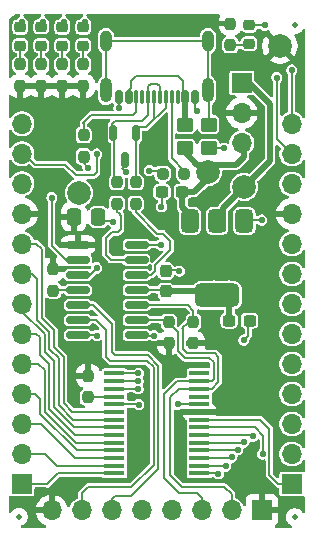
<source format=gbr>
%TF.GenerationSoftware,KiCad,Pcbnew,9.0.0*%
%TF.CreationDate,2025-03-26T16:15:19-03:00*%
%TF.ProjectId,IOExtender,494f4578-7465-46e6-9465-722e6b696361,1.1*%
%TF.SameCoordinates,Original*%
%TF.FileFunction,Copper,L1,Top*%
%TF.FilePolarity,Positive*%
%FSLAX46Y46*%
G04 Gerber Fmt 4.6, Leading zero omitted, Abs format (unit mm)*
G04 Created by KiCad (PCBNEW 9.0.0) date 2025-03-26 16:15:19*
%MOMM*%
%LPD*%
G01*
G04 APERTURE LIST*
G04 Aperture macros list*
%AMRoundRect*
0 Rectangle with rounded corners*
0 $1 Rounding radius*
0 $2 $3 $4 $5 $6 $7 $8 $9 X,Y pos of 4 corners*
0 Add a 4 corners polygon primitive as box body*
4,1,4,$2,$3,$4,$5,$6,$7,$8,$9,$2,$3,0*
0 Add four circle primitives for the rounded corners*
1,1,$1+$1,$2,$3*
1,1,$1+$1,$4,$5*
1,1,$1+$1,$6,$7*
1,1,$1+$1,$8,$9*
0 Add four rect primitives between the rounded corners*
20,1,$1+$1,$2,$3,$4,$5,0*
20,1,$1+$1,$4,$5,$6,$7,0*
20,1,$1+$1,$6,$7,$8,$9,0*
20,1,$1+$1,$8,$9,$2,$3,0*%
G04 Aperture macros list end*
%TA.AperFunction,ComponentPad*%
%ADD10C,2.000000*%
%TD*%
%TA.AperFunction,SMDPad,CuDef*%
%ADD11R,1.750000X0.450000*%
%TD*%
%TA.AperFunction,SMDPad,CuDef*%
%ADD12C,0.500000*%
%TD*%
%TA.AperFunction,SMDPad,CuDef*%
%ADD13RoundRect,0.237500X-0.237500X0.250000X-0.237500X-0.250000X0.237500X-0.250000X0.237500X0.250000X0*%
%TD*%
%TA.AperFunction,SMDPad,CuDef*%
%ADD14RoundRect,0.237500X0.237500X-0.250000X0.237500X0.250000X-0.237500X0.250000X-0.237500X-0.250000X0*%
%TD*%
%TA.AperFunction,SMDPad,CuDef*%
%ADD15RoundRect,0.237500X0.300000X0.237500X-0.300000X0.237500X-0.300000X-0.237500X0.300000X-0.237500X0*%
%TD*%
%TA.AperFunction,SMDPad,CuDef*%
%ADD16RoundRect,0.250000X0.450000X-0.350000X0.450000X0.350000X-0.450000X0.350000X-0.450000X-0.350000X0*%
%TD*%
%TA.AperFunction,SMDPad,CuDef*%
%ADD17RoundRect,0.218750X-0.256250X0.218750X-0.256250X-0.218750X0.256250X-0.218750X0.256250X0.218750X0*%
%TD*%
%TA.AperFunction,SMDPad,CuDef*%
%ADD18RoundRect,0.150000X0.150000X0.425000X-0.150000X0.425000X-0.150000X-0.425000X0.150000X-0.425000X0*%
%TD*%
%TA.AperFunction,SMDPad,CuDef*%
%ADD19RoundRect,0.075000X0.075000X0.500000X-0.075000X0.500000X-0.075000X-0.500000X0.075000X-0.500000X0*%
%TD*%
%TA.AperFunction,HeatsinkPad*%
%ADD20O,1.000000X2.100000*%
%TD*%
%TA.AperFunction,HeatsinkPad*%
%ADD21O,1.000000X1.800000*%
%TD*%
%TA.AperFunction,ComponentPad*%
%ADD22R,1.700000X1.700000*%
%TD*%
%TA.AperFunction,ComponentPad*%
%ADD23O,1.700000X1.700000*%
%TD*%
%TA.AperFunction,SMDPad,CuDef*%
%ADD24RoundRect,0.375000X-0.375000X0.625000X-0.375000X-0.625000X0.375000X-0.625000X0.375000X0.625000X0*%
%TD*%
%TA.AperFunction,SMDPad,CuDef*%
%ADD25RoundRect,0.500000X-1.400000X0.500000X-1.400000X-0.500000X1.400000X-0.500000X1.400000X0.500000X0*%
%TD*%
%TA.AperFunction,SMDPad,CuDef*%
%ADD26RoundRect,0.150000X-0.825000X-0.150000X0.825000X-0.150000X0.825000X0.150000X-0.825000X0.150000X0*%
%TD*%
%TA.AperFunction,SMDPad,CuDef*%
%ADD27RoundRect,0.237500X-0.300000X-0.237500X0.300000X-0.237500X0.300000X0.237500X-0.300000X0.237500X0*%
%TD*%
%TA.AperFunction,SMDPad,CuDef*%
%ADD28RoundRect,0.237500X0.250000X0.237500X-0.250000X0.237500X-0.250000X-0.237500X0.250000X-0.237500X0*%
%TD*%
%TA.AperFunction,SMDPad,CuDef*%
%ADD29RoundRect,0.250000X-0.450000X0.350000X-0.450000X-0.350000X0.450000X-0.350000X0.450000X0.350000X0*%
%TD*%
%TA.AperFunction,SMDPad,CuDef*%
%ADD30RoundRect,0.250000X0.337500X0.475000X-0.337500X0.475000X-0.337500X-0.475000X0.337500X-0.475000X0*%
%TD*%
%TA.AperFunction,SMDPad,CuDef*%
%ADD31RoundRect,0.150000X-0.150000X0.512500X-0.150000X-0.512500X0.150000X-0.512500X0.150000X0.512500X0*%
%TD*%
%TA.AperFunction,SMDPad,CuDef*%
%ADD32RoundRect,0.237500X-0.237500X0.300000X-0.237500X-0.300000X0.237500X-0.300000X0.237500X0.300000X0*%
%TD*%
%TA.AperFunction,ViaPad*%
%ADD33C,0.550000*%
%TD*%
%TA.AperFunction,Conductor*%
%ADD34C,0.200000*%
%TD*%
%TA.AperFunction,Conductor*%
%ADD35C,0.500000*%
%TD*%
G04 APERTURE END LIST*
D10*
%TO.P,TP4,1,1*%
%TO.N,GND*%
X119696000Y-96396000D03*
%TD*%
%TO.P,TP3,1,1*%
%TO.N,VDD*%
X136714000Y-83950000D03*
%TD*%
%TO.P,TP2,1,1*%
%TO.N,+3V3*%
X133666000Y-95888000D03*
%TD*%
%TO.P,TP1,1,1*%
%TO.N,+5V*%
X130618000Y-94618000D03*
%TD*%
D11*
%TO.P,U1,1,GPB0*%
%TO.N,/Project Architecture/Board/GPB0*%
X129900000Y-120125000D03*
%TO.P,U1,2,GPB1*%
%TO.N,/Project Architecture/Board/GPB1*%
X129900000Y-119475000D03*
%TO.P,U1,3,GPB2*%
%TO.N,/Project Architecture/Board/GPB2*%
X129900000Y-118825000D03*
%TO.P,U1,4,GPB3*%
%TO.N,/Project Architecture/Board/GPB3*%
X129900000Y-118175000D03*
%TO.P,U1,5,GPB4*%
%TO.N,/Project Architecture/Board/GPB4*%
X129900000Y-117525000D03*
%TO.P,U1,6,GPB5*%
%TO.N,/Project Architecture/Board/GPB5*%
X129900000Y-116875000D03*
%TO.P,U1,7,GPB6*%
%TO.N,/Project Architecture/Board/GPB6*%
X129900000Y-116225000D03*
%TO.P,U1,8,GPB7*%
%TO.N,/Project Architecture/Board/GPB7*%
X129900000Y-115575000D03*
%TO.P,U1,9,VDD*%
%TO.N,VDD*%
X129900000Y-114925000D03*
%TO.P,U1,10,VSS*%
%TO.N,GND*%
X129900000Y-114275000D03*
%TO.P,U1,11,NC*%
%TO.N,unconnected-(U1-NC-Pad11)*%
X129900000Y-113625000D03*
%TO.P,U1,12,SCK*%
%TO.N,/Project Architecture/Board/SCL*%
X129900000Y-112975000D03*
%TO.P,U1,13,SDA*%
%TO.N,/Project Architecture/Board/SDA*%
X129900000Y-112325000D03*
%TO.P,U1,14,NC*%
%TO.N,unconnected-(U1-NC-Pad14)*%
X129900000Y-111675000D03*
%TO.P,U1,15,A0*%
%TO.N,GND*%
X122700000Y-111675000D03*
%TO.P,U1,16,A1*%
X122700000Y-112325000D03*
%TO.P,U1,17,A2*%
X122700000Y-112975000D03*
%TO.P,U1,18,~{RESET}*%
%TO.N,Net-(U1-~{RESET})*%
X122700000Y-113625000D03*
%TO.P,U1,19,INTB*%
%TO.N,/Project Architecture/Board/INTB*%
X122700000Y-114275000D03*
%TO.P,U1,20,INTA*%
%TO.N,/Project Architecture/Board/INTA*%
X122700000Y-114925000D03*
%TO.P,U1,21,GPA0*%
%TO.N,/Project Architecture/Board/GPA0*%
X122700000Y-115575000D03*
%TO.P,U1,22,GPA1*%
%TO.N,/Project Architecture/Board/GPA1*%
X122700000Y-116225000D03*
%TO.P,U1,23,GPA2*%
%TO.N,/Project Architecture/Board/GPA2*%
X122700000Y-116875000D03*
%TO.P,U1,24,GPA3*%
%TO.N,/Project Architecture/Board/GPA3*%
X122700000Y-117525000D03*
%TO.P,U1,25,GPA4*%
%TO.N,/Project Architecture/Board/GPA4*%
X122700000Y-118175000D03*
%TO.P,U1,26,GPA5*%
%TO.N,/Project Architecture/Board/GPA5*%
X122700000Y-118825000D03*
%TO.P,U1,27,GPA6*%
%TO.N,/Project Architecture/Board/GPA6*%
X122700000Y-119475000D03*
%TO.P,U1,28,GPA7*%
%TO.N,/Project Architecture/Board/GPA7*%
X122700000Y-120125000D03*
%TD*%
D12*
%TO.P,FID3,*%
%TO.N,*%
X114616000Y-123800000D03*
%TD*%
D13*
%TO.P,R9,1*%
%TO.N,VDD*%
X117537000Y-102849500D03*
%TO.P,R9,2*%
%TO.N,Net-(U2-~{RST})*%
X117537000Y-104674500D03*
%TD*%
D12*
%TO.P,FID2,*%
%TO.N,*%
X137984000Y-123828000D03*
%TD*%
D13*
%TO.P,R8,1*%
%TO.N,VDD*%
X132523000Y-82046900D03*
%TO.P,R8,2*%
%TO.N,Net-(D7-A)*%
X132523000Y-83871900D03*
%TD*%
%TO.P,R11,1*%
%TO.N,/Project Architecture/Board/USB_N*%
X124522000Y-95483500D03*
%TO.P,R11,2*%
%TO.N,/Project Architecture/Board/D_N*%
X124522000Y-97308500D03*
%TD*%
D14*
%TO.P,R7,1*%
%TO.N,VDD*%
X120077000Y-87337000D03*
%TO.P,R7,2*%
%TO.N,Net-(D6-A)*%
X120077000Y-85512000D03*
%TD*%
D15*
%TO.P,C2,1*%
%TO.N,GND*%
X134147500Y-107191000D03*
%TO.P,C2,2*%
%TO.N,+3V3*%
X132422500Y-107191000D03*
%TD*%
D16*
%TO.P,L1,1*%
%TO.N,GND*%
X130700000Y-92600000D03*
%TO.P,L1,2*%
%TO.N,Net-(C5-SHIELD)*%
X130700000Y-90600000D03*
%TD*%
D17*
%TO.P,D6,1,K*%
%TO.N,Net-(D6-K)*%
X120077000Y-82337000D03*
%TO.P,D6,2,A*%
%TO.N,Net-(D6-A)*%
X120077000Y-83912000D03*
%TD*%
D14*
%TO.P,R4,1*%
%TO.N,VDD*%
X114743000Y-87337000D03*
%TO.P,R4,2*%
%TO.N,Net-(D5-A)*%
X114743000Y-85512000D03*
%TD*%
D17*
%TO.P,D1,1,K*%
%TO.N,Net-(D1-K)*%
X116521000Y-82330750D03*
%TO.P,D1,2,A*%
%TO.N,Net-(D1-A)*%
X116521000Y-83905750D03*
%TD*%
D18*
%TO.P,C5,A1,GND*%
%TO.N,GND*%
X129500000Y-88280000D03*
%TO.P,C5,A4,VBUS*%
%TO.N,Net-(C5-VBUS-PadA4)*%
X128700000Y-88280000D03*
D19*
%TO.P,C5,A5,CC1*%
%TO.N,Net-(C5-CC1)*%
X127550000Y-88280000D03*
%TO.P,C5,A6,D+*%
%TO.N,/Project Architecture/Board/USB_P*%
X126550000Y-88280000D03*
%TO.P,C5,A7,D-*%
%TO.N,/Project Architecture/Board/USB_N*%
X126050000Y-88280000D03*
%TO.P,C5,A8,SBU1*%
%TO.N,unconnected-(C5-SBU1-PadA8)*%
X125050000Y-88280000D03*
D18*
%TO.P,C5,A9,VBUS*%
%TO.N,Net-(C5-VBUS-PadA4)*%
X123900000Y-88280000D03*
%TO.P,C5,A12,GND*%
%TO.N,GND*%
X123100000Y-88280000D03*
%TO.P,C5,B1,GND*%
X123100000Y-88280000D03*
%TO.P,C5,B4,VBUS*%
%TO.N,Net-(C5-VBUS-PadA4)*%
X123900000Y-88280000D03*
D19*
%TO.P,C5,B5,CC2*%
%TO.N,Net-(C5-CC2)*%
X124550000Y-88280000D03*
%TO.P,C5,B6,D+*%
%TO.N,/Project Architecture/Board/USB_P*%
X125550000Y-88280000D03*
%TO.P,C5,B7,D-*%
%TO.N,/Project Architecture/Board/USB_N*%
X127050000Y-88280000D03*
%TO.P,C5,B8,SBU2*%
%TO.N,unconnected-(C5-SBU2-PadB8)*%
X128050000Y-88280000D03*
D18*
%TO.P,C5,B9,VBUS*%
%TO.N,Net-(C5-VBUS-PadA4)*%
X128700000Y-88280000D03*
%TO.P,C5,B12,GND*%
%TO.N,GND*%
X129500000Y-88280000D03*
D20*
%TO.P,C5,S1,SHIELD*%
%TO.N,Net-(C5-SHIELD)*%
X130620000Y-87705000D03*
D21*
X130620000Y-83525000D03*
D20*
X121980000Y-87705000D03*
D21*
X121980000Y-83525000D03*
%TD*%
D14*
%TO.P,R3,1*%
%TO.N,VDD*%
X127300000Y-109119500D03*
%TO.P,R3,2*%
%TO.N,/Project Architecture/Board/SDA*%
X127300000Y-107294500D03*
%TD*%
%TO.P,R5,1*%
%TO.N,VDD*%
X116521000Y-87326300D03*
%TO.P,R5,2*%
%TO.N,Net-(D1-A)*%
X116521000Y-85501300D03*
%TD*%
D22*
%TO.P,J9,1,Pin_1*%
%TO.N,VDD*%
X135175000Y-123263000D03*
D23*
%TO.P,J9,2,Pin_2*%
%TO.N,/Project Architecture/Board/SCL*%
X132635000Y-123263000D03*
%TO.P,J9,3,Pin_3*%
%TO.N,/Project Architecture/Board/SDA*%
X130095000Y-123263000D03*
%TO.P,J9,4,Pin_4*%
%TO.N,GND*%
X127555000Y-123263000D03*
%TO.P,J9,5,Pin_5*%
X125015000Y-123263000D03*
%TO.P,J9,6,Pin_6*%
%TO.N,/Project Architecture/Board/UART_RX*%
X122475000Y-123263000D03*
%TO.P,J9,7,Pin_7*%
%TO.N,/Project Architecture/Board/UART_TX*%
X119935000Y-123263000D03*
%TO.P,J9,8,Pin_8*%
%TO.N,VDD*%
X117395000Y-123263000D03*
%TD*%
D22*
%TO.P,J1,1,Pin_1*%
%TO.N,+3V3*%
X133488200Y-87075000D03*
D23*
%TO.P,J1,2,Pin_2*%
%TO.N,VDD*%
X133488200Y-89615000D03*
%TO.P,J1,3,Pin_3*%
%TO.N,+5V*%
X133488200Y-92155000D03*
%TD*%
D17*
%TO.P,D5,1,K*%
%TO.N,Net-(D5-K)*%
X114743000Y-82337000D03*
%TO.P,D5,2,A*%
%TO.N,Net-(D5-A)*%
X114743000Y-83912000D03*
%TD*%
%TO.P,D2,1,K*%
%TO.N,Net-(D2-K)*%
X118299000Y-82337000D03*
%TO.P,D2,2,A*%
%TO.N,Net-(D2-A)*%
X118299000Y-83912000D03*
%TD*%
D24*
%TO.P,U3,1,GND*%
%TO.N,GND*%
X133705400Y-98757800D03*
%TO.P,U3,2,VO*%
%TO.N,+3V3*%
X131405400Y-98757800D03*
D25*
X131405400Y-105057800D03*
D24*
%TO.P,U3,3,VI*%
%TO.N,+5V*%
X129105400Y-98757800D03*
%TD*%
D12*
%TO.P,FID1,*%
%TO.N,*%
X137984000Y-82172000D03*
%TD*%
D26*
%TO.P,U2,1,VDD*%
%TO.N,VDD*%
X119625000Y-100790000D03*
%TO.P,U2,2,GP0*%
%TO.N,/Project Architecture/Board/LED_URX*%
X119625000Y-102060000D03*
%TO.P,U2,3,GP1*%
%TO.N,/Project Architecture/Board/LED_UTX*%
X119625000Y-103330000D03*
%TO.P,U2,4,~{RST}*%
%TO.N,Net-(U2-~{RST})*%
X119625000Y-104600000D03*
%TO.P,U2,5,URx*%
%TO.N,/Project Architecture/Board/UART_RX*%
X119625000Y-105870000D03*
%TO.P,U2,6,UTx*%
%TO.N,/Project Architecture/Board/UART_TX*%
X119625000Y-107140000D03*
%TO.P,U2,7,GP2*%
%TO.N,/Project Architecture/Board/LED_USBCONF*%
X119625000Y-108410000D03*
%TO.P,U2,8,GP3*%
%TO.N,/Project Architecture/Board/LED_I2C*%
X124575000Y-108410000D03*
%TO.P,U2,9,SDA*%
%TO.N,/Project Architecture/Board/SDA*%
X124575000Y-107140000D03*
%TO.P,U2,10,SCL*%
%TO.N,/Project Architecture/Board/SCL*%
X124575000Y-105870000D03*
%TO.P,U2,11,VUSB*%
%TO.N,+3V3*%
X124575000Y-104600000D03*
%TO.P,U2,12,D-*%
%TO.N,/Project Architecture/Board/D_N*%
X124575000Y-103330000D03*
%TO.P,U2,13,D+*%
%TO.N,/Project Architecture/Board/D_P*%
X124575000Y-102060000D03*
%TO.P,U2,14,VSS*%
%TO.N,GND*%
X124575000Y-100790000D03*
%TD*%
D14*
%TO.P,R2,1*%
%TO.N,VDD*%
X129400000Y-109119500D03*
%TO.P,R2,2*%
%TO.N,/Project Architecture/Board/SCL*%
X129400000Y-107294500D03*
%TD*%
D27*
%TO.P,C6,1*%
%TO.N,GND*%
X126737500Y-96300000D03*
%TO.P,C6,2*%
%TO.N,+5V*%
X128462500Y-96300000D03*
%TD*%
D28*
%TO.P,R12,1*%
%TO.N,Net-(C5-CC1)*%
X128609500Y-94745000D03*
%TO.P,R12,2*%
%TO.N,GND*%
X126784500Y-94745000D03*
%TD*%
D13*
%TO.P,R1,1*%
%TO.N,/Project Architecture/Board/USB_P*%
X122922000Y-95483500D03*
%TO.P,R1,2*%
%TO.N,/Project Architecture/Board/D_P*%
X122922000Y-97308500D03*
%TD*%
%TO.P,R10,1*%
%TO.N,VDD*%
X120458000Y-111866500D03*
%TO.P,R10,2*%
%TO.N,Net-(U1-~{RESET})*%
X120458000Y-113691500D03*
%TD*%
D29*
%TO.P,L2,1*%
%TO.N,Net-(C5-VBUS-PadA4)*%
X128700000Y-90600000D03*
%TO.P,L2,2*%
%TO.N,+5V*%
X128700000Y-92600000D03*
%TD*%
D17*
%TO.P,D7,1,K*%
%TO.N,GND*%
X134123200Y-82171900D03*
%TO.P,D7,2,A*%
%TO.N,Net-(D7-A)*%
X134123200Y-83746900D03*
%TD*%
D30*
%TO.P,C8,1*%
%TO.N,GND*%
X121337500Y-98428000D03*
%TO.P,C8,2*%
%TO.N,VDD*%
X119262500Y-98428000D03*
%TD*%
D31*
%TO.P,D4,1,K*%
%TO.N,/Project Architecture/Board/USB_N*%
X124522000Y-91316000D03*
%TO.P,D4,2,K*%
%TO.N,/Project Architecture/Board/USB_P*%
X122622000Y-91316000D03*
%TO.P,D4,3,A*%
%TO.N,GND*%
X123572000Y-93591000D03*
%TD*%
D32*
%TO.P,C1,1*%
%TO.N,GND*%
X127062000Y-103001100D03*
%TO.P,C1,2*%
%TO.N,+3V3*%
X127062000Y-104726100D03*
%TD*%
D14*
%TO.P,R6,1*%
%TO.N,VDD*%
X118299000Y-87337000D03*
%TO.P,R6,2*%
%TO.N,Net-(D2-A)*%
X118299000Y-85512000D03*
%TD*%
D13*
%TO.P,R13,1*%
%TO.N,Net-(C5-CC2)*%
X120092000Y-91486500D03*
%TO.P,R13,2*%
%TO.N,GND*%
X120092000Y-93311500D03*
%TD*%
D22*
%TO.P,J2,1,Pin_1*%
%TO.N,/Project Architecture/Board/GPB7*%
X137730000Y-121034000D03*
D23*
%TO.P,J2,2,Pin_2*%
%TO.N,/Project Architecture/Board/GPB6*%
X137730000Y-118494000D03*
%TO.P,J2,3,Pin_3*%
%TO.N,/Project Architecture/Board/GPB5*%
X137730000Y-115954000D03*
%TO.P,J2,4,Pin_4*%
%TO.N,/Project Architecture/Board/GPB4*%
X137730000Y-113414000D03*
%TO.P,J2,5,Pin_5*%
%TO.N,/Project Architecture/Board/GPB3*%
X137730000Y-110874000D03*
%TO.P,J2,6,Pin_6*%
%TO.N,/Project Architecture/Board/GPB2*%
X137730000Y-108334000D03*
%TO.P,J2,7,Pin_7*%
%TO.N,/Project Architecture/Board/GPB1*%
X137730000Y-105794000D03*
%TO.P,J2,8,Pin_8*%
%TO.N,/Project Architecture/Board/GPB0*%
X137730000Y-103254000D03*
%TO.P,J2,9,Pin_9*%
%TO.N,/Project Architecture/Board/INTB*%
X137730000Y-100714000D03*
%TO.P,J2,10,Pin_10*%
%TO.N,VDD*%
X137730000Y-98174000D03*
%TO.P,J2,11,Pin_11*%
%TO.N,GND*%
X137730000Y-95634000D03*
%TO.P,J2,12,Pin_12*%
%TO.N,/Project Architecture/Board/LED_USBCONF*%
X137730000Y-93094000D03*
%TO.P,J2,13,Pin_13*%
%TO.N,/Project Architecture/Board/LED_I2C*%
X137730000Y-90554000D03*
%TD*%
D22*
%TO.P,J5,1,Pin_1*%
%TO.N,/Project Architecture/Board/GPA7*%
X114880000Y-121000000D03*
D23*
%TO.P,J5,2,Pin_2*%
%TO.N,/Project Architecture/Board/GPA6*%
X114880000Y-118460000D03*
%TO.P,J5,3,Pin_3*%
%TO.N,/Project Architecture/Board/GPA5*%
X114880000Y-115920000D03*
%TO.P,J5,4,Pin_4*%
%TO.N,/Project Architecture/Board/GPA4*%
X114880000Y-113380000D03*
%TO.P,J5,5,Pin_5*%
%TO.N,/Project Architecture/Board/GPA3*%
X114880000Y-110840000D03*
%TO.P,J5,6,Pin_6*%
%TO.N,/Project Architecture/Board/GPA2*%
X114880000Y-108300000D03*
%TO.P,J5,7,Pin_7*%
%TO.N,/Project Architecture/Board/GPA1*%
X114880000Y-105760000D03*
%TO.P,J5,8,Pin_8*%
%TO.N,/Project Architecture/Board/GPA0*%
X114880000Y-103220000D03*
%TO.P,J5,9,Pin_9*%
%TO.N,/Project Architecture/Board/INTA*%
X114880000Y-100680000D03*
%TO.P,J5,10,Pin_10*%
%TO.N,VDD*%
X114880000Y-98140000D03*
%TO.P,J5,11,Pin_11*%
%TO.N,GND*%
X114880000Y-95600000D03*
%TO.P,J5,12,Pin_12*%
%TO.N,/Project Architecture/Board/LED_UTX*%
X114880000Y-93060000D03*
%TO.P,J5,13,Pin_13*%
%TO.N,/Project Architecture/Board/LED_URX*%
X114880000Y-90520000D03*
%TD*%
D33*
%TO.N,GND*%
X122617000Y-98809000D03*
X125665000Y-94491000D03*
X135444000Y-82197400D03*
X126681000Y-97539000D03*
X133666000Y-108842000D03*
X126621000Y-100790000D03*
X123100000Y-89182000D03*
X129729000Y-89411000D03*
X124712500Y-112334500D03*
X132001000Y-92600000D03*
X123725000Y-94618000D03*
X120458000Y-94237000D03*
X135190000Y-98682000D03*
X128205000Y-103000000D03*
X124737000Y-111675000D03*
X124707000Y-112975000D03*
X128078000Y-114275000D03*
%TO.N,Net-(D1-K)*%
X116648000Y-81918000D03*
%TO.N,Net-(D2-K)*%
X118426000Y-81918000D03*
%TO.N,Net-(D5-K)*%
X114870000Y-81918000D03*
%TO.N,Net-(D6-K)*%
X120204000Y-81918000D03*
%TO.N,+3V3*%
X131126000Y-99444000D03*
X132396000Y-105794000D03*
X132396000Y-104270000D03*
X131888000Y-99444000D03*
X132396000Y-105032000D03*
X131126000Y-104270000D03*
X131126000Y-105794000D03*
X131126000Y-98174000D03*
X131126000Y-105032000D03*
X131888000Y-98174000D03*
%TO.N,/Project Architecture/Board/GPB3*%
X133158000Y-118113000D03*
%TO.N,/Project Architecture/Board/GPB4*%
X133666000Y-117478000D03*
%TO.N,/Project Architecture/Board/GPB0*%
X131507000Y-120145000D03*
%TO.N,/Project Architecture/Board/GPB1*%
X132142000Y-119510000D03*
%TO.N,/Project Architecture/Board/INTB*%
X124776000Y-114303000D03*
%TO.N,/Project Architecture/Board/LED_USBCONF*%
X136460000Y-86617000D03*
X121220000Y-108461000D03*
%TO.N,/Project Architecture/Board/LED_I2C*%
X126046000Y-108461000D03*
X137730000Y-85982000D03*
%TO.N,/Project Architecture/Board/GPB2*%
X132650000Y-118750000D03*
%TO.N,/Project Architecture/Board/GPB6*%
X135250000Y-118494000D03*
%TO.N,/Project Architecture/Board/GPB5*%
X134428000Y-116970000D03*
%TO.N,/Project Architecture/Board/LED_URX*%
X117410000Y-96777000D03*
%TO.N,/Project Architecture/Board/LED_UTX*%
X121220000Y-93094000D03*
X121220000Y-102746000D03*
%TD*%
D34*
%TO.N,/Project Architecture/Board/USB_P*%
X125550000Y-87367000D02*
X125550000Y-88280000D01*
X125550000Y-88280000D02*
X125550000Y-89780000D01*
X125030000Y-90300000D02*
X122744000Y-90300000D01*
X122744000Y-90300000D02*
X122490000Y-90554000D01*
X125792000Y-87125000D02*
X125550000Y-87367000D01*
X122700000Y-94987500D02*
X122700000Y-90836000D01*
X122490000Y-90554000D02*
X122490000Y-90819000D01*
X126300000Y-87125000D02*
X125792000Y-87125000D01*
X125550000Y-89780000D02*
X125030000Y-90300000D01*
X126550000Y-88280000D02*
X126550000Y-87375000D01*
X122700000Y-90836000D02*
X122683000Y-90819000D01*
X126550000Y-87375000D02*
X126300000Y-87125000D01*
%TO.N,GND*%
X133666000Y-108842000D02*
X134047000Y-108461000D01*
X120092000Y-93311500D02*
X120092000Y-93871000D01*
X134047000Y-107291500D02*
X134147500Y-107191000D01*
X126737500Y-96300000D02*
X126737500Y-97482500D01*
X122700000Y-112325000D02*
X124703000Y-112325000D01*
X124703000Y-112325000D02*
X124712500Y-112334500D01*
X122700000Y-112975000D02*
X124707000Y-112975000D01*
X126784500Y-94500000D02*
X125674000Y-94500000D01*
X129500000Y-88280000D02*
X129500000Y-89182000D01*
X133705400Y-98757800D02*
X133705400Y-98721400D01*
X123100000Y-88280000D02*
X123100000Y-89182000D01*
X122998000Y-89284000D02*
X123100000Y-89182000D01*
X121337500Y-98800000D02*
X122608000Y-98800000D01*
X126737500Y-97482500D02*
X126681000Y-97539000D01*
X124776000Y-111636000D02*
X124737000Y-111675000D01*
X134123200Y-82171900D02*
X135418500Y-82171900D01*
X134047000Y-107884500D02*
X134047000Y-107291500D01*
X126621000Y-100790000D02*
X126570000Y-100841000D01*
X120092000Y-93871000D02*
X120458000Y-94237000D01*
X122700000Y-111675000D02*
X124737000Y-111675000D01*
X132015000Y-92586000D02*
X132001000Y-92600000D01*
X123440000Y-94333000D02*
X123725000Y-94618000D01*
X133666000Y-98682000D02*
X135190000Y-98682000D01*
X133705400Y-98721400D02*
X133666000Y-98682000D01*
X127316000Y-102937500D02*
X128142500Y-102937500D01*
X125674000Y-94500000D02*
X125665000Y-94491000D01*
X122608000Y-98800000D02*
X122617000Y-98809000D01*
X129900000Y-114275000D02*
X128078000Y-114275000D01*
X124776000Y-112398000D02*
X124712500Y-112334500D01*
X123440000Y-93094000D02*
X123440000Y-94333000D01*
X124776000Y-112906000D02*
X124707000Y-112975000D01*
X123725000Y-94583000D02*
X123725000Y-94618000D01*
X130700000Y-92600000D02*
X132001000Y-92600000D01*
X126570000Y-100841000D02*
X126554000Y-100841000D01*
X126554000Y-100841000D02*
X126503000Y-100790000D01*
X129500000Y-89182000D02*
X129729000Y-89411000D01*
X128142500Y-102937500D02*
X128205000Y-103000000D01*
X126503000Y-100790000D02*
X124575000Y-100790000D01*
X123379000Y-94237000D02*
X123725000Y-94583000D01*
X135418500Y-82171900D02*
X135444000Y-82197400D01*
X134047000Y-108461000D02*
X134047000Y-107884500D01*
%TO.N,Net-(C5-VBUS-PadA4)*%
X128510000Y-88090000D02*
X128700000Y-88280000D01*
X124522000Y-86490000D02*
X128078000Y-86490000D01*
X124090000Y-86923335D02*
X124089333Y-86922667D01*
D35*
X128700000Y-88280000D02*
X128700000Y-90600000D01*
D34*
X123900000Y-88280000D02*
X123900000Y-87676665D01*
X128078000Y-86490000D02*
X128510000Y-86922000D01*
X124089333Y-86922667D02*
X124522000Y-86490000D01*
X128510000Y-86922000D02*
X128510000Y-88090000D01*
X123900000Y-87676665D02*
X124090000Y-87486665D01*
X124090000Y-87486665D02*
X124090000Y-86923335D01*
%TO.N,Net-(C5-SHIELD)*%
X130700000Y-87842000D02*
X130700000Y-90600000D01*
X130620000Y-87705000D02*
X130620000Y-87762000D01*
X121980000Y-83525000D02*
X121980000Y-87705000D01*
X130620000Y-87762000D02*
X130700000Y-87842000D01*
X121980000Y-83525000D02*
X130620000Y-83525000D01*
X130620000Y-83525000D02*
X130620000Y-87705000D01*
%TO.N,/Project Architecture/Board/USB_N*%
X126050000Y-88280000D02*
X126050000Y-90169000D01*
X126050000Y-90169000D02*
X125400000Y-90819000D01*
X124300000Y-91102000D02*
X124583000Y-90819000D01*
X127050000Y-88280000D02*
X127050000Y-89169000D01*
X127050000Y-89169000D02*
X125400000Y-90819000D01*
X125400000Y-90819000D02*
X124390000Y-90819000D01*
X124522000Y-91316000D02*
X124522000Y-95483500D01*
%TO.N,Net-(C5-CC2)*%
X124550000Y-88280000D02*
X124550000Y-89510000D01*
X124550000Y-89510000D02*
X124268000Y-89792000D01*
X120712000Y-89792000D02*
X120077000Y-90427000D01*
X124268000Y-89792000D02*
X120712000Y-89792000D01*
X120092000Y-90442000D02*
X120092000Y-91486500D01*
X120077000Y-90427000D02*
X120092000Y-90442000D01*
%TO.N,Net-(C5-CC1)*%
X127550000Y-93462500D02*
X128587500Y-94500000D01*
X127550000Y-88280000D02*
X127550000Y-93462500D01*
D35*
%TO.N,+5V*%
X129444000Y-96300000D02*
X129856000Y-95888000D01*
X133031000Y-93983000D02*
X133513600Y-93500400D01*
X133666000Y-92332800D02*
X133488200Y-92155000D01*
X129856000Y-93983000D02*
X130567200Y-93983000D01*
X129729000Y-93983000D02*
X129856000Y-93983000D01*
X130567200Y-93983000D02*
X133031000Y-93983000D01*
X133513600Y-93500400D02*
X133666000Y-93348000D01*
D34*
X128700000Y-92600000D02*
X128700000Y-92954000D01*
D35*
X130618000Y-94033800D02*
X130567200Y-93983000D01*
X128700000Y-92954000D02*
X129729000Y-93983000D01*
X133666000Y-93348000D02*
X133666000Y-92332800D01*
X128459000Y-97609000D02*
X128459000Y-96303500D01*
X128462500Y-96300000D02*
X129444000Y-96300000D01*
D34*
X128459000Y-96303500D02*
X128462500Y-96300000D01*
D35*
X129856000Y-95888000D02*
X130618000Y-95126000D01*
X129600000Y-98750000D02*
X128459000Y-97609000D01*
D34*
%TO.N,Net-(D1-A)*%
X116521000Y-83905750D02*
X116521000Y-85518250D01*
%TO.N,Net-(D1-K)*%
X116591000Y-82260750D02*
X116521000Y-82330750D01*
%TO.N,Net-(D2-K)*%
X118193000Y-82231000D02*
X118299000Y-82337000D01*
%TO.N,Net-(D2-A)*%
X118299000Y-83912000D02*
X118299000Y-85512000D01*
%TO.N,Net-(D5-A)*%
X114743000Y-83912000D02*
X114743000Y-85512000D01*
%TO.N,Net-(D6-A)*%
X120077000Y-83912000D02*
X120077000Y-85512000D01*
%TO.N,Net-(D7-A)*%
X132523000Y-83871900D02*
X133998200Y-83871900D01*
X133998200Y-83871900D02*
X134123200Y-83746900D01*
D35*
%TO.N,+3V3*%
X134124000Y-87075000D02*
X135875800Y-88826800D01*
X132422500Y-105794000D02*
X132422500Y-105572500D01*
D34*
X132422500Y-105572500D02*
X131900000Y-105050000D01*
D35*
X131900000Y-97654000D02*
X131900000Y-99469400D01*
D34*
X131512500Y-104662500D02*
X131900000Y-105050000D01*
X127253500Y-104600000D02*
X127316000Y-104662500D01*
D35*
X132422500Y-107191000D02*
X132422500Y-105794000D01*
X135875800Y-93678200D02*
X131900000Y-97654000D01*
D34*
X131937500Y-105087500D02*
X131900000Y-105050000D01*
X133800000Y-87075000D02*
X134124000Y-87075000D01*
X124575000Y-104600000D02*
X127253500Y-104600000D01*
D35*
X135875800Y-88826800D02*
X135875800Y-93678200D01*
X127316000Y-104662500D02*
X131512500Y-104662500D01*
D34*
%TO.N,/Project Architecture/Board/GPB3*%
X129900000Y-118175000D02*
X133096000Y-118175000D01*
X133096000Y-118175000D02*
X133158000Y-118113000D01*
%TO.N,/Project Architecture/Board/GPB4*%
X133619000Y-117525000D02*
X133666000Y-117478000D01*
X129900000Y-117525000D02*
X133619000Y-117525000D01*
%TO.N,/Project Architecture/Board/GPB0*%
X131487000Y-120125000D02*
X131507000Y-120145000D01*
X129900000Y-120125000D02*
X131487000Y-120125000D01*
%TO.N,/Project Architecture/Board/GPB1*%
X132107000Y-119475000D02*
X132142000Y-119510000D01*
X129900000Y-119475000D02*
X132107000Y-119475000D01*
%TO.N,/Project Architecture/Board/GPB7*%
X129900000Y-115575000D02*
X135065000Y-115575000D01*
X135825000Y-116335000D02*
X135825000Y-120272000D01*
X135065000Y-115575000D02*
X135825000Y-116335000D01*
X135825000Y-120272000D02*
X136587000Y-121034000D01*
X136587000Y-121034000D02*
X137730000Y-121034000D01*
%TO.N,/Project Architecture/Board/INTB*%
X124748000Y-114275000D02*
X122700000Y-114275000D01*
X124776000Y-114303000D02*
X124748000Y-114275000D01*
%TO.N,/Project Architecture/Board/LED_USBCONF*%
X136460000Y-86617000D02*
X136460000Y-91824000D01*
X121169000Y-108410000D02*
X121220000Y-108461000D01*
X136460000Y-91824000D02*
X137730000Y-93094000D01*
X119625000Y-108410000D02*
X121169000Y-108410000D01*
%TO.N,/Project Architecture/Board/LED_I2C*%
X126046000Y-108461000D02*
X124626000Y-108461000D01*
X137730000Y-90554000D02*
X137730000Y-85982000D01*
X124626000Y-108461000D02*
X124575000Y-108410000D01*
%TO.N,/Project Architecture/Board/GPB2*%
X132575000Y-118825000D02*
X132650000Y-118750000D01*
X129900000Y-118825000D02*
X132575000Y-118825000D01*
%TO.N,/Project Architecture/Board/GPB6*%
X134572000Y-116225000D02*
X135317000Y-116970000D01*
X129900000Y-116225000D02*
X134572000Y-116225000D01*
X135317000Y-118494000D02*
X135250000Y-118494000D01*
X135317000Y-116970000D02*
X135317000Y-118494000D01*
%TO.N,/Project Architecture/Board/GPB5*%
X134333000Y-116875000D02*
X134428000Y-116970000D01*
X129900000Y-116875000D02*
X134333000Y-116875000D01*
%TO.N,/Project Architecture/Board/LED_URX*%
X118629000Y-102060000D02*
X117410000Y-100841000D01*
X117410000Y-100841000D02*
X117410000Y-96777000D01*
X119625000Y-102060000D02*
X118629000Y-102060000D01*
%TO.N,/Project Architecture/Board/SDA*%
X128024000Y-112325000D02*
X129900000Y-112325000D01*
X131106000Y-112164000D02*
X131106000Y-110727000D01*
X130095000Y-122192000D02*
X130095000Y-123625000D01*
X130945000Y-112325000D02*
X131106000Y-112164000D01*
X126935000Y-120526000D02*
X128205000Y-121796000D01*
X128078000Y-109731000D02*
X128078000Y-108165500D01*
X129900000Y-112325000D02*
X130945000Y-112325000D01*
X130745000Y-110366000D02*
X128713000Y-110366000D01*
X128024000Y-112325000D02*
X126935000Y-113414000D01*
X124575000Y-107140000D02*
X127052500Y-107140000D01*
X131106000Y-110727000D02*
X130745000Y-110366000D01*
X129729000Y-121796000D02*
X130110000Y-122177000D01*
X128713000Y-110366000D02*
X128078000Y-109731000D01*
X126935000Y-113414000D02*
X126935000Y-120526000D01*
X128205000Y-121796000D02*
X129729000Y-121796000D01*
X128078000Y-108165500D02*
X127300000Y-107387500D01*
X130110000Y-122177000D02*
X130095000Y-122192000D01*
X127052500Y-107140000D02*
X127300000Y-107387500D01*
%TO.N,/Project Architecture/Board/UART_RX*%
X126427000Y-111001000D02*
X125538000Y-110112000D01*
X122475000Y-123625000D02*
X122475000Y-122319000D01*
X122744000Y-110112000D02*
X122490000Y-109858000D01*
X122490000Y-107445000D02*
X120915000Y-105870000D01*
X122744000Y-122050000D02*
X124141000Y-122050000D01*
X122475000Y-122319000D02*
X122744000Y-122050000D01*
X126427000Y-119764000D02*
X126427000Y-111001000D01*
X122490000Y-109858000D02*
X122490000Y-107445000D01*
X120915000Y-105870000D02*
X119625000Y-105870000D01*
X125538000Y-110112000D02*
X122744000Y-110112000D01*
X124141000Y-122050000D02*
X126427000Y-119764000D01*
%TO.N,/Project Architecture/Board/UART_TX*%
X119935000Y-121811000D02*
X119935000Y-123625000D01*
X121169000Y-107140000D02*
X121982000Y-107953000D01*
X121982000Y-107953000D02*
X121982000Y-110239000D01*
X121982000Y-110239000D02*
X122363000Y-110620000D01*
X120458000Y-121288000D02*
X119935000Y-121811000D01*
X119625000Y-107140000D02*
X121169000Y-107140000D01*
X124141000Y-121288000D02*
X120458000Y-121288000D01*
X126026000Y-119403000D02*
X124141000Y-121288000D01*
X122363000Y-110620000D02*
X125478900Y-110620000D01*
X119645000Y-107140000D02*
X119696000Y-107191000D01*
X125478900Y-110620000D02*
X126026000Y-111167100D01*
X126026000Y-111167100D02*
X126026000Y-119403000D01*
%TO.N,/Project Architecture/Board/SCL*%
X127443000Y-120272000D02*
X128459000Y-121288000D01*
X132635000Y-121908000D02*
X132635000Y-123625000D01*
X128916000Y-105870000D02*
X129400000Y-106354000D01*
X132015000Y-121288000D02*
X132635000Y-121908000D01*
X128479000Y-107846000D02*
X128479000Y-109564900D01*
X128459000Y-107826000D02*
X128479000Y-107846000D01*
X130930000Y-112975000D02*
X129900000Y-112975000D01*
X128897500Y-107387500D02*
X128459000Y-107826000D01*
X128136000Y-112975000D02*
X127443000Y-113668000D01*
X128479000Y-109564900D02*
X128869550Y-109955450D01*
X124575000Y-105870000D02*
X128916000Y-105870000D01*
X128869550Y-109955450D02*
X131223450Y-109955450D01*
X129400000Y-106354000D02*
X129400000Y-107387500D01*
X129900000Y-112975000D02*
X129914000Y-112975000D01*
X129400000Y-107387500D02*
X128897500Y-107387500D01*
X128459000Y-121288000D02*
X132015000Y-121288000D01*
X127443000Y-113668000D02*
X127443000Y-120272000D01*
X131507000Y-110239000D02*
X131507000Y-112398000D01*
X129900000Y-112975000D02*
X128136000Y-112975000D01*
X131223450Y-109955450D02*
X131507000Y-110239000D01*
X131507000Y-112398000D02*
X130930000Y-112975000D01*
%TO.N,/Project Architecture/Board/INTA*%
X117597000Y-109437000D02*
X117597000Y-108021800D01*
X118399000Y-114185700D02*
X118399000Y-110239000D01*
X122700000Y-114925000D02*
X119138300Y-114925000D01*
X116106000Y-100680000D02*
X114880000Y-100680000D01*
X117597000Y-108021800D02*
X116541000Y-106965800D01*
X116541000Y-106965800D02*
X116541000Y-101115000D01*
X119138300Y-114925000D02*
X118399000Y-114185700D01*
X118399000Y-110239000D02*
X117597000Y-109437000D01*
X116541000Y-101115000D02*
X116106000Y-100680000D01*
%TO.N,/Project Architecture/Board/GPA2*%
X119387000Y-116875000D02*
X117196000Y-114684000D01*
X116394000Y-110112000D02*
X116394000Y-108588000D01*
X122700000Y-116875000D02*
X119387000Y-116875000D01*
X116106000Y-108300000D02*
X114880000Y-108300000D01*
X116394000Y-108588000D02*
X116106000Y-108300000D01*
X117196000Y-114684000D02*
X117196000Y-110914000D01*
X117196000Y-110914000D02*
X116394000Y-110112000D01*
%TO.N,/Project Architecture/Board/GPA3*%
X122700000Y-117525000D02*
X119421100Y-117525000D01*
X116795000Y-114898900D02*
X116795000Y-111402000D01*
X119421100Y-117525000D02*
X116795000Y-114898900D01*
X116233000Y-110840000D02*
X114880000Y-110840000D01*
X116795000Y-111402000D02*
X116233000Y-110840000D01*
%TO.N,/Project Architecture/Board/GPA0*%
X117998000Y-114351800D02*
X117998000Y-110406000D01*
X117998000Y-110406000D02*
X117196000Y-109604000D01*
X116140000Y-107131900D02*
X116140000Y-103635000D01*
X115725000Y-103220000D02*
X114880000Y-103220000D01*
X122700000Y-115575000D02*
X119221200Y-115575000D01*
X119221200Y-115575000D02*
X117998000Y-114351800D01*
X117196000Y-109604000D02*
X117196000Y-108187900D01*
X116140000Y-103635000D02*
X115725000Y-103220000D01*
X117196000Y-108187900D02*
X116140000Y-107131900D01*
%TO.N,/Project Architecture/Board/GPA1*%
X119304100Y-116225000D02*
X117597000Y-114517900D01*
X116795000Y-108354000D02*
X114880000Y-106439000D01*
X117597000Y-110620000D02*
X116795000Y-109818000D01*
X117597000Y-114517900D02*
X117597000Y-110620000D01*
X116795000Y-109818000D02*
X116795000Y-108354000D01*
X122700000Y-116225000D02*
X119304100Y-116225000D01*
X114880000Y-106439000D02*
X114880000Y-105760000D01*
%TO.N,/Project Architecture/Board/GPA5*%
X119392000Y-118825000D02*
X116487000Y-115920000D01*
X116487000Y-115920000D02*
X114880000Y-115920000D01*
X122700000Y-118825000D02*
X119392000Y-118825000D01*
%TO.N,/Project Architecture/Board/GPA7*%
X122700000Y-120125000D02*
X117938000Y-120125000D01*
X116995000Y-121000000D02*
X114880000Y-121000000D01*
X117029000Y-121034000D02*
X116995000Y-121000000D01*
X117938000Y-120125000D02*
X117029000Y-121034000D01*
%TO.N,/Project Architecture/Board/GPA4*%
X115979000Y-113380000D02*
X114880000Y-113380000D01*
X116394000Y-115065000D02*
X116394000Y-113795000D01*
X116394000Y-113795000D02*
X115979000Y-113380000D01*
X122700000Y-118175000D02*
X119504000Y-118175000D01*
X119504000Y-118175000D02*
X116394000Y-115065000D01*
%TO.N,/Project Architecture/Board/LED_UTX*%
X121220000Y-94618000D02*
X120966000Y-94872000D01*
X119442000Y-94872000D02*
X118553000Y-93983000D01*
X121220000Y-93094000D02*
X121220000Y-94618000D01*
X116013000Y-93983000D02*
X115090000Y-93060000D01*
X115090000Y-93060000D02*
X114880000Y-93060000D01*
X118553000Y-93983000D02*
X116013000Y-93983000D01*
X120636000Y-103330000D02*
X119625000Y-103330000D01*
X121220000Y-102746000D02*
X120636000Y-103330000D01*
X121220000Y-102746000D02*
X121220000Y-102492000D01*
X120966000Y-94872000D02*
X119442000Y-94872000D01*
%TO.N,/Project Architecture/Board/GPA6*%
X116868000Y-118460000D02*
X114880000Y-118460000D01*
X117883000Y-119475000D02*
X116868000Y-118460000D01*
X122700000Y-119475000D02*
X117883000Y-119475000D01*
%TO.N,/Project Architecture/Board/D_P*%
X121982000Y-100206000D02*
X122490000Y-99698000D01*
X123252000Y-99444000D02*
X122998000Y-99698000D01*
X122998000Y-99698000D02*
X122490000Y-99698000D01*
X121982000Y-101603000D02*
X121982000Y-100206000D01*
X122414000Y-102060000D02*
X122414000Y-102035000D01*
X122922000Y-97308500D02*
X122922000Y-97971000D01*
X122922000Y-97971000D02*
X123061500Y-98110500D01*
X123252000Y-98301000D02*
X123061500Y-98110500D01*
X124575000Y-102060000D02*
X122414000Y-102060000D01*
X123252000Y-99444000D02*
X123252000Y-98301000D01*
X122414000Y-102035000D02*
X121982000Y-101603000D01*
%TO.N,Net-(U2-~{RST})*%
X119625000Y-104600000D02*
X117587500Y-104600000D01*
X117587500Y-104600000D02*
X117500000Y-104687500D01*
%TO.N,Net-(U1-~{RESET})*%
X122700000Y-113625000D02*
X120837500Y-113625000D01*
X120837500Y-113625000D02*
X120812500Y-113600000D01*
%TO.N,/Project Architecture/Board/D_N*%
X124575000Y-103330000D02*
X125843000Y-103330000D01*
X125843000Y-103330000D02*
X126173000Y-103000000D01*
X126173000Y-102492000D02*
X127443000Y-101222000D01*
X127443000Y-100460000D02*
X126808000Y-99825000D01*
X126332000Y-99825000D02*
X124522000Y-98015000D01*
X124522000Y-98015000D02*
X124522000Y-97308500D01*
X126808000Y-99825000D02*
X126332000Y-99825000D01*
X126173000Y-103000000D02*
X126173000Y-102492000D01*
X127443000Y-101222000D02*
X127443000Y-100460000D01*
%TD*%
%TA.AperFunction,Conductor*%
%TO.N,VDD*%
G36*
X117600378Y-87087000D02*
G01*
X119953000Y-87087000D01*
X120020039Y-87106685D01*
X120065794Y-87159489D01*
X120077000Y-87211000D01*
X120077000Y-87337000D01*
X120203000Y-87337000D01*
X120270039Y-87356685D01*
X120315794Y-87409489D01*
X120327000Y-87461000D01*
X120327000Y-88324499D01*
X120363640Y-88324499D01*
X120363654Y-88324498D01*
X120464652Y-88314180D01*
X120628300Y-88259953D01*
X120628311Y-88259948D01*
X120775034Y-88169447D01*
X120775038Y-88169444D01*
X120896944Y-88047538D01*
X120896947Y-88047534D01*
X120987448Y-87900811D01*
X120987453Y-87900800D01*
X121037794Y-87748882D01*
X121077566Y-87691437D01*
X121142082Y-87664614D01*
X121210858Y-87676929D01*
X121262058Y-87724472D01*
X121279500Y-87787886D01*
X121279500Y-88323993D01*
X121279500Y-88323995D01*
X121279499Y-88323995D01*
X121306418Y-88459322D01*
X121306421Y-88459332D01*
X121359221Y-88586804D01*
X121359228Y-88586817D01*
X121435885Y-88701541D01*
X121435888Y-88701545D01*
X121533454Y-88799111D01*
X121533458Y-88799114D01*
X121648182Y-88875771D01*
X121648195Y-88875778D01*
X121733283Y-88911022D01*
X121775672Y-88928580D01*
X121775676Y-88928580D01*
X121775677Y-88928581D01*
X121911004Y-88955500D01*
X121911007Y-88955500D01*
X122048995Y-88955500D01*
X122140041Y-88937389D01*
X122184328Y-88928580D01*
X122311811Y-88875775D01*
X122426542Y-88799114D01*
X122426546Y-88799109D01*
X122431252Y-88795249D01*
X122432596Y-88796886D01*
X122449725Y-88787528D01*
X122473810Y-88771139D01*
X122480021Y-88770975D01*
X122485473Y-88767997D01*
X122514529Y-88770067D01*
X122543656Y-88769301D01*
X122548969Y-88772521D01*
X122555166Y-88772963D01*
X122578493Y-88790416D01*
X122603407Y-88805517D01*
X122608314Y-88812728D01*
X122611110Y-88814820D01*
X122623262Y-88834695D01*
X122623263Y-88834696D01*
X122653633Y-88896819D01*
X122665392Y-88965692D01*
X122658914Y-88990588D01*
X122659009Y-88990614D01*
X122656906Y-88998462D01*
X122656905Y-88998464D01*
X122624500Y-89119399D01*
X122624500Y-89244601D01*
X122648500Y-89334167D01*
X122648832Y-89335406D01*
X122647169Y-89405256D01*
X122608007Y-89463118D01*
X122543779Y-89490623D01*
X122529057Y-89491500D01*
X120672438Y-89491500D01*
X120596010Y-89511978D01*
X120527489Y-89551540D01*
X120527486Y-89551542D01*
X119836539Y-90242489D01*
X119796979Y-90311011D01*
X119796979Y-90311012D01*
X119776500Y-90387438D01*
X119776500Y-90466562D01*
X119783975Y-90494459D01*
X119787274Y-90506768D01*
X119791500Y-90538864D01*
X119791500Y-90706522D01*
X119771815Y-90773561D01*
X119719011Y-90819316D01*
X119708455Y-90823563D01*
X119647524Y-90844883D01*
X119647523Y-90844884D01*
X119541289Y-90923288D01*
X119541288Y-90923289D01*
X119462884Y-91029523D01*
X119419274Y-91154150D01*
X119416500Y-91183739D01*
X119416500Y-91789260D01*
X119419274Y-91818849D01*
X119462884Y-91943476D01*
X119541288Y-92049710D01*
X119541289Y-92049711D01*
X119647523Y-92128115D01*
X119647524Y-92128115D01*
X119647525Y-92128116D01*
X119772151Y-92171725D01*
X119772150Y-92171725D01*
X119801740Y-92174500D01*
X119801744Y-92174500D01*
X120382260Y-92174500D01*
X120411849Y-92171725D01*
X120419428Y-92169073D01*
X120536475Y-92128116D01*
X120642711Y-92049711D01*
X120721116Y-91943475D01*
X120764725Y-91818849D01*
X120766272Y-91802353D01*
X120767500Y-91789260D01*
X120767500Y-91183739D01*
X120764725Y-91154150D01*
X120730378Y-91055994D01*
X120721116Y-91029525D01*
X120719355Y-91027139D01*
X120642711Y-90923289D01*
X120642710Y-90923288D01*
X120536476Y-90844884D01*
X120536475Y-90844883D01*
X120475545Y-90823563D01*
X120456557Y-90809944D01*
X120435297Y-90800235D01*
X120428693Y-90789958D01*
X120418769Y-90782841D01*
X120410157Y-90761117D01*
X120397523Y-90741457D01*
X120394767Y-90722290D01*
X120393022Y-90717888D01*
X120392500Y-90706522D01*
X120392500Y-90587833D01*
X120412185Y-90520794D01*
X120428819Y-90500152D01*
X120800152Y-90128819D01*
X120861475Y-90095334D01*
X120887833Y-90092500D01*
X122227167Y-90092500D01*
X122294206Y-90112185D01*
X122339961Y-90164989D01*
X122349905Y-90234147D01*
X122320880Y-90297703D01*
X122314848Y-90304181D01*
X122249541Y-90369487D01*
X122249535Y-90369495D01*
X122209982Y-90438004D01*
X122209979Y-90438009D01*
X122197519Y-90484511D01*
X122194854Y-90494459D01*
X122189500Y-90514439D01*
X122189500Y-90554628D01*
X122176901Y-90609087D01*
X122168861Y-90625532D01*
X122131426Y-90702108D01*
X122121500Y-90770239D01*
X122121500Y-91861760D01*
X122131426Y-91929891D01*
X122182803Y-92034985D01*
X122265515Y-92117697D01*
X122265516Y-92117697D01*
X122265517Y-92117698D01*
X122329960Y-92149202D01*
X122381542Y-92196328D01*
X122399500Y-92260602D01*
X122399500Y-94841261D01*
X122379815Y-94908300D01*
X122375271Y-94914894D01*
X122371289Y-94920288D01*
X122371289Y-94920289D01*
X122361101Y-94934093D01*
X122292883Y-95026525D01*
X122249274Y-95151150D01*
X122246500Y-95180739D01*
X122246500Y-95786260D01*
X122249274Y-95815849D01*
X122292884Y-95940476D01*
X122371288Y-96046710D01*
X122371289Y-96046711D01*
X122477523Y-96125115D01*
X122477524Y-96125115D01*
X122477525Y-96125116D01*
X122602151Y-96168725D01*
X122602150Y-96168725D01*
X122631740Y-96171500D01*
X122631744Y-96171500D01*
X123212260Y-96171500D01*
X123241849Y-96168725D01*
X123253597Y-96164614D01*
X123366475Y-96125116D01*
X123472711Y-96046711D01*
X123551116Y-95940475D01*
X123594725Y-95815849D01*
X123595312Y-95809594D01*
X123597500Y-95786260D01*
X123597500Y-95217500D01*
X123600050Y-95208814D01*
X123598762Y-95199853D01*
X123609740Y-95175812D01*
X123617185Y-95150461D01*
X123624025Y-95144533D01*
X123627787Y-95136297D01*
X123650021Y-95122007D01*
X123669989Y-95104706D01*
X123680503Y-95102418D01*
X123686565Y-95098523D01*
X123721500Y-95093500D01*
X123722500Y-95093500D01*
X123789539Y-95113185D01*
X123835294Y-95165989D01*
X123846500Y-95217500D01*
X123846500Y-95786260D01*
X123849274Y-95815849D01*
X123892884Y-95940476D01*
X123971288Y-96046710D01*
X123971289Y-96046711D01*
X124077523Y-96125115D01*
X124077524Y-96125115D01*
X124077525Y-96125116D01*
X124202151Y-96168725D01*
X124202150Y-96168725D01*
X124231740Y-96171500D01*
X124231744Y-96171500D01*
X124812260Y-96171500D01*
X124841849Y-96168725D01*
X124853597Y-96164614D01*
X124966475Y-96125116D01*
X125072711Y-96046711D01*
X125151116Y-95940475D01*
X125194725Y-95815849D01*
X125195312Y-95809594D01*
X125197500Y-95786260D01*
X125197500Y-95180739D01*
X125194725Y-95151150D01*
X125164526Y-95064849D01*
X125151116Y-95026525D01*
X125145751Y-95019256D01*
X125072711Y-94920289D01*
X125072710Y-94920288D01*
X124966476Y-94841884D01*
X124966475Y-94841883D01*
X124905545Y-94820563D01*
X124848769Y-94779841D01*
X124823022Y-94714888D01*
X124822500Y-94703522D01*
X124822500Y-94428399D01*
X125189500Y-94428399D01*
X125189500Y-94553601D01*
X125221905Y-94674536D01*
X125284505Y-94782964D01*
X125373036Y-94871495D01*
X125481464Y-94934095D01*
X125602399Y-94966500D01*
X125602401Y-94966500D01*
X125727599Y-94966500D01*
X125727601Y-94966500D01*
X125848536Y-94934095D01*
X125910501Y-94898319D01*
X125978400Y-94881847D01*
X126044427Y-94904700D01*
X126087618Y-94959621D01*
X126096500Y-95005707D01*
X126096500Y-95035260D01*
X126099274Y-95064849D01*
X126142884Y-95189476D01*
X126219716Y-95293580D01*
X126221289Y-95295711D01*
X126327525Y-95374116D01*
X126370061Y-95389000D01*
X126426834Y-95429720D01*
X126452581Y-95494673D01*
X126439125Y-95563234D01*
X126390738Y-95613637D01*
X126362218Y-95624622D01*
X126362274Y-95624782D01*
X126357126Y-95626583D01*
X126355572Y-95627182D01*
X126355154Y-95627273D01*
X126230523Y-95670884D01*
X126124289Y-95749288D01*
X126124288Y-95749289D01*
X126045884Y-95855523D01*
X126002274Y-95980150D01*
X125999500Y-96009739D01*
X125999500Y-96590260D01*
X126002274Y-96619849D01*
X126045884Y-96744476D01*
X126124288Y-96850710D01*
X126124289Y-96850711D01*
X126230525Y-96929116D01*
X126331606Y-96964486D01*
X126388382Y-97005207D01*
X126414129Y-97070160D01*
X126400673Y-97138722D01*
X126378333Y-97169208D01*
X126300503Y-97247037D01*
X126237905Y-97355463D01*
X126237905Y-97355464D01*
X126205500Y-97476399D01*
X126205500Y-97601601D01*
X126237905Y-97722536D01*
X126300505Y-97830964D01*
X126389036Y-97919495D01*
X126497464Y-97982095D01*
X126618399Y-98014500D01*
X126618401Y-98014500D01*
X126743599Y-98014500D01*
X126743601Y-98014500D01*
X126864536Y-97982095D01*
X126972964Y-97919495D01*
X127061495Y-97830964D01*
X127124095Y-97722536D01*
X127156500Y-97601601D01*
X127156500Y-97476399D01*
X127124095Y-97355464D01*
X127061495Y-97247036D01*
X127061494Y-97247035D01*
X127057431Y-97239997D01*
X127059391Y-97238864D01*
X127055380Y-97228487D01*
X127043023Y-97209259D01*
X127040106Y-97188975D01*
X127038430Y-97184638D01*
X127038000Y-97174324D01*
X127038000Y-97089348D01*
X127057685Y-97022309D01*
X127110489Y-96976554D01*
X127121045Y-96972307D01*
X127162356Y-96957850D01*
X127244475Y-96929116D01*
X127350711Y-96850711D01*
X127429116Y-96744475D01*
X127472725Y-96619849D01*
X127473636Y-96610130D01*
X127475500Y-96590260D01*
X127475500Y-96009739D01*
X127472725Y-95980150D01*
X127429115Y-95855523D01*
X127350711Y-95749289D01*
X127350710Y-95749288D01*
X127244475Y-95670884D01*
X127153404Y-95639016D01*
X127096628Y-95598294D01*
X127070881Y-95533341D01*
X127084338Y-95464780D01*
X127132725Y-95414377D01*
X127153404Y-95404934D01*
X127176597Y-95396818D01*
X127241475Y-95374116D01*
X127347711Y-95295711D01*
X127426116Y-95189475D01*
X127469725Y-95064849D01*
X127472500Y-95035256D01*
X127472500Y-94454744D01*
X127471960Y-94448989D01*
X127469725Y-94425150D01*
X127428544Y-94307464D01*
X127426116Y-94300525D01*
X127425434Y-94299601D01*
X127347711Y-94194289D01*
X127347710Y-94194288D01*
X127241476Y-94115884D01*
X127116848Y-94072274D01*
X127116849Y-94072274D01*
X127087260Y-94069500D01*
X127087256Y-94069500D01*
X126481744Y-94069500D01*
X126481740Y-94069500D01*
X126452150Y-94072274D01*
X126327525Y-94115883D01*
X126247058Y-94175271D01*
X126226643Y-94182727D01*
X126208360Y-94194477D01*
X126185456Y-94197770D01*
X126181429Y-94199241D01*
X126173425Y-94199500D01*
X126097321Y-94199500D01*
X126030282Y-94179815D01*
X126009640Y-94163181D01*
X125956965Y-94110506D01*
X125956964Y-94110505D01*
X125848536Y-94047905D01*
X125848537Y-94047905D01*
X125808224Y-94037103D01*
X125727601Y-94015500D01*
X125602399Y-94015500D01*
X125521775Y-94037103D01*
X125481463Y-94047905D01*
X125373037Y-94110504D01*
X125373034Y-94110506D01*
X125284506Y-94199034D01*
X125284504Y-94199037D01*
X125221905Y-94307463D01*
X125213726Y-94337988D01*
X125189500Y-94428399D01*
X124822500Y-94428399D01*
X124822500Y-92221497D01*
X124842185Y-92154458D01*
X124874450Y-92120577D01*
X124878477Y-92117700D01*
X124878483Y-92117698D01*
X124961198Y-92034983D01*
X125012573Y-91929893D01*
X125022500Y-91861760D01*
X125022500Y-91243500D01*
X125042185Y-91176461D01*
X125094989Y-91130706D01*
X125146500Y-91119500D01*
X125439560Y-91119500D01*
X125439562Y-91119500D01*
X125515989Y-91099021D01*
X125584511Y-91059460D01*
X125640460Y-91003511D01*
X127037819Y-89606152D01*
X127099142Y-89572667D01*
X127168834Y-89577651D01*
X127224767Y-89619523D01*
X127249184Y-89684987D01*
X127249500Y-89693833D01*
X127249500Y-93502062D01*
X127256897Y-93529666D01*
X127269979Y-93578490D01*
X127269980Y-93578491D01*
X127290629Y-93614256D01*
X127300084Y-93630633D01*
X127309539Y-93647010D01*
X127911537Y-94249008D01*
X127945022Y-94310331D01*
X127940898Y-94377642D01*
X127924274Y-94425150D01*
X127924274Y-94425151D01*
X127921500Y-94454739D01*
X127921500Y-95035260D01*
X127924274Y-95064849D01*
X127967884Y-95189476D01*
X128044716Y-95293580D01*
X128046289Y-95295711D01*
X128152525Y-95374116D01*
X128173850Y-95381578D01*
X128179225Y-95383459D01*
X128236001Y-95424181D01*
X128261748Y-95489133D01*
X128248292Y-95557695D01*
X128199904Y-95608098D01*
X128138270Y-95624500D01*
X128109740Y-95624500D01*
X128080150Y-95627274D01*
X127955523Y-95670884D01*
X127849289Y-95749288D01*
X127849288Y-95749289D01*
X127770884Y-95855523D01*
X127727274Y-95980150D01*
X127724500Y-96009739D01*
X127724500Y-96590260D01*
X127727274Y-96619849D01*
X127770884Y-96744476D01*
X127849288Y-96850710D01*
X127849289Y-96850711D01*
X127958133Y-96931041D01*
X128000384Y-96986688D01*
X128008500Y-97030811D01*
X128008500Y-97668310D01*
X128027740Y-97740117D01*
X128039200Y-97782885D01*
X128039200Y-97782886D01*
X128050649Y-97802715D01*
X128098511Y-97885614D01*
X128098513Y-97885616D01*
X128129468Y-97916571D01*
X128162953Y-97977894D01*
X128164726Y-98020436D01*
X128154901Y-98095067D01*
X128154900Y-98095086D01*
X128154900Y-99420527D01*
X128169713Y-99533035D01*
X128169713Y-99533036D01*
X128226391Y-99669870D01*
X128227702Y-99673033D01*
X128319949Y-99793251D01*
X128440167Y-99885498D01*
X128580164Y-99943487D01*
X128692680Y-99958300D01*
X128692687Y-99958300D01*
X129518113Y-99958300D01*
X129518120Y-99958300D01*
X129630636Y-99943487D01*
X129770633Y-99885498D01*
X129890851Y-99793251D01*
X129983098Y-99673033D01*
X130041087Y-99533036D01*
X130055900Y-99420520D01*
X130055900Y-98095080D01*
X130041087Y-97982564D01*
X129983098Y-97842567D01*
X129890851Y-97722349D01*
X129770633Y-97630102D01*
X129770629Y-97630100D01*
X129689511Y-97596500D01*
X129630636Y-97572113D01*
X129616571Y-97570261D01*
X129518127Y-97557300D01*
X129518120Y-97557300D01*
X129095766Y-97557300D01*
X129066328Y-97548655D01*
X129036338Y-97542132D01*
X129031321Y-97538376D01*
X129028727Y-97537615D01*
X129008084Y-97520981D01*
X128945818Y-97458714D01*
X128912334Y-97397390D01*
X128909500Y-97371033D01*
X128909500Y-97035530D01*
X128929185Y-96968491D01*
X128963639Y-96936856D01*
X128961999Y-96934634D01*
X129065009Y-96858609D01*
X129075711Y-96850711D01*
X129112498Y-96800866D01*
X129168146Y-96758615D01*
X129212268Y-96750500D01*
X129503308Y-96750500D01*
X129503309Y-96750500D01*
X129593673Y-96726286D01*
X129617887Y-96719799D01*
X129720614Y-96660489D01*
X130216489Y-96164614D01*
X130275039Y-96106064D01*
X130275046Y-96106055D01*
X130526286Y-95854817D01*
X130587609Y-95821334D01*
X130613966Y-95818500D01*
X130712486Y-95818500D01*
X130899118Y-95788940D01*
X130967257Y-95766800D01*
X131078832Y-95730547D01*
X131247199Y-95644760D01*
X131400073Y-95533690D01*
X131533690Y-95400073D01*
X131644760Y-95247199D01*
X131730547Y-95078832D01*
X131788940Y-94899118D01*
X131802261Y-94815014D01*
X131818500Y-94712486D01*
X131818500Y-94557500D01*
X131838185Y-94490461D01*
X131890989Y-94444706D01*
X131942500Y-94433500D01*
X133090308Y-94433500D01*
X133090309Y-94433500D01*
X133180673Y-94409286D01*
X133204887Y-94402799D01*
X133307614Y-94343489D01*
X133874089Y-93777014D01*
X134026489Y-93624614D01*
X134085799Y-93521887D01*
X134087023Y-93517321D01*
X134104688Y-93451391D01*
X134104688Y-93451390D01*
X134116500Y-93407309D01*
X134116500Y-93063564D01*
X134136185Y-92996525D01*
X134154367Y-92976104D01*
X134153548Y-92975285D01*
X134304174Y-92824658D01*
X134304175Y-92824657D01*
X134304177Y-92824655D01*
X134419141Y-92652598D01*
X134498330Y-92461420D01*
X134538700Y-92258465D01*
X134538700Y-92051535D01*
X134498330Y-91848580D01*
X134419141Y-91657402D01*
X134304177Y-91485345D01*
X134304175Y-91485342D01*
X134157857Y-91339024D01*
X134057770Y-91272149D01*
X133985798Y-91224059D01*
X133985793Y-91224057D01*
X133902740Y-91189655D01*
X133821090Y-91155834D01*
X133766688Y-91111994D01*
X133744623Y-91045700D01*
X133761902Y-90978001D01*
X133813039Y-90930390D01*
X133830226Y-90923343D01*
X134006417Y-90866095D01*
X134195757Y-90769620D01*
X134367659Y-90644727D01*
X134367664Y-90644723D01*
X134517923Y-90494464D01*
X134517927Y-90494459D01*
X134642820Y-90322557D01*
X134739295Y-90133217D01*
X134804957Y-89931129D01*
X134804957Y-89931126D01*
X134815431Y-89865000D01*
X133921212Y-89865000D01*
X133954125Y-89807993D01*
X133988200Y-89680826D01*
X133988200Y-89549174D01*
X133954125Y-89422007D01*
X133921212Y-89365000D01*
X134815431Y-89365000D01*
X134804957Y-89298873D01*
X134804957Y-89298870D01*
X134739295Y-89096782D01*
X134642820Y-88907442D01*
X134517927Y-88735540D01*
X134517923Y-88735535D01*
X134367664Y-88585276D01*
X134367659Y-88585272D01*
X134195757Y-88460379D01*
X134002079Y-88361694D01*
X134002596Y-88360678D01*
X133952392Y-88320221D01*
X133930327Y-88253927D01*
X133947606Y-88186228D01*
X133998742Y-88138617D01*
X134054248Y-88125500D01*
X134357950Y-88125500D01*
X134357951Y-88125499D01*
X134386803Y-88119760D01*
X134416422Y-88113869D01*
X134416422Y-88113868D01*
X134416431Y-88113867D01*
X134416437Y-88113862D01*
X134417179Y-88113556D01*
X134418964Y-88113363D01*
X134428410Y-88111485D01*
X134428577Y-88112328D01*
X134486647Y-88106078D01*
X134549130Y-88137345D01*
X134552327Y-88140430D01*
X135388981Y-88977084D01*
X135422466Y-89038407D01*
X135425300Y-89064765D01*
X135425300Y-93440234D01*
X135405615Y-93507273D01*
X135388981Y-93527915D01*
X134191591Y-94725304D01*
X134130268Y-94758789D01*
X134065592Y-94755554D01*
X133947120Y-94717060D01*
X133760486Y-94687500D01*
X133760481Y-94687500D01*
X133571519Y-94687500D01*
X133571514Y-94687500D01*
X133384881Y-94717059D01*
X133205163Y-94775454D01*
X133036800Y-94861240D01*
X132972029Y-94908300D01*
X132883927Y-94972310D01*
X132883925Y-94972312D01*
X132883924Y-94972312D01*
X132750312Y-95105924D01*
X132750312Y-95105925D01*
X132750310Y-95105927D01*
X132716821Y-95152020D01*
X132639240Y-95258800D01*
X132553454Y-95427163D01*
X132495059Y-95606881D01*
X132465500Y-95793513D01*
X132465500Y-95982486D01*
X132495060Y-96169119D01*
X132495060Y-96169122D01*
X132533554Y-96287592D01*
X132535549Y-96357433D01*
X132503304Y-96413591D01*
X131539513Y-97377383D01*
X131539509Y-97377389D01*
X131472039Y-97494250D01*
X131467983Y-97491908D01*
X131447809Y-97525028D01*
X131384972Y-97555577D01*
X131364371Y-97557300D01*
X130992672Y-97557300D01*
X130880164Y-97572113D01*
X130880163Y-97572113D01*
X130740170Y-97630100D01*
X130740167Y-97630101D01*
X130740167Y-97630102D01*
X130619949Y-97722349D01*
X130528233Y-97841876D01*
X130527700Y-97842570D01*
X130469713Y-97982563D01*
X130469713Y-97982564D01*
X130454900Y-98095072D01*
X130454900Y-99420527D01*
X130469713Y-99533035D01*
X130469713Y-99533036D01*
X130526391Y-99669870D01*
X130527702Y-99673033D01*
X130619949Y-99793251D01*
X130740167Y-99885498D01*
X130880164Y-99943487D01*
X130992680Y-99958300D01*
X130992687Y-99958300D01*
X131818113Y-99958300D01*
X131818120Y-99958300D01*
X131930636Y-99943487D01*
X132031870Y-99901553D01*
X132047219Y-99896343D01*
X132073886Y-99889199D01*
X132176613Y-99829889D01*
X132260489Y-99746013D01*
X132260492Y-99746006D01*
X132262267Y-99743695D01*
X132264627Y-99741003D01*
X132268493Y-99735966D01*
X132268493Y-99735965D01*
X132268495Y-99735964D01*
X132331095Y-99627536D01*
X132363500Y-99506601D01*
X132363500Y-99381399D01*
X132360123Y-99368797D01*
X132355900Y-99336710D01*
X132355900Y-98281289D01*
X132355961Y-98277389D01*
X132356412Y-98263053D01*
X132363500Y-98236601D01*
X132363500Y-98111399D01*
X132359125Y-98095072D01*
X132754900Y-98095072D01*
X132754900Y-99420527D01*
X132769713Y-99533035D01*
X132769713Y-99533036D01*
X132826391Y-99669870D01*
X132827702Y-99673033D01*
X132919949Y-99793251D01*
X133040167Y-99885498D01*
X133180164Y-99943487D01*
X133292680Y-99958300D01*
X133292687Y-99958300D01*
X134118113Y-99958300D01*
X134118120Y-99958300D01*
X134230636Y-99943487D01*
X134370633Y-99885498D01*
X134490851Y-99793251D01*
X134583098Y-99673033D01*
X134641087Y-99533036D01*
X134655900Y-99420520D01*
X134655900Y-99119721D01*
X134675585Y-99052682D01*
X134728389Y-99006927D01*
X134797547Y-98996983D01*
X134861103Y-99026008D01*
X134867581Y-99032040D01*
X134898036Y-99062495D01*
X135006464Y-99125095D01*
X135127399Y-99157500D01*
X135127401Y-99157500D01*
X135252599Y-99157500D01*
X135252601Y-99157500D01*
X135373536Y-99125095D01*
X135481964Y-99062495D01*
X135570495Y-98973964D01*
X135633095Y-98865536D01*
X135665500Y-98744601D01*
X135665500Y-98619399D01*
X135633095Y-98498464D01*
X135570495Y-98390036D01*
X135481964Y-98301505D01*
X135373536Y-98238905D01*
X135373537Y-98238905D01*
X135317769Y-98223962D01*
X135252601Y-98206500D01*
X135127399Y-98206500D01*
X135062231Y-98223962D01*
X135006463Y-98238905D01*
X134898037Y-98301504D01*
X134898034Y-98301506D01*
X134867581Y-98331960D01*
X134806258Y-98365445D01*
X134736566Y-98360461D01*
X134680633Y-98318589D01*
X134656216Y-98253125D01*
X134655900Y-98244279D01*
X134655900Y-98095086D01*
X134655899Y-98095072D01*
X134651045Y-98058203D01*
X134641087Y-97982564D01*
X134583098Y-97842567D01*
X134490851Y-97722349D01*
X134370633Y-97630102D01*
X134370629Y-97630100D01*
X134289511Y-97596500D01*
X134230636Y-97572113D01*
X134216571Y-97570261D01*
X134118127Y-97557300D01*
X134118120Y-97557300D01*
X133292680Y-97557300D01*
X133292672Y-97557300D01*
X133180164Y-97572113D01*
X133180163Y-97572113D01*
X133040170Y-97630100D01*
X133040167Y-97630101D01*
X133040167Y-97630102D01*
X132919949Y-97722349D01*
X132828233Y-97841876D01*
X132827700Y-97842570D01*
X132769713Y-97982563D01*
X132769713Y-97982564D01*
X132754900Y-98095072D01*
X132359125Y-98095072D01*
X132354887Y-98079257D01*
X132351720Y-98063332D01*
X132351559Y-98062108D01*
X132350500Y-98045937D01*
X132350500Y-97891964D01*
X132370185Y-97824925D01*
X132386815Y-97804287D01*
X133140407Y-97050694D01*
X133201730Y-97017210D01*
X133266407Y-97020445D01*
X133384881Y-97058940D01*
X133571514Y-97088500D01*
X133571519Y-97088500D01*
X133760486Y-97088500D01*
X133947118Y-97058940D01*
X133972493Y-97050695D01*
X134126832Y-97000547D01*
X134295199Y-96914760D01*
X134448073Y-96803690D01*
X134581690Y-96670073D01*
X134692760Y-96517199D01*
X134778547Y-96348832D01*
X134836940Y-96169118D01*
X134840843Y-96144477D01*
X134866500Y-95982486D01*
X134866500Y-95793513D01*
X134836940Y-95606881D01*
X134798445Y-95488407D01*
X134796450Y-95418565D01*
X134828695Y-95362407D01*
X135503602Y-94687500D01*
X136236289Y-93954814D01*
X136289009Y-93863500D01*
X136295599Y-93852086D01*
X136326300Y-93737509D01*
X136326300Y-92414633D01*
X136345985Y-92347594D01*
X136398789Y-92301839D01*
X136467947Y-92291895D01*
X136531503Y-92320920D01*
X136537981Y-92326952D01*
X136742924Y-92531895D01*
X136776409Y-92593218D01*
X136771425Y-92662910D01*
X136769804Y-92667029D01*
X136719870Y-92787579D01*
X136719868Y-92787587D01*
X136679500Y-92990530D01*
X136679500Y-93197469D01*
X136719868Y-93400412D01*
X136719870Y-93400420D01*
X136770183Y-93521887D01*
X136799059Y-93591598D01*
X136850915Y-93669207D01*
X136914024Y-93763657D01*
X137060342Y-93909975D01*
X137060345Y-93909977D01*
X137232402Y-94024941D01*
X137423580Y-94104130D01*
X137626530Y-94144499D01*
X137626534Y-94144500D01*
X137626535Y-94144500D01*
X137833466Y-94144500D01*
X137833467Y-94144499D01*
X138036420Y-94104130D01*
X138227598Y-94024941D01*
X138399655Y-93909977D01*
X138545977Y-93763655D01*
X138622397Y-93649282D01*
X138676009Y-93604477D01*
X138745334Y-93595770D01*
X138808362Y-93625924D01*
X138845082Y-93685367D01*
X138849500Y-93718173D01*
X138849500Y-95009826D01*
X138829815Y-95076865D01*
X138777011Y-95122620D01*
X138707853Y-95132564D01*
X138644297Y-95103539D01*
X138622398Y-95078717D01*
X138545977Y-94964344D01*
X138399657Y-94818024D01*
X138248552Y-94717060D01*
X138227598Y-94703059D01*
X138190035Y-94687500D01*
X138036420Y-94623870D01*
X138036412Y-94623868D01*
X137833469Y-94583500D01*
X137833465Y-94583500D01*
X137626535Y-94583500D01*
X137626530Y-94583500D01*
X137423587Y-94623868D01*
X137423579Y-94623870D01*
X137232403Y-94703058D01*
X137060342Y-94818024D01*
X136914024Y-94964342D01*
X136799058Y-95136403D01*
X136719870Y-95327579D01*
X136719868Y-95327587D01*
X136679501Y-95530526D01*
X136679500Y-95530534D01*
X136679500Y-95737469D01*
X136719868Y-95940412D01*
X136719870Y-95940420D01*
X136796373Y-96125115D01*
X136799059Y-96131598D01*
X136837603Y-96189283D01*
X136914024Y-96303657D01*
X137060342Y-96449975D01*
X137232405Y-96564943D01*
X137301262Y-96593464D01*
X137397108Y-96633164D01*
X137451511Y-96677005D01*
X137473576Y-96743299D01*
X137456297Y-96810998D01*
X137405160Y-96858609D01*
X137387974Y-96865656D01*
X137211781Y-96922905D01*
X137022442Y-97019379D01*
X136850540Y-97144272D01*
X136850535Y-97144276D01*
X136700276Y-97294535D01*
X136700272Y-97294540D01*
X136575379Y-97466442D01*
X136478904Y-97655782D01*
X136413242Y-97857870D01*
X136413242Y-97857873D01*
X136402769Y-97924000D01*
X137296988Y-97924000D01*
X137264075Y-97981007D01*
X137230000Y-98108174D01*
X137230000Y-98239826D01*
X137264075Y-98366993D01*
X137296988Y-98424000D01*
X136402769Y-98424000D01*
X136413242Y-98490126D01*
X136413242Y-98490129D01*
X136478904Y-98692217D01*
X136575379Y-98881557D01*
X136700272Y-99053459D01*
X136700276Y-99053464D01*
X136850535Y-99203723D01*
X136850540Y-99203727D01*
X137022442Y-99328620D01*
X137211782Y-99425095D01*
X137387973Y-99482343D01*
X137445648Y-99521780D01*
X137472847Y-99586139D01*
X137460932Y-99654985D01*
X137413688Y-99706461D01*
X137397108Y-99714835D01*
X137232403Y-99783057D01*
X137060342Y-99898024D01*
X136914024Y-100044342D01*
X136799058Y-100216403D01*
X136719870Y-100407579D01*
X136719868Y-100407587D01*
X136679500Y-100610530D01*
X136679500Y-100817469D01*
X136719868Y-101020412D01*
X136719870Y-101020420D01*
X136795560Y-101203152D01*
X136799059Y-101211598D01*
X136810818Y-101229196D01*
X136914024Y-101383657D01*
X137060342Y-101529975D01*
X137060345Y-101529977D01*
X137232402Y-101644941D01*
X137423580Y-101724130D01*
X137601398Y-101759500D01*
X137626530Y-101764499D01*
X137626534Y-101764500D01*
X137626535Y-101764500D01*
X137833466Y-101764500D01*
X137833467Y-101764499D01*
X138036420Y-101724130D01*
X138227598Y-101644941D01*
X138399655Y-101529977D01*
X138545977Y-101383655D01*
X138622397Y-101269282D01*
X138676009Y-101224477D01*
X138745334Y-101215770D01*
X138808362Y-101245924D01*
X138845082Y-101305367D01*
X138849500Y-101338173D01*
X138849500Y-102629826D01*
X138829815Y-102696865D01*
X138777011Y-102742620D01*
X138707853Y-102752564D01*
X138644297Y-102723539D01*
X138622398Y-102698717D01*
X138545977Y-102584344D01*
X138399657Y-102438024D01*
X138267782Y-102349909D01*
X138227598Y-102323059D01*
X138222943Y-102321131D01*
X138036420Y-102243870D01*
X138036412Y-102243868D01*
X137833469Y-102203500D01*
X137833465Y-102203500D01*
X137626535Y-102203500D01*
X137626530Y-102203500D01*
X137423587Y-102243868D01*
X137423579Y-102243870D01*
X137232403Y-102323058D01*
X137060342Y-102438024D01*
X136914024Y-102584342D01*
X136799058Y-102756403D01*
X136719870Y-102947579D01*
X136719868Y-102947587D01*
X136679500Y-103150530D01*
X136679500Y-103357469D01*
X136719868Y-103560412D01*
X136719870Y-103560420D01*
X136788281Y-103725579D01*
X136799059Y-103751598D01*
X136821995Y-103785924D01*
X136914024Y-103923657D01*
X137060342Y-104069975D01*
X137060345Y-104069977D01*
X137232402Y-104184941D01*
X137423580Y-104264130D01*
X137557027Y-104290674D01*
X137626530Y-104304499D01*
X137626534Y-104304500D01*
X137626535Y-104304500D01*
X137833466Y-104304500D01*
X137833467Y-104304499D01*
X138036420Y-104264130D01*
X138227598Y-104184941D01*
X138399655Y-104069977D01*
X138545977Y-103923655D01*
X138622397Y-103809282D01*
X138676009Y-103764477D01*
X138745334Y-103755770D01*
X138808362Y-103785924D01*
X138845082Y-103845367D01*
X138849500Y-103878173D01*
X138849500Y-105169826D01*
X138829815Y-105236865D01*
X138777011Y-105282620D01*
X138707853Y-105292564D01*
X138644297Y-105263539D01*
X138622398Y-105238717D01*
X138545977Y-105124344D01*
X138399657Y-104978024D01*
X138283633Y-104900500D01*
X138227598Y-104863059D01*
X138036420Y-104783870D01*
X138036412Y-104783868D01*
X137833469Y-104743500D01*
X137833465Y-104743500D01*
X137626535Y-104743500D01*
X137626530Y-104743500D01*
X137423587Y-104783868D01*
X137423579Y-104783870D01*
X137232403Y-104863058D01*
X137060342Y-104978024D01*
X136914024Y-105124342D01*
X136799058Y-105296403D01*
X136719870Y-105487579D01*
X136719868Y-105487587D01*
X136679500Y-105690530D01*
X136679500Y-105897469D01*
X136719868Y-106100412D01*
X136719870Y-106100420D01*
X136786180Y-106260507D01*
X136799059Y-106291598D01*
X136837603Y-106349283D01*
X136914024Y-106463657D01*
X137060342Y-106609975D01*
X137060345Y-106609977D01*
X137232402Y-106724941D01*
X137423580Y-106804130D01*
X137601398Y-106839500D01*
X137626530Y-106844499D01*
X137626534Y-106844500D01*
X137626535Y-106844500D01*
X137833466Y-106844500D01*
X137833467Y-106844499D01*
X138036420Y-106804130D01*
X138227598Y-106724941D01*
X138399655Y-106609977D01*
X138545977Y-106463655D01*
X138622397Y-106349282D01*
X138676009Y-106304477D01*
X138745334Y-106295770D01*
X138808362Y-106325924D01*
X138845082Y-106385367D01*
X138849500Y-106418173D01*
X138849500Y-107709826D01*
X138829815Y-107776865D01*
X138777011Y-107822620D01*
X138707853Y-107832564D01*
X138644297Y-107803539D01*
X138622398Y-107778717D01*
X138545977Y-107664344D01*
X138399657Y-107518024D01*
X138283633Y-107440500D01*
X138227598Y-107403059D01*
X138048814Y-107329004D01*
X138036420Y-107323870D01*
X138036412Y-107323868D01*
X137833469Y-107283500D01*
X137833465Y-107283500D01*
X137626535Y-107283500D01*
X137626530Y-107283500D01*
X137423587Y-107323868D01*
X137423579Y-107323870D01*
X137232403Y-107403058D01*
X137060342Y-107518024D01*
X136914024Y-107664342D01*
X136799058Y-107836403D01*
X136719870Y-108027579D01*
X136719868Y-108027587D01*
X136679500Y-108230530D01*
X136679500Y-108437469D01*
X136719868Y-108640412D01*
X136719870Y-108640420D01*
X136794398Y-108820347D01*
X136799059Y-108831598D01*
X136810818Y-108849196D01*
X136914024Y-109003657D01*
X137060342Y-109149975D01*
X137060345Y-109149977D01*
X137232402Y-109264941D01*
X137423580Y-109344130D01*
X137626530Y-109384499D01*
X137626534Y-109384500D01*
X137626535Y-109384500D01*
X137833466Y-109384500D01*
X137833467Y-109384499D01*
X138036420Y-109344130D01*
X138227598Y-109264941D01*
X138399655Y-109149977D01*
X138545977Y-109003655D01*
X138622397Y-108889282D01*
X138676009Y-108844477D01*
X138745334Y-108835770D01*
X138808362Y-108865924D01*
X138845082Y-108925367D01*
X138849500Y-108958173D01*
X138849500Y-110249826D01*
X138829815Y-110316865D01*
X138777011Y-110362620D01*
X138707853Y-110372564D01*
X138644297Y-110343539D01*
X138622398Y-110318717D01*
X138545977Y-110204344D01*
X138399657Y-110058024D01*
X138240895Y-109951944D01*
X138227598Y-109943059D01*
X138036420Y-109863870D01*
X138036412Y-109863868D01*
X137833469Y-109823500D01*
X137833465Y-109823500D01*
X137626535Y-109823500D01*
X137626530Y-109823500D01*
X137423587Y-109863868D01*
X137423579Y-109863870D01*
X137232403Y-109943058D01*
X137060342Y-110058024D01*
X136914024Y-110204342D01*
X136799058Y-110376403D01*
X136719870Y-110567579D01*
X136719868Y-110567587D01*
X136679500Y-110770530D01*
X136679500Y-110977469D01*
X136719868Y-111180412D01*
X136719870Y-111180420D01*
X136776267Y-111316575D01*
X136799059Y-111371598D01*
X136837603Y-111429283D01*
X136914024Y-111543657D01*
X137060342Y-111689975D01*
X137060345Y-111689977D01*
X137232402Y-111804941D01*
X137423580Y-111884130D01*
X137602645Y-111919748D01*
X137626530Y-111924499D01*
X137626534Y-111924500D01*
X137626535Y-111924500D01*
X137833466Y-111924500D01*
X137833467Y-111924499D01*
X138036420Y-111884130D01*
X138227598Y-111804941D01*
X138399655Y-111689977D01*
X138545977Y-111543655D01*
X138622397Y-111429282D01*
X138676009Y-111384477D01*
X138745334Y-111375770D01*
X138808362Y-111405924D01*
X138845082Y-111465367D01*
X138849500Y-111498173D01*
X138849500Y-112789826D01*
X138829815Y-112856865D01*
X138777011Y-112902620D01*
X138707853Y-112912564D01*
X138644297Y-112883539D01*
X138622398Y-112858717D01*
X138545977Y-112744344D01*
X138399657Y-112598024D01*
X138279948Y-112518038D01*
X138227598Y-112483059D01*
X138117754Y-112437560D01*
X138036420Y-112403870D01*
X138036412Y-112403868D01*
X137833469Y-112363500D01*
X137833465Y-112363500D01*
X137626535Y-112363500D01*
X137626530Y-112363500D01*
X137423587Y-112403868D01*
X137423579Y-112403870D01*
X137232403Y-112483058D01*
X137060342Y-112598024D01*
X136914024Y-112744342D01*
X136799058Y-112916403D01*
X136719870Y-113107579D01*
X136719868Y-113107587D01*
X136679500Y-113310530D01*
X136679500Y-113517469D01*
X136719868Y-113720412D01*
X136719870Y-113720420D01*
X136799059Y-113911598D01*
X136850915Y-113989207D01*
X136914024Y-114083657D01*
X137060342Y-114229975D01*
X137060345Y-114229977D01*
X137232402Y-114344941D01*
X137423580Y-114424130D01*
X137593385Y-114457906D01*
X137626530Y-114464499D01*
X137626534Y-114464500D01*
X137626535Y-114464500D01*
X137833466Y-114464500D01*
X137833467Y-114464499D01*
X138036420Y-114424130D01*
X138227598Y-114344941D01*
X138399655Y-114229977D01*
X138545977Y-114083655D01*
X138622397Y-113969282D01*
X138676009Y-113924477D01*
X138745334Y-113915770D01*
X138808362Y-113945924D01*
X138845082Y-114005367D01*
X138849500Y-114038173D01*
X138849500Y-115329826D01*
X138829815Y-115396865D01*
X138777011Y-115442620D01*
X138707853Y-115452564D01*
X138644297Y-115423539D01*
X138622398Y-115398717D01*
X138545977Y-115284344D01*
X138399657Y-115138024D01*
X138313626Y-115080541D01*
X138227598Y-115023059D01*
X138036420Y-114943870D01*
X138036412Y-114943868D01*
X137833469Y-114903500D01*
X137833465Y-114903500D01*
X137626535Y-114903500D01*
X137626530Y-114903500D01*
X137423587Y-114943868D01*
X137423579Y-114943870D01*
X137232403Y-115023058D01*
X137060342Y-115138024D01*
X136914024Y-115284342D01*
X136799058Y-115456403D01*
X136719870Y-115647579D01*
X136719868Y-115647587D01*
X136679500Y-115850530D01*
X136679500Y-116057469D01*
X136719868Y-116260412D01*
X136719870Y-116260420D01*
X136799059Y-116451598D01*
X136811188Y-116469750D01*
X136914024Y-116623657D01*
X137060342Y-116769975D01*
X137060345Y-116769977D01*
X137232402Y-116884941D01*
X137423580Y-116964130D01*
X137626530Y-117004499D01*
X137626534Y-117004500D01*
X137626535Y-117004500D01*
X137833466Y-117004500D01*
X137833467Y-117004499D01*
X138036420Y-116964130D01*
X138227598Y-116884941D01*
X138399655Y-116769977D01*
X138545977Y-116623655D01*
X138622397Y-116509282D01*
X138676009Y-116464477D01*
X138745334Y-116455770D01*
X138808362Y-116485924D01*
X138845082Y-116545367D01*
X138849500Y-116578173D01*
X138849500Y-117869826D01*
X138829815Y-117936865D01*
X138777011Y-117982620D01*
X138707853Y-117992564D01*
X138644297Y-117963539D01*
X138622398Y-117938717D01*
X138545977Y-117824344D01*
X138399657Y-117678024D01*
X138313626Y-117620541D01*
X138227598Y-117563059D01*
X138154906Y-117532949D01*
X138036420Y-117483870D01*
X138036412Y-117483868D01*
X137833469Y-117443500D01*
X137833465Y-117443500D01*
X137626535Y-117443500D01*
X137626530Y-117443500D01*
X137423587Y-117483868D01*
X137423579Y-117483870D01*
X137232403Y-117563058D01*
X137060342Y-117678024D01*
X136914024Y-117824342D01*
X136799058Y-117996403D01*
X136719870Y-118187579D01*
X136719868Y-118187587D01*
X136679500Y-118390530D01*
X136679500Y-118597469D01*
X136719868Y-118800412D01*
X136719870Y-118800420D01*
X136776482Y-118937094D01*
X136799059Y-118991598D01*
X136848412Y-119065460D01*
X136914024Y-119163657D01*
X137060342Y-119309975D01*
X137060345Y-119309977D01*
X137232402Y-119424941D01*
X137423580Y-119504130D01*
X137626530Y-119544499D01*
X137626534Y-119544500D01*
X137626535Y-119544500D01*
X137833466Y-119544500D01*
X137833467Y-119544499D01*
X138036420Y-119504130D01*
X138227598Y-119424941D01*
X138399655Y-119309977D01*
X138545977Y-119163655D01*
X138622397Y-119049282D01*
X138676009Y-119004477D01*
X138745334Y-118995770D01*
X138808362Y-119025924D01*
X138845082Y-119085367D01*
X138849500Y-119118173D01*
X138849500Y-119890946D01*
X138829815Y-119957985D01*
X138777011Y-120003740D01*
X138707853Y-120013684D01*
X138669803Y-119999105D01*
X138669513Y-119999806D01*
X138658229Y-119995131D01*
X138599752Y-119983500D01*
X138599748Y-119983500D01*
X136860252Y-119983500D01*
X136860247Y-119983500D01*
X136801770Y-119995131D01*
X136801769Y-119995132D01*
X136735447Y-120039447D01*
X136691132Y-120105769D01*
X136691131Y-120105770D01*
X136679500Y-120164247D01*
X136679500Y-120402167D01*
X136659815Y-120469206D01*
X136607011Y-120514961D01*
X136537853Y-120524905D01*
X136474297Y-120495880D01*
X136467819Y-120489848D01*
X136161819Y-120183848D01*
X136128334Y-120122525D01*
X136125500Y-120096167D01*
X136125500Y-116295439D01*
X136125500Y-116295438D01*
X136105021Y-116219011D01*
X136105017Y-116219004D01*
X136065464Y-116150495D01*
X136065458Y-116150487D01*
X135249513Y-115334542D01*
X135249511Y-115334540D01*
X135242084Y-115330252D01*
X135180991Y-115294980D01*
X135180990Y-115294979D01*
X135141303Y-115284345D01*
X135104562Y-115274500D01*
X135104560Y-115274500D01*
X131399000Y-115274500D01*
X131331961Y-115254815D01*
X131286206Y-115202011D01*
X131275000Y-115150500D01*
X131275000Y-115150000D01*
X130805916Y-115150000D01*
X130800839Y-115148509D01*
X130800839Y-115149500D01*
X128999161Y-115149500D01*
X128999161Y-115148895D01*
X128994084Y-115150000D01*
X128525000Y-115150000D01*
X128525000Y-115197844D01*
X128531401Y-115257372D01*
X128531403Y-115257379D01*
X128581645Y-115392086D01*
X128581649Y-115392093D01*
X128667809Y-115507187D01*
X128667812Y-115507190D01*
X128774811Y-115587290D01*
X128775123Y-115587706D01*
X128775610Y-115587893D01*
X128796023Y-115615625D01*
X128816682Y-115643223D01*
X128816823Y-115643884D01*
X128817028Y-115644163D01*
X128817719Y-115648088D01*
X128824252Y-115678710D01*
X128824500Y-115682621D01*
X128824500Y-115819748D01*
X128836133Y-115878231D01*
X128836982Y-115879502D01*
X128837785Y-115892154D01*
X128835651Y-115901595D01*
X128835651Y-115924190D01*
X128831516Y-115944979D01*
X128824500Y-115980252D01*
X128824500Y-116469748D01*
X128827718Y-116485924D01*
X128835651Y-116525810D01*
X128835651Y-116574190D01*
X128834859Y-116578173D01*
X128824500Y-116630252D01*
X128824500Y-117119748D01*
X128828011Y-117137399D01*
X128835651Y-117175810D01*
X128835651Y-117224190D01*
X128824747Y-117279011D01*
X128824500Y-117280252D01*
X128824500Y-117769748D01*
X128824543Y-117769962D01*
X128835651Y-117825810D01*
X128835651Y-117874190D01*
X128833780Y-117883598D01*
X128824500Y-117930252D01*
X128824500Y-118419748D01*
X128826818Y-118431399D01*
X128835651Y-118475810D01*
X128835651Y-118524190D01*
X128829305Y-118556094D01*
X128824500Y-118580252D01*
X128824500Y-119069748D01*
X128825410Y-119074321D01*
X128835651Y-119125810D01*
X128835651Y-119174190D01*
X128831891Y-119193094D01*
X128824500Y-119230252D01*
X128824500Y-119719748D01*
X128824631Y-119720408D01*
X128835651Y-119775810D01*
X128835651Y-119824190D01*
X128824500Y-119880252D01*
X128824500Y-120369752D01*
X128836131Y-120428229D01*
X128836132Y-120428230D01*
X128880447Y-120494552D01*
X128946769Y-120538867D01*
X128946770Y-120538868D01*
X129005247Y-120550499D01*
X129005250Y-120550500D01*
X129005252Y-120550500D01*
X130794750Y-120550500D01*
X130794751Y-120550499D01*
X130809568Y-120547552D01*
X130853229Y-120538868D01*
X130853229Y-120538867D01*
X130853231Y-120538867D01*
X130919552Y-120494552D01*
X130928869Y-120480609D01*
X130934959Y-120475518D01*
X130938258Y-120468297D01*
X130961388Y-120453431D01*
X130982482Y-120435804D01*
X130991855Y-120433852D01*
X130997036Y-120430523D01*
X131031971Y-120425500D01*
X131063678Y-120425500D01*
X131130717Y-120445185D01*
X131151359Y-120461818D01*
X131215037Y-120525496D01*
X131259635Y-120551244D01*
X131323464Y-120588095D01*
X131444399Y-120620500D01*
X131444401Y-120620500D01*
X131569599Y-120620500D01*
X131569601Y-120620500D01*
X131690536Y-120588095D01*
X131798964Y-120525495D01*
X131887495Y-120436964D01*
X131950095Y-120328536D01*
X131982500Y-120207601D01*
X131982500Y-120109500D01*
X132002185Y-120042461D01*
X132054989Y-119996706D01*
X132106500Y-119985500D01*
X132204599Y-119985500D01*
X132204601Y-119985500D01*
X132325536Y-119953095D01*
X132433964Y-119890495D01*
X132522495Y-119801964D01*
X132585095Y-119693536D01*
X132617500Y-119572601D01*
X132617500Y-119447399D01*
X132599867Y-119381592D01*
X132601530Y-119311744D01*
X132640692Y-119253881D01*
X132704921Y-119226377D01*
X132706780Y-119226266D01*
X132712598Y-119225500D01*
X132712601Y-119225500D01*
X132833536Y-119193095D01*
X132941964Y-119130495D01*
X133030495Y-119041964D01*
X133093095Y-118933536D01*
X133125500Y-118812601D01*
X133125500Y-118709130D01*
X133145185Y-118642091D01*
X133197989Y-118596336D01*
X133217406Y-118589355D01*
X133220597Y-118588500D01*
X133220601Y-118588500D01*
X133341536Y-118556095D01*
X133449964Y-118493495D01*
X133538495Y-118404964D01*
X133601095Y-118296536D01*
X133633500Y-118175601D01*
X133633500Y-118074130D01*
X133653185Y-118007091D01*
X133705989Y-117961336D01*
X133725406Y-117954355D01*
X133728597Y-117953500D01*
X133728601Y-117953500D01*
X133849536Y-117921095D01*
X133957964Y-117858495D01*
X134046495Y-117769964D01*
X134109095Y-117661536D01*
X134141500Y-117540601D01*
X134141500Y-117540598D01*
X134142561Y-117532542D01*
X134145656Y-117532949D01*
X134161185Y-117480066D01*
X134213989Y-117434311D01*
X134283147Y-117424367D01*
X134297584Y-117427328D01*
X134365399Y-117445500D01*
X134365400Y-117445500D01*
X134490599Y-117445500D01*
X134490601Y-117445500D01*
X134611536Y-117413095D01*
X134719964Y-117350495D01*
X134804819Y-117265640D01*
X134866142Y-117232155D01*
X134935834Y-117237139D01*
X134991767Y-117279011D01*
X135016184Y-117344475D01*
X135016500Y-117353321D01*
X135016500Y-118008159D01*
X134996815Y-118075198D01*
X134963365Y-118107093D01*
X134964487Y-118108555D01*
X134958034Y-118113506D01*
X134869506Y-118202034D01*
X134869504Y-118202037D01*
X134806905Y-118310463D01*
X134806905Y-118310464D01*
X134774500Y-118431399D01*
X134774500Y-118556601D01*
X134806905Y-118677536D01*
X134869505Y-118785964D01*
X134958036Y-118874495D01*
X135066464Y-118937095D01*
X135187399Y-118969500D01*
X135187401Y-118969500D01*
X135312600Y-118969500D01*
X135312601Y-118969500D01*
X135368405Y-118954547D01*
X135438255Y-118956209D01*
X135496118Y-118995370D01*
X135523623Y-119059599D01*
X135524500Y-119074321D01*
X135524500Y-120311562D01*
X135538152Y-120362513D01*
X135544979Y-120387990D01*
X135544982Y-120387995D01*
X135584535Y-120456504D01*
X135584539Y-120456509D01*
X135584540Y-120456511D01*
X136402489Y-121274460D01*
X136461829Y-121308720D01*
X136471008Y-121314020D01*
X136471012Y-121314022D01*
X136547438Y-121334500D01*
X136555500Y-121334500D01*
X136622539Y-121354185D01*
X136668294Y-121406989D01*
X136679500Y-121458500D01*
X136679500Y-121903752D01*
X136691131Y-121962229D01*
X136691132Y-121962230D01*
X136735447Y-122028552D01*
X136801769Y-122072867D01*
X136801770Y-122072868D01*
X136860247Y-122084499D01*
X136860250Y-122084500D01*
X136860252Y-122084500D01*
X138599750Y-122084500D01*
X138599751Y-122084499D01*
X138614568Y-122081552D01*
X138658229Y-122072868D01*
X138669513Y-122068194D01*
X138670142Y-122069713D01*
X138723286Y-122053073D01*
X138790666Y-122071557D01*
X138837357Y-122123536D01*
X138849500Y-122177053D01*
X138849500Y-123363674D01*
X138829815Y-123430713D01*
X138777011Y-123476468D01*
X138707853Y-123486412D01*
X138644297Y-123457387D01*
X138622398Y-123432565D01*
X138566951Y-123349584D01*
X138566948Y-123349580D01*
X138462419Y-123245051D01*
X138462415Y-123245048D01*
X138339501Y-123162919D01*
X138339488Y-123162912D01*
X138202917Y-123106343D01*
X138202907Y-123106340D01*
X138057920Y-123077500D01*
X138057918Y-123077500D01*
X137910082Y-123077500D01*
X137910080Y-123077500D01*
X137765092Y-123106340D01*
X137765082Y-123106343D01*
X137628511Y-123162912D01*
X137628498Y-123162919D01*
X137505584Y-123245048D01*
X137505580Y-123245051D01*
X137401051Y-123349580D01*
X137401048Y-123349584D01*
X137318919Y-123472498D01*
X137318912Y-123472511D01*
X137262343Y-123609082D01*
X137262340Y-123609092D01*
X137233500Y-123754079D01*
X137233500Y-123754082D01*
X137233500Y-123901918D01*
X137233500Y-123901920D01*
X137233499Y-123901920D01*
X137262340Y-124046907D01*
X137262343Y-124046917D01*
X137318912Y-124183488D01*
X137318919Y-124183501D01*
X137401048Y-124306415D01*
X137401051Y-124306419D01*
X137505580Y-124410948D01*
X137505584Y-124410951D01*
X137628498Y-124493080D01*
X137628511Y-124493087D01*
X137671610Y-124510939D01*
X137726014Y-124554779D01*
X137748079Y-124621074D01*
X137730800Y-124688773D01*
X137679663Y-124736384D01*
X137624158Y-124749500D01*
X136381635Y-124749500D01*
X136314596Y-124729815D01*
X136268841Y-124677011D01*
X136258897Y-124607853D01*
X136287922Y-124544297D01*
X136307323Y-124526234D01*
X136382190Y-124470187D01*
X136468350Y-124355093D01*
X136468354Y-124355086D01*
X136518596Y-124220379D01*
X136518598Y-124220372D01*
X136524999Y-124160844D01*
X136525000Y-124160827D01*
X136525000Y-123513000D01*
X135608012Y-123513000D01*
X135640925Y-123455993D01*
X135675000Y-123328826D01*
X135675000Y-123197174D01*
X135640925Y-123070007D01*
X135608012Y-123013000D01*
X136525000Y-123013000D01*
X136525000Y-122365172D01*
X136524999Y-122365155D01*
X136518598Y-122305627D01*
X136518596Y-122305620D01*
X136468354Y-122170913D01*
X136468350Y-122170906D01*
X136382190Y-122055812D01*
X136382187Y-122055809D01*
X136267093Y-121969649D01*
X136267086Y-121969645D01*
X136132379Y-121919403D01*
X136132372Y-121919401D01*
X136072844Y-121913000D01*
X135425000Y-121913000D01*
X135425000Y-122829988D01*
X135367993Y-122797075D01*
X135240826Y-122763000D01*
X135109174Y-122763000D01*
X134982007Y-122797075D01*
X134925000Y-122829988D01*
X134925000Y-121913000D01*
X134277155Y-121913000D01*
X134217627Y-121919401D01*
X134217620Y-121919403D01*
X134082913Y-121969645D01*
X134082906Y-121969649D01*
X133967812Y-122055809D01*
X133967809Y-122055812D01*
X133881649Y-122170906D01*
X133881645Y-122170913D01*
X133831403Y-122305620D01*
X133831401Y-122305627D01*
X133825000Y-122365155D01*
X133825000Y-122767435D01*
X133805315Y-122834474D01*
X133752511Y-122880229D01*
X133683353Y-122890173D01*
X133619797Y-122861148D01*
X133586439Y-122814888D01*
X133565941Y-122765403D01*
X133565941Y-122765402D01*
X133450977Y-122593345D01*
X133450975Y-122593342D01*
X133304657Y-122447024D01*
X133132595Y-122332057D01*
X133012047Y-122282124D01*
X132957643Y-122238282D01*
X132935579Y-122171988D01*
X132935500Y-122167563D01*
X132935500Y-121868439D01*
X132915020Y-121792009D01*
X132915017Y-121792004D01*
X132875464Y-121723495D01*
X132875458Y-121723487D01*
X132199512Y-121047541D01*
X132199504Y-121047535D01*
X132130995Y-121007982D01*
X132130990Y-121007979D01*
X132105513Y-121001152D01*
X132054562Y-120987500D01*
X132054560Y-120987500D01*
X128634833Y-120987500D01*
X128567794Y-120967815D01*
X128547152Y-120951181D01*
X127779819Y-120183848D01*
X127746334Y-120122525D01*
X127743500Y-120096167D01*
X127743500Y-114839244D01*
X127763185Y-114772205D01*
X127815989Y-114726450D01*
X127885147Y-114716506D01*
X127899584Y-114719467D01*
X128015399Y-114750500D01*
X128015401Y-114750500D01*
X128140599Y-114750500D01*
X128140601Y-114750500D01*
X128261536Y-114718095D01*
X128357638Y-114662610D01*
X128425538Y-114646139D01*
X128491565Y-114668992D01*
X128507318Y-114682318D01*
X128525000Y-114700000D01*
X128994084Y-114700000D01*
X129004262Y-114700500D01*
X129005252Y-114700500D01*
X130795738Y-114700500D01*
X130805916Y-114700000D01*
X131275000Y-114700000D01*
X131275000Y-114652172D01*
X131274999Y-114652155D01*
X131268598Y-114592627D01*
X131268596Y-114592620D01*
X131218354Y-114457913D01*
X131218350Y-114457906D01*
X131132190Y-114342812D01*
X131025188Y-114262709D01*
X131024876Y-114262292D01*
X131024390Y-114262107D01*
X131003911Y-114234285D01*
X130983318Y-114206775D01*
X130983177Y-114206116D01*
X130982972Y-114205837D01*
X130982277Y-114201898D01*
X130975749Y-114171290D01*
X130975500Y-114167363D01*
X130975500Y-114030252D01*
X130963867Y-113971769D01*
X130963017Y-113970497D01*
X130962215Y-113957847D01*
X130964349Y-113948404D01*
X130964349Y-113925808D01*
X130975500Y-113869750D01*
X130975500Y-113380249D01*
X130975427Y-113379509D01*
X130975500Y-113379123D01*
X130975500Y-113374160D01*
X130976441Y-113374160D01*
X130988443Y-113310862D01*
X131036506Y-113260150D01*
X131040711Y-113258068D01*
X131075114Y-113238206D01*
X131114511Y-113215460D01*
X131170460Y-113159511D01*
X131747460Y-112582511D01*
X131787021Y-112513989D01*
X131807500Y-112437562D01*
X131807500Y-110199438D01*
X131787021Y-110123011D01*
X131755177Y-110067855D01*
X131747464Y-110054495D01*
X131747458Y-110054487D01*
X131407962Y-109714991D01*
X131407961Y-109714990D01*
X131385482Y-109702012D01*
X131385482Y-109702010D01*
X131385479Y-109702010D01*
X131339444Y-109675431D01*
X131339441Y-109675429D01*
X131301225Y-109665189D01*
X131263012Y-109654950D01*
X131263010Y-109654950D01*
X130488172Y-109654950D01*
X130421133Y-109635265D01*
X130375378Y-109582461D01*
X130364814Y-109518347D01*
X130374999Y-109418654D01*
X130375000Y-109418641D01*
X130375000Y-109369500D01*
X128903500Y-109369500D01*
X128836461Y-109349815D01*
X128790706Y-109297011D01*
X128779500Y-109245500D01*
X128779500Y-108993500D01*
X128799185Y-108926461D01*
X128851989Y-108880706D01*
X128903500Y-108869500D01*
X130374999Y-108869500D01*
X130374999Y-108820360D01*
X130374998Y-108820347D01*
X130371272Y-108783874D01*
X130371272Y-108783872D01*
X130370815Y-108779399D01*
X133190500Y-108779399D01*
X133190500Y-108904601D01*
X133222905Y-109025536D01*
X133285505Y-109133964D01*
X133374036Y-109222495D01*
X133482464Y-109285095D01*
X133603399Y-109317500D01*
X133603401Y-109317500D01*
X133728599Y-109317500D01*
X133728601Y-109317500D01*
X133849536Y-109285095D01*
X133957964Y-109222495D01*
X134046495Y-109133964D01*
X134109095Y-109025536D01*
X134141500Y-108904601D01*
X134141500Y-108842833D01*
X134161185Y-108775794D01*
X134177819Y-108755152D01*
X134223914Y-108709057D01*
X134287460Y-108645511D01*
X134297823Y-108627562D01*
X134327021Y-108576989D01*
X134347500Y-108500562D01*
X134347500Y-107990500D01*
X134367185Y-107923461D01*
X134419989Y-107877706D01*
X134471500Y-107866500D01*
X134500260Y-107866500D01*
X134529849Y-107863725D01*
X134547036Y-107857711D01*
X134654475Y-107820116D01*
X134760711Y-107741711D01*
X134839116Y-107635475D01*
X134882725Y-107510849D01*
X134884072Y-107496483D01*
X134885500Y-107481260D01*
X134885500Y-106900739D01*
X134882725Y-106871150D01*
X134839115Y-106746523D01*
X134760711Y-106640289D01*
X134760710Y-106640288D01*
X134654476Y-106561884D01*
X134529848Y-106518274D01*
X134529849Y-106518274D01*
X134500260Y-106515500D01*
X134500256Y-106515500D01*
X133794744Y-106515500D01*
X133794740Y-106515500D01*
X133765150Y-106518274D01*
X133640523Y-106561884D01*
X133534289Y-106640288D01*
X133534288Y-106640289D01*
X133455884Y-106746523D01*
X133412274Y-106871150D01*
X133409500Y-106900739D01*
X133409500Y-107481260D01*
X133412274Y-107510849D01*
X133455884Y-107635476D01*
X133534288Y-107741710D01*
X133534289Y-107741711D01*
X133640522Y-107820114D01*
X133640525Y-107820116D01*
X133663454Y-107828139D01*
X133720230Y-107868860D01*
X133745978Y-107933813D01*
X133746500Y-107945181D01*
X133746500Y-108242500D01*
X133726815Y-108309539D01*
X133674011Y-108355294D01*
X133622500Y-108366500D01*
X133603399Y-108366500D01*
X133522775Y-108388103D01*
X133482463Y-108398905D01*
X133374037Y-108461504D01*
X133374034Y-108461506D01*
X133285506Y-108550034D01*
X133285504Y-108550037D01*
X133222905Y-108658463D01*
X133218165Y-108676152D01*
X133190500Y-108779399D01*
X130370815Y-108779399D01*
X130364680Y-108719347D01*
X130310453Y-108555699D01*
X130310448Y-108555688D01*
X130219947Y-108408965D01*
X130219944Y-108408961D01*
X130098038Y-108287055D01*
X130098034Y-108287052D01*
X129951311Y-108196551D01*
X129951300Y-108196546D01*
X129858793Y-108165893D01*
X129801348Y-108126121D01*
X129774525Y-108061605D01*
X129786840Y-107992829D01*
X129834383Y-107941629D01*
X129839859Y-107938555D01*
X129844470Y-107936117D01*
X129844475Y-107936116D01*
X129950711Y-107857711D01*
X130029116Y-107751475D01*
X130072725Y-107626849D01*
X130075500Y-107597256D01*
X130075500Y-106991744D01*
X130072725Y-106962151D01*
X130070831Y-106956739D01*
X130032368Y-106846819D01*
X130029116Y-106837525D01*
X130010747Y-106812636D01*
X129950711Y-106731289D01*
X129950710Y-106731288D01*
X129844476Y-106652884D01*
X129844475Y-106652883D01*
X129783545Y-106631563D01*
X129764557Y-106617944D01*
X129743297Y-106608235D01*
X129736693Y-106597958D01*
X129726769Y-106590841D01*
X129718157Y-106569117D01*
X129705523Y-106549457D01*
X129702767Y-106530290D01*
X129701022Y-106525888D01*
X129700500Y-106514522D01*
X129700500Y-106365031D01*
X129720185Y-106297992D01*
X129772989Y-106252237D01*
X129842147Y-106242293D01*
X129861374Y-106246641D01*
X129878204Y-106251886D01*
X129948784Y-106258300D01*
X129948787Y-106258300D01*
X131021601Y-106258300D01*
X131063399Y-106269500D01*
X131188601Y-106269500D01*
X131230399Y-106258300D01*
X131848000Y-106258300D01*
X131915039Y-106277985D01*
X131960794Y-106330789D01*
X131972000Y-106382300D01*
X131972000Y-106457605D01*
X131952315Y-106524644D01*
X131921634Y-106557375D01*
X131809287Y-106640290D01*
X131730884Y-106746523D01*
X131687274Y-106871150D01*
X131684500Y-106900739D01*
X131684500Y-107481260D01*
X131687274Y-107510849D01*
X131730884Y-107635476D01*
X131809288Y-107741710D01*
X131809289Y-107741711D01*
X131915523Y-107820115D01*
X131915524Y-107820115D01*
X131915525Y-107820116D01*
X132040151Y-107863725D01*
X132040150Y-107863725D01*
X132069740Y-107866500D01*
X132069744Y-107866500D01*
X132775260Y-107866500D01*
X132804849Y-107863725D01*
X132822036Y-107857711D01*
X132929475Y-107820116D01*
X133035711Y-107741711D01*
X133114116Y-107635475D01*
X133157725Y-107510849D01*
X133159072Y-107496483D01*
X133160500Y-107481260D01*
X133160500Y-106900739D01*
X133157725Y-106871150D01*
X133114115Y-106746523D01*
X133035712Y-106640290D01*
X133035709Y-106640288D01*
X132948568Y-106575975D01*
X132923366Y-106557375D01*
X132920343Y-106553394D01*
X132915797Y-106551318D01*
X132899425Y-106525843D01*
X132881116Y-106501728D01*
X132879988Y-106495598D01*
X132878023Y-106492540D01*
X132873000Y-106457605D01*
X132873000Y-106361698D01*
X132892685Y-106294659D01*
X132945489Y-106248904D01*
X132960103Y-106243314D01*
X133095006Y-106201278D01*
X133240585Y-106113272D01*
X133360872Y-105992985D01*
X133448878Y-105847406D01*
X133499486Y-105684996D01*
X133505900Y-105614416D01*
X133505900Y-104501184D01*
X133499486Y-104430604D01*
X133448878Y-104268194D01*
X133360872Y-104122615D01*
X133360870Y-104122613D01*
X133360869Y-104122611D01*
X133240588Y-104002330D01*
X133221639Y-103990875D01*
X133095006Y-103914322D01*
X132932596Y-103863714D01*
X132932594Y-103863713D01*
X132932592Y-103863713D01*
X132883178Y-103859223D01*
X132862016Y-103857300D01*
X132862013Y-103857300D01*
X132665407Y-103857300D01*
X132603407Y-103840687D01*
X132579538Y-103826906D01*
X132579537Y-103826905D01*
X132539224Y-103816103D01*
X132458601Y-103794500D01*
X132333399Y-103794500D01*
X132301282Y-103803106D01*
X132212462Y-103826905D01*
X132212461Y-103826906D01*
X132188593Y-103840687D01*
X132126593Y-103857300D01*
X131395407Y-103857300D01*
X131333407Y-103840687D01*
X131309538Y-103826906D01*
X131309537Y-103826905D01*
X131269224Y-103816103D01*
X131188601Y-103794500D01*
X131063399Y-103794500D01*
X131031282Y-103803106D01*
X130942462Y-103826905D01*
X130942461Y-103826906D01*
X130918593Y-103840687D01*
X130856593Y-103857300D01*
X129948784Y-103857300D01*
X129929545Y-103859048D01*
X129878207Y-103863713D01*
X129715793Y-103914322D01*
X129570213Y-104002329D01*
X129449925Y-104122618D01*
X129432073Y-104152150D01*
X129380545Y-104199337D01*
X129325956Y-104212000D01*
X127748456Y-104212000D01*
X127681417Y-104192315D01*
X127648686Y-104161634D01*
X127648072Y-104160802D01*
X127612711Y-104112889D01*
X127612709Y-104112888D01*
X127612709Y-104112887D01*
X127506476Y-104034484D01*
X127381848Y-103990874D01*
X127381849Y-103990874D01*
X127352260Y-103988100D01*
X127352256Y-103988100D01*
X126771744Y-103988100D01*
X126771740Y-103988100D01*
X126742150Y-103990874D01*
X126617523Y-104034484D01*
X126511289Y-104112888D01*
X126511288Y-104112889D01*
X126432884Y-104219123D01*
X126428542Y-104227340D01*
X126426707Y-104226370D01*
X126393094Y-104273233D01*
X126328141Y-104298978D01*
X126316777Y-104299500D01*
X125792997Y-104299500D01*
X125725958Y-104279815D01*
X125692077Y-104247550D01*
X125689194Y-104243512D01*
X125606485Y-104160803D01*
X125501391Y-104109426D01*
X125433261Y-104099500D01*
X125433260Y-104099500D01*
X123716740Y-104099500D01*
X123716739Y-104099500D01*
X123648608Y-104109426D01*
X123543514Y-104160803D01*
X123460803Y-104243514D01*
X123409426Y-104348608D01*
X123399500Y-104416739D01*
X123399500Y-104783260D01*
X123409426Y-104851391D01*
X123460803Y-104956485D01*
X123543514Y-105039196D01*
X123543515Y-105039196D01*
X123543517Y-105039198D01*
X123648607Y-105090573D01*
X123682673Y-105095536D01*
X123716739Y-105100500D01*
X123716740Y-105100500D01*
X125433261Y-105100500D01*
X125455971Y-105097191D01*
X125501393Y-105090573D01*
X125606483Y-105039198D01*
X125689198Y-104956483D01*
X125689200Y-104956477D01*
X125692077Y-104952450D01*
X125747051Y-104909326D01*
X125792997Y-104900500D01*
X126262500Y-104900500D01*
X126329539Y-104920185D01*
X126375294Y-104972989D01*
X126386500Y-105024500D01*
X126386500Y-105078860D01*
X126389274Y-105108449D01*
X126432884Y-105233076D01*
X126511287Y-105339309D01*
X126511288Y-105339309D01*
X126511289Y-105339311D01*
X126519987Y-105345730D01*
X126562237Y-105401378D01*
X126567696Y-105471034D01*
X126534628Y-105532583D01*
X126473534Y-105566484D01*
X126446353Y-105569500D01*
X125792997Y-105569500D01*
X125725958Y-105549815D01*
X125692077Y-105517550D01*
X125689194Y-105513512D01*
X125606485Y-105430803D01*
X125501391Y-105379426D01*
X125433261Y-105369500D01*
X125433260Y-105369500D01*
X123716740Y-105369500D01*
X123716739Y-105369500D01*
X123648608Y-105379426D01*
X123543514Y-105430803D01*
X123460803Y-105513514D01*
X123409426Y-105618608D01*
X123399500Y-105686739D01*
X123399500Y-106053260D01*
X123409426Y-106121391D01*
X123460803Y-106226485D01*
X123543514Y-106309196D01*
X123543515Y-106309196D01*
X123543517Y-106309198D01*
X123648607Y-106360573D01*
X123679204Y-106365031D01*
X123716739Y-106370500D01*
X123716740Y-106370500D01*
X125433261Y-106370500D01*
X125455971Y-106367191D01*
X125501393Y-106360573D01*
X125606483Y-106309198D01*
X125689198Y-106226483D01*
X125689200Y-106226477D01*
X125692077Y-106222450D01*
X125747051Y-106179326D01*
X125792997Y-106170500D01*
X128740167Y-106170500D01*
X128807206Y-106190185D01*
X128827848Y-106206819D01*
X129051839Y-106430810D01*
X129085324Y-106492133D01*
X129080340Y-106561825D01*
X129038468Y-106617758D01*
X129005113Y-106635532D01*
X128955524Y-106652884D01*
X128955523Y-106652884D01*
X128849289Y-106731288D01*
X128849288Y-106731289D01*
X128770884Y-106837523D01*
X128727274Y-106962150D01*
X128724500Y-106991739D01*
X128724500Y-107084167D01*
X128704815Y-107151206D01*
X128688181Y-107171848D01*
X128218541Y-107641487D01*
X128218539Y-107641490D01*
X128211647Y-107653428D01*
X128193551Y-107670681D01*
X128178570Y-107690694D01*
X128168702Y-107694374D01*
X128161079Y-107701643D01*
X128136530Y-107706373D01*
X128113106Y-107715111D01*
X128102813Y-107712871D01*
X128092472Y-107714865D01*
X128069263Y-107705573D01*
X128044833Y-107700259D01*
X128032008Y-107690658D01*
X128027608Y-107688897D01*
X128016579Y-107679108D01*
X128011819Y-107674348D01*
X127978334Y-107613025D01*
X127975500Y-107586667D01*
X127975500Y-106991739D01*
X127972725Y-106962150D01*
X127932368Y-106846819D01*
X127929116Y-106837525D01*
X127910747Y-106812636D01*
X127850711Y-106731289D01*
X127850710Y-106731288D01*
X127744476Y-106652884D01*
X127619848Y-106609274D01*
X127619849Y-106609274D01*
X127590260Y-106606500D01*
X127590256Y-106606500D01*
X127009744Y-106606500D01*
X127009740Y-106606500D01*
X126980150Y-106609274D01*
X126855523Y-106652884D01*
X126749290Y-106731287D01*
X126706598Y-106789134D01*
X126650951Y-106831384D01*
X126606828Y-106839500D01*
X125792997Y-106839500D01*
X125725958Y-106819815D01*
X125692077Y-106787550D01*
X125689194Y-106783512D01*
X125606485Y-106700803D01*
X125501391Y-106649426D01*
X125433261Y-106639500D01*
X125433260Y-106639500D01*
X123716740Y-106639500D01*
X123716739Y-106639500D01*
X123648608Y-106649426D01*
X123543514Y-106700803D01*
X123460803Y-106783514D01*
X123409426Y-106888608D01*
X123399500Y-106956739D01*
X123399500Y-107323260D01*
X123409426Y-107391391D01*
X123460803Y-107496485D01*
X123543514Y-107579196D01*
X123543515Y-107579196D01*
X123543517Y-107579198D01*
X123648607Y-107630573D01*
X123682251Y-107635475D01*
X123716739Y-107640500D01*
X123716740Y-107640500D01*
X125433261Y-107640500D01*
X125455971Y-107637191D01*
X125501393Y-107630573D01*
X125606483Y-107579198D01*
X125689198Y-107496483D01*
X125689200Y-107496477D01*
X125692077Y-107492450D01*
X125747051Y-107449326D01*
X125792997Y-107440500D01*
X126500500Y-107440500D01*
X126567539Y-107460185D01*
X126613294Y-107512989D01*
X126624500Y-107564500D01*
X126624500Y-107597260D01*
X126627274Y-107626849D01*
X126670884Y-107751476D01*
X126734217Y-107837289D01*
X126749289Y-107857711D01*
X126855525Y-107936116D01*
X126855529Y-107936117D01*
X126860144Y-107938557D01*
X126910216Y-107987286D01*
X126925995Y-108055350D01*
X126902470Y-108121141D01*
X126847111Y-108163769D01*
X126841206Y-108165893D01*
X126748699Y-108196546D01*
X126748694Y-108196548D01*
X126631471Y-108268853D01*
X126564078Y-108287293D01*
X126497415Y-108266370D01*
X126458986Y-108225313D01*
X126426495Y-108169036D01*
X126337964Y-108080505D01*
X126229536Y-108017905D01*
X126229537Y-108017905D01*
X126189224Y-108007103D01*
X126108601Y-107985500D01*
X125983399Y-107985500D01*
X125862464Y-108017905D01*
X125812439Y-108046786D01*
X125744538Y-108063256D01*
X125678512Y-108040403D01*
X125662760Y-108027078D01*
X125606485Y-107970803D01*
X125501391Y-107919426D01*
X125433261Y-107909500D01*
X125433260Y-107909500D01*
X123716740Y-107909500D01*
X123716739Y-107909500D01*
X123648608Y-107919426D01*
X123543514Y-107970803D01*
X123460803Y-108053514D01*
X123409426Y-108158608D01*
X123399500Y-108226739D01*
X123399500Y-108593260D01*
X123409426Y-108661391D01*
X123460803Y-108766485D01*
X123543514Y-108849196D01*
X123543515Y-108849196D01*
X123543517Y-108849198D01*
X123648607Y-108900573D01*
X123672766Y-108904093D01*
X123716739Y-108910500D01*
X123716740Y-108910500D01*
X125433261Y-108910500D01*
X125455971Y-108907191D01*
X125501393Y-108900573D01*
X125606483Y-108849198D01*
X125606486Y-108849194D01*
X125613473Y-108844207D01*
X125679471Y-108821272D01*
X125747392Y-108837659D01*
X125747526Y-108837737D01*
X125862457Y-108904091D01*
X125862460Y-108904093D01*
X125862464Y-108904095D01*
X125983399Y-108936500D01*
X125983401Y-108936500D01*
X126108599Y-108936500D01*
X126108601Y-108936500D01*
X126229536Y-108904095D01*
X126260682Y-108886112D01*
X126322682Y-108869500D01*
X127653500Y-108869500D01*
X127720539Y-108889185D01*
X127766294Y-108941989D01*
X127777500Y-108993500D01*
X127777500Y-109245500D01*
X127757815Y-109312539D01*
X127705011Y-109358294D01*
X127653500Y-109369500D01*
X127550000Y-109369500D01*
X127550000Y-110106999D01*
X127586640Y-110106999D01*
X127586654Y-110106998D01*
X127687652Y-110096680D01*
X127858158Y-110040181D01*
X127858695Y-110041804D01*
X127918869Y-110032661D01*
X127982654Y-110061177D01*
X127989884Y-110067855D01*
X128528489Y-110606460D01*
X128597012Y-110646022D01*
X128673438Y-110666500D01*
X128752562Y-110666500D01*
X130569167Y-110666500D01*
X130598607Y-110675144D01*
X130628594Y-110681668D01*
X130633609Y-110685422D01*
X130636206Y-110686185D01*
X130656848Y-110702819D01*
X130769181Y-110815152D01*
X130802666Y-110876475D01*
X130805500Y-110902833D01*
X130805500Y-111125500D01*
X130785815Y-111192539D01*
X130733011Y-111238294D01*
X130681500Y-111249500D01*
X129005247Y-111249500D01*
X128946770Y-111261131D01*
X128946769Y-111261132D01*
X128880447Y-111305447D01*
X128836132Y-111371769D01*
X128836131Y-111371770D01*
X128824500Y-111430247D01*
X128824500Y-111900500D01*
X128804815Y-111967539D01*
X128752011Y-112013294D01*
X128700500Y-112024500D01*
X127984438Y-112024500D01*
X127908010Y-112044978D01*
X127839489Y-112084540D01*
X127839486Y-112084542D01*
X126939181Y-112984848D01*
X126877858Y-113018333D01*
X126808166Y-113013349D01*
X126752233Y-112971477D01*
X126727816Y-112906013D01*
X126727500Y-112897167D01*
X126727500Y-110961439D01*
X126722707Y-110943551D01*
X126707021Y-110885011D01*
X126692847Y-110860460D01*
X126667464Y-110816495D01*
X126667458Y-110816487D01*
X125722512Y-109871541D01*
X125722507Y-109871537D01*
X125693908Y-109855026D01*
X125676405Y-109844921D01*
X125676403Y-109844919D01*
X125676403Y-109844920D01*
X125676401Y-109844919D01*
X125671666Y-109842185D01*
X125653990Y-109831979D01*
X125653991Y-109831979D01*
X125615775Y-109821739D01*
X125577562Y-109811500D01*
X125577560Y-109811500D01*
X122919833Y-109811500D01*
X122890392Y-109802855D01*
X122860406Y-109796332D01*
X122855390Y-109792577D01*
X122852794Y-109791815D01*
X122832152Y-109775181D01*
X122826819Y-109769848D01*
X122793334Y-109708525D01*
X122790500Y-109682167D01*
X122790500Y-109418654D01*
X126325001Y-109418654D01*
X126335319Y-109519652D01*
X126389546Y-109683300D01*
X126389551Y-109683311D01*
X126480052Y-109830034D01*
X126480055Y-109830038D01*
X126601961Y-109951944D01*
X126601965Y-109951947D01*
X126748688Y-110042448D01*
X126748699Y-110042453D01*
X126912347Y-110096680D01*
X127013352Y-110106999D01*
X127050000Y-110106999D01*
X127050000Y-109369500D01*
X126325001Y-109369500D01*
X126325001Y-109418654D01*
X122790500Y-109418654D01*
X122790500Y-107405439D01*
X122790500Y-107405438D01*
X122770021Y-107329011D01*
X122747422Y-107289868D01*
X122730464Y-107260495D01*
X122730458Y-107260487D01*
X121099512Y-105629541D01*
X121099504Y-105629535D01*
X121030995Y-105589982D01*
X121030990Y-105589979D01*
X121005513Y-105583152D01*
X120954562Y-105569500D01*
X120954560Y-105569500D01*
X120842997Y-105569500D01*
X120775958Y-105549815D01*
X120742077Y-105517550D01*
X120739194Y-105513512D01*
X120656485Y-105430803D01*
X120551391Y-105379426D01*
X120483261Y-105369500D01*
X120483260Y-105369500D01*
X118766740Y-105369500D01*
X118766739Y-105369500D01*
X118698608Y-105379426D01*
X118593514Y-105430803D01*
X118510803Y-105513514D01*
X118459426Y-105618608D01*
X118449500Y-105686739D01*
X118449500Y-106053260D01*
X118459426Y-106121391D01*
X118510803Y-106226485D01*
X118593514Y-106309196D01*
X118593515Y-106309196D01*
X118593517Y-106309198D01*
X118698607Y-106360573D01*
X118729204Y-106365031D01*
X118766739Y-106370500D01*
X118766740Y-106370500D01*
X120483261Y-106370500D01*
X120505971Y-106367191D01*
X120551393Y-106360573D01*
X120656483Y-106309198D01*
X120705173Y-106260508D01*
X120766496Y-106227022D01*
X120836188Y-106232006D01*
X120880536Y-106260507D01*
X121247848Y-106627819D01*
X121281333Y-106689142D01*
X121276349Y-106758834D01*
X121234477Y-106814767D01*
X121169013Y-106839184D01*
X121160167Y-106839500D01*
X120842997Y-106839500D01*
X120775958Y-106819815D01*
X120742077Y-106787550D01*
X120739194Y-106783512D01*
X120656485Y-106700803D01*
X120551391Y-106649426D01*
X120483261Y-106639500D01*
X120483260Y-106639500D01*
X118766740Y-106639500D01*
X118766739Y-106639500D01*
X118698608Y-106649426D01*
X118593514Y-106700803D01*
X118510803Y-106783514D01*
X118459426Y-106888608D01*
X118449500Y-106956739D01*
X118449500Y-107323260D01*
X118459426Y-107391391D01*
X118510803Y-107496485D01*
X118593514Y-107579196D01*
X118593515Y-107579196D01*
X118593517Y-107579198D01*
X118698607Y-107630573D01*
X118732251Y-107635475D01*
X118766739Y-107640500D01*
X118766740Y-107640500D01*
X120483261Y-107640500D01*
X120505971Y-107637191D01*
X120551393Y-107630573D01*
X120656483Y-107579198D01*
X120739198Y-107496483D01*
X120739200Y-107496477D01*
X120742077Y-107492450D01*
X120746793Y-107488750D01*
X120749284Y-107483297D01*
X120773965Y-107467435D01*
X120797051Y-107449326D01*
X120804315Y-107447930D01*
X120808062Y-107445523D01*
X120842997Y-107440500D01*
X120993167Y-107440500D01*
X121060206Y-107460185D01*
X121080848Y-107476819D01*
X121377848Y-107773819D01*
X121411333Y-107835142D01*
X121406349Y-107904834D01*
X121364477Y-107960767D01*
X121299013Y-107985184D01*
X121290167Y-107985500D01*
X121282601Y-107985500D01*
X121157399Y-107985500D01*
X121076775Y-108007103D01*
X121036463Y-108017905D01*
X120928036Y-108080504D01*
X120923646Y-108083874D01*
X120902323Y-108092117D01*
X120883092Y-108104477D01*
X120862816Y-108107392D01*
X120858477Y-108109070D01*
X120848157Y-108109500D01*
X120842997Y-108109500D01*
X120775958Y-108089815D01*
X120742077Y-108057550D01*
X120739194Y-108053512D01*
X120656485Y-107970803D01*
X120551391Y-107919426D01*
X120483261Y-107909500D01*
X120483260Y-107909500D01*
X118766740Y-107909500D01*
X118766739Y-107909500D01*
X118698608Y-107919426D01*
X118593514Y-107970803D01*
X118510803Y-108053514D01*
X118459426Y-108158608D01*
X118449500Y-108226739D01*
X118449500Y-108593260D01*
X118459426Y-108661391D01*
X118510803Y-108766485D01*
X118593514Y-108849196D01*
X118593515Y-108849196D01*
X118593517Y-108849198D01*
X118698607Y-108900573D01*
X118722766Y-108904093D01*
X118766739Y-108910500D01*
X118766740Y-108910500D01*
X120483261Y-108910500D01*
X120505971Y-108907191D01*
X120551393Y-108900573D01*
X120656483Y-108849198D01*
X120708431Y-108797249D01*
X120769752Y-108763766D01*
X120839444Y-108768750D01*
X120883792Y-108797251D01*
X120928036Y-108841495D01*
X121036464Y-108904095D01*
X121157399Y-108936500D01*
X121157401Y-108936500D01*
X121282599Y-108936500D01*
X121282601Y-108936500D01*
X121403536Y-108904095D01*
X121495501Y-108850999D01*
X121563401Y-108834527D01*
X121629427Y-108857380D01*
X121672618Y-108912301D01*
X121681500Y-108958387D01*
X121681500Y-110278562D01*
X121692260Y-110318717D01*
X121701979Y-110354990D01*
X121701980Y-110354991D01*
X121723944Y-110393034D01*
X121741540Y-110423511D01*
X122122540Y-110804511D01*
X122178489Y-110860460D01*
X122178491Y-110860461D01*
X122178495Y-110860464D01*
X122247004Y-110900017D01*
X122247011Y-110900021D01*
X122323438Y-110920500D01*
X125303067Y-110920500D01*
X125370106Y-110940185D01*
X125390748Y-110956819D01*
X125689181Y-111255252D01*
X125722666Y-111316575D01*
X125725500Y-111342933D01*
X125725500Y-119227167D01*
X125705815Y-119294206D01*
X125689181Y-119314848D01*
X124052848Y-120951181D01*
X123991525Y-120984666D01*
X123965167Y-120987500D01*
X120418438Y-120987500D01*
X120342010Y-121007978D01*
X120273489Y-121047540D01*
X120273486Y-121047542D01*
X119694541Y-121626487D01*
X119694535Y-121626495D01*
X119654982Y-121695004D01*
X119654979Y-121695009D01*
X119634500Y-121771439D01*
X119634500Y-122167563D01*
X119614815Y-122234602D01*
X119562011Y-122280357D01*
X119557953Y-122282124D01*
X119437404Y-122332057D01*
X119265342Y-122447024D01*
X119119024Y-122593342D01*
X119004057Y-122765403D01*
X118935835Y-122930108D01*
X118891994Y-122984511D01*
X118825700Y-123006576D01*
X118758000Y-122989297D01*
X118710390Y-122938159D01*
X118703343Y-122920973D01*
X118646095Y-122744782D01*
X118549620Y-122555442D01*
X118424727Y-122383540D01*
X118424723Y-122383535D01*
X118274464Y-122233276D01*
X118274459Y-122233272D01*
X118102557Y-122108379D01*
X117913215Y-122011903D01*
X117711124Y-121946241D01*
X117645000Y-121935768D01*
X117645000Y-122829988D01*
X117587993Y-122797075D01*
X117460826Y-122763000D01*
X117329174Y-122763000D01*
X117202007Y-122797075D01*
X117145000Y-122829988D01*
X117145000Y-121935768D01*
X117144999Y-121935768D01*
X117078875Y-121946241D01*
X116876784Y-122011903D01*
X116687442Y-122108379D01*
X116515540Y-122233272D01*
X116515535Y-122233276D01*
X116365276Y-122383535D01*
X116365272Y-122383540D01*
X116240379Y-122555442D01*
X116143904Y-122744782D01*
X116078242Y-122946870D01*
X116078242Y-122946873D01*
X116067769Y-123013000D01*
X116961988Y-123013000D01*
X116929075Y-123070007D01*
X116895000Y-123197174D01*
X116895000Y-123328826D01*
X116929075Y-123455993D01*
X116961988Y-123513000D01*
X116067769Y-123513000D01*
X116078242Y-123579126D01*
X116078242Y-123579129D01*
X116143904Y-123781217D01*
X116240379Y-123970557D01*
X116365272Y-124142459D01*
X116365276Y-124142464D01*
X116515535Y-124292723D01*
X116515540Y-124292727D01*
X116687442Y-124417620D01*
X116878587Y-124515015D01*
X116929383Y-124562990D01*
X116946178Y-124630811D01*
X116923640Y-124696946D01*
X116868925Y-124740397D01*
X116822292Y-124749500D01*
X114908244Y-124749500D01*
X114841205Y-124729815D01*
X114795450Y-124677011D01*
X114785506Y-124607853D01*
X114814531Y-124544297D01*
X114860791Y-124510939D01*
X114971495Y-124465084D01*
X115094416Y-124382951D01*
X115198951Y-124278416D01*
X115281084Y-124155495D01*
X115337658Y-124018913D01*
X115360930Y-123901920D01*
X115366500Y-123873920D01*
X115366500Y-123726079D01*
X115337659Y-123581092D01*
X115337658Y-123581091D01*
X115337658Y-123581087D01*
X115312418Y-123520152D01*
X115281087Y-123444511D01*
X115281080Y-123444498D01*
X115198951Y-123321584D01*
X115198948Y-123321580D01*
X115094419Y-123217051D01*
X115094415Y-123217048D01*
X114998809Y-123153166D01*
X114971501Y-123134919D01*
X114971488Y-123134912D01*
X114834917Y-123078343D01*
X114834907Y-123078340D01*
X114689920Y-123049500D01*
X114689918Y-123049500D01*
X114542082Y-123049500D01*
X114542080Y-123049500D01*
X114397092Y-123078340D01*
X114397082Y-123078343D01*
X114260511Y-123134912D01*
X114260498Y-123134919D01*
X114137584Y-123217048D01*
X114137580Y-123217051D01*
X114033051Y-123321580D01*
X114033048Y-123321584D01*
X113977602Y-123404565D01*
X113923990Y-123449370D01*
X113854664Y-123458077D01*
X113791637Y-123427922D01*
X113754918Y-123368479D01*
X113750500Y-123335674D01*
X113750500Y-122136371D01*
X113770185Y-122069332D01*
X113822989Y-122023577D01*
X113892147Y-122013633D01*
X113943392Y-122033270D01*
X113951768Y-122038867D01*
X113951770Y-122038868D01*
X114010247Y-122050499D01*
X114010250Y-122050500D01*
X114010252Y-122050500D01*
X115749750Y-122050500D01*
X115749751Y-122050499D01*
X115764568Y-122047552D01*
X115808229Y-122038868D01*
X115808229Y-122038867D01*
X115808231Y-122038867D01*
X115874552Y-121994552D01*
X115918867Y-121928231D01*
X115918867Y-121928229D01*
X115918868Y-121928229D01*
X115930499Y-121869752D01*
X115930500Y-121869750D01*
X115930500Y-121424500D01*
X115950185Y-121357461D01*
X116002989Y-121311706D01*
X116054500Y-121300500D01*
X116856368Y-121300500D01*
X116904479Y-121313388D01*
X116905506Y-121310911D01*
X116913005Y-121314017D01*
X116913012Y-121314021D01*
X116989438Y-121334500D01*
X116989441Y-121334500D01*
X117068560Y-121334500D01*
X117068562Y-121334500D01*
X117144988Y-121314021D01*
X117213511Y-121274460D01*
X118026152Y-120461819D01*
X118087475Y-120428334D01*
X118113833Y-120425500D01*
X121568029Y-120425500D01*
X121635068Y-120445185D01*
X121671131Y-120480609D01*
X121680447Y-120494552D01*
X121746769Y-120538867D01*
X121746770Y-120538868D01*
X121805247Y-120550499D01*
X121805250Y-120550500D01*
X121805252Y-120550500D01*
X123594750Y-120550500D01*
X123594751Y-120550499D01*
X123609568Y-120547552D01*
X123653229Y-120538868D01*
X123653229Y-120538867D01*
X123653231Y-120538867D01*
X123719552Y-120494552D01*
X123763867Y-120428231D01*
X123763867Y-120428229D01*
X123763868Y-120428229D01*
X123775499Y-120369752D01*
X123775500Y-120369750D01*
X123775500Y-119880249D01*
X123764349Y-119824192D01*
X123764349Y-119775808D01*
X123775500Y-119719750D01*
X123775500Y-119230249D01*
X123764349Y-119174192D01*
X123764349Y-119125808D01*
X123775500Y-119069750D01*
X123775500Y-118580249D01*
X123764349Y-118524192D01*
X123764349Y-118475808D01*
X123775500Y-118419750D01*
X123775500Y-117930249D01*
X123764349Y-117874192D01*
X123764349Y-117825808D01*
X123775500Y-117769750D01*
X123775500Y-117280249D01*
X123764349Y-117224192D01*
X123764349Y-117175808D01*
X123775500Y-117119750D01*
X123775500Y-116630249D01*
X123764349Y-116574192D01*
X123764349Y-116525808D01*
X123775500Y-116469750D01*
X123775500Y-115980249D01*
X123764349Y-115924192D01*
X123764349Y-115875808D01*
X123775500Y-115819750D01*
X123775500Y-115330249D01*
X123764349Y-115274192D01*
X123764349Y-115225808D01*
X123775500Y-115169750D01*
X123775500Y-114699500D01*
X123795185Y-114632461D01*
X123847989Y-114586706D01*
X123899500Y-114575500D01*
X124324678Y-114575500D01*
X124391717Y-114595185D01*
X124412359Y-114611818D01*
X124484037Y-114683496D01*
X124511758Y-114699500D01*
X124592464Y-114746095D01*
X124713399Y-114778500D01*
X124713401Y-114778500D01*
X124838599Y-114778500D01*
X124838601Y-114778500D01*
X124959536Y-114746095D01*
X125067964Y-114683495D01*
X125156495Y-114594964D01*
X125219095Y-114486536D01*
X125251500Y-114365601D01*
X125251500Y-114240399D01*
X125219095Y-114119464D01*
X125156495Y-114011036D01*
X125067964Y-113922505D01*
X124959536Y-113859905D01*
X124959537Y-113859905D01*
X124919224Y-113849103D01*
X124838601Y-113827500D01*
X124713399Y-113827500D01*
X124632775Y-113849103D01*
X124592463Y-113859905D01*
X124484037Y-113922504D01*
X124484034Y-113922506D01*
X124468360Y-113938181D01*
X124407037Y-113971666D01*
X124380679Y-113974500D01*
X123899500Y-113974500D01*
X123832461Y-113954815D01*
X123786706Y-113902011D01*
X123775500Y-113850500D01*
X123775500Y-113399500D01*
X123795185Y-113332461D01*
X123847989Y-113286706D01*
X123899500Y-113275500D01*
X124283679Y-113275500D01*
X124350718Y-113295185D01*
X124371360Y-113311819D01*
X124415036Y-113355495D01*
X124523464Y-113418095D01*
X124644399Y-113450500D01*
X124644401Y-113450500D01*
X124769599Y-113450500D01*
X124769601Y-113450500D01*
X124890536Y-113418095D01*
X124998964Y-113355495D01*
X125087495Y-113266964D01*
X125150095Y-113158536D01*
X125182500Y-113037601D01*
X125182500Y-112912399D01*
X125150095Y-112791464D01*
X125109708Y-112721511D01*
X125093236Y-112653613D01*
X125109708Y-112597515D01*
X125155595Y-112518036D01*
X125188000Y-112397101D01*
X125188000Y-112271899D01*
X125155595Y-112150964D01*
X125119223Y-112087966D01*
X125102752Y-112020067D01*
X125119224Y-111963969D01*
X125142011Y-111924500D01*
X125180095Y-111858536D01*
X125212500Y-111737601D01*
X125212500Y-111612399D01*
X125180095Y-111491464D01*
X125117495Y-111383036D01*
X125028964Y-111294505D01*
X124920536Y-111231905D01*
X124920537Y-111231905D01*
X124865086Y-111217047D01*
X124799601Y-111199500D01*
X124674399Y-111199500D01*
X124608914Y-111217047D01*
X124553463Y-111231905D01*
X124445037Y-111294504D01*
X124445034Y-111294506D01*
X124401360Y-111338181D01*
X124340037Y-111371666D01*
X124313679Y-111374500D01*
X123831971Y-111374500D01*
X123764932Y-111354815D01*
X123728869Y-111319391D01*
X123719552Y-111305447D01*
X123653230Y-111261132D01*
X123653229Y-111261131D01*
X123594752Y-111249500D01*
X123594748Y-111249500D01*
X121805252Y-111249500D01*
X121805247Y-111249500D01*
X121746770Y-111261131D01*
X121746769Y-111261132D01*
X121680447Y-111305447D01*
X121636132Y-111371769D01*
X121635922Y-111372827D01*
X121634828Y-111374917D01*
X121631458Y-111383054D01*
X121630729Y-111382752D01*
X121603536Y-111434737D01*
X121542820Y-111469311D01*
X121473051Y-111465570D01*
X121416379Y-111424703D01*
X121396599Y-111387638D01*
X121368453Y-111302699D01*
X121368448Y-111302688D01*
X121277947Y-111155965D01*
X121277944Y-111155961D01*
X121156038Y-111034055D01*
X121156034Y-111034052D01*
X121009311Y-110943551D01*
X121009300Y-110943546D01*
X120845652Y-110889319D01*
X120744654Y-110879000D01*
X120708000Y-110879000D01*
X120708000Y-111742500D01*
X120688315Y-111809539D01*
X120635511Y-111855294D01*
X120584000Y-111866500D01*
X120458000Y-111866500D01*
X120458000Y-111992500D01*
X120438315Y-112059539D01*
X120385511Y-112105294D01*
X120334000Y-112116500D01*
X119483001Y-112116500D01*
X119483001Y-112165654D01*
X119493319Y-112266652D01*
X119547546Y-112430300D01*
X119547551Y-112430311D01*
X119638052Y-112577034D01*
X119638055Y-112577038D01*
X119759961Y-112698944D01*
X119759965Y-112698947D01*
X119906688Y-112789448D01*
X119906701Y-112789454D01*
X119999205Y-112820106D01*
X120056650Y-112859878D01*
X120083474Y-112924393D01*
X120071160Y-112993169D01*
X120023617Y-113044370D01*
X120018150Y-113047439D01*
X120013523Y-113049884D01*
X119907289Y-113128288D01*
X119907288Y-113128289D01*
X119828884Y-113234523D01*
X119785274Y-113359150D01*
X119782500Y-113388739D01*
X119782500Y-113994260D01*
X119785274Y-114023849D01*
X119828884Y-114148476D01*
X119907288Y-114254710D01*
X119907289Y-114254711D01*
X120013523Y-114333115D01*
X120013524Y-114333115D01*
X120013525Y-114333116D01*
X120138151Y-114376725D01*
X120138150Y-114376725D01*
X120141526Y-114377042D01*
X120143863Y-114377973D01*
X120145520Y-114378335D01*
X120145460Y-114378609D01*
X120206435Y-114402899D01*
X120247060Y-114459744D01*
X120250503Y-114529529D01*
X120215671Y-114590097D01*
X120153623Y-114622219D01*
X120129949Y-114624500D01*
X119314133Y-114624500D01*
X119247094Y-114604815D01*
X119226452Y-114588181D01*
X118735819Y-114097548D01*
X118702334Y-114036225D01*
X118699500Y-114009867D01*
X118699500Y-111567345D01*
X119483000Y-111567345D01*
X119483000Y-111616500D01*
X120208000Y-111616500D01*
X120208000Y-110879000D01*
X120171361Y-110879000D01*
X120171343Y-110879001D01*
X120070347Y-110889319D01*
X119906699Y-110943546D01*
X119906688Y-110943551D01*
X119759965Y-111034052D01*
X119759961Y-111034055D01*
X119638055Y-111155961D01*
X119638052Y-111155965D01*
X119547551Y-111302688D01*
X119547546Y-111302699D01*
X119493319Y-111466347D01*
X119483000Y-111567345D01*
X118699500Y-111567345D01*
X118699500Y-110199439D01*
X118691704Y-110170344D01*
X118679021Y-110123011D01*
X118647177Y-110067855D01*
X118639464Y-110054495D01*
X118639458Y-110054487D01*
X117933819Y-109348848D01*
X117900334Y-109287525D01*
X117897500Y-109261167D01*
X117897500Y-107982240D01*
X117897499Y-107982236D01*
X117896826Y-107979725D01*
X117888176Y-107947440D01*
X117877022Y-107905812D01*
X117837460Y-107837289D01*
X116877819Y-106877648D01*
X116844334Y-106816325D01*
X116841500Y-106789967D01*
X116841500Y-105376481D01*
X116861185Y-105309442D01*
X116913989Y-105263687D01*
X116983147Y-105253743D01*
X117039130Y-105276709D01*
X117092525Y-105316116D01*
X117217151Y-105359725D01*
X117217150Y-105359725D01*
X117246740Y-105362500D01*
X117246744Y-105362500D01*
X117827260Y-105362500D01*
X117856849Y-105359725D01*
X117981475Y-105316116D01*
X118087711Y-105237711D01*
X118166116Y-105131475D01*
X118209725Y-105006849D01*
X118209725Y-105006847D01*
X118211335Y-104999480D01*
X118213070Y-104999858D01*
X118223170Y-104977742D01*
X118235016Y-104948010D01*
X118237588Y-104946172D01*
X118238901Y-104943297D01*
X118265820Y-104925997D01*
X118291863Y-104907387D01*
X118295818Y-104906718D01*
X118297679Y-104905523D01*
X118332614Y-104900500D01*
X118407003Y-104900500D01*
X118474042Y-104920185D01*
X118507923Y-104952450D01*
X118510805Y-104956487D01*
X118593514Y-105039196D01*
X118593515Y-105039196D01*
X118593517Y-105039198D01*
X118698607Y-105090573D01*
X118732673Y-105095536D01*
X118766739Y-105100500D01*
X118766740Y-105100500D01*
X120483261Y-105100500D01*
X120505971Y-105097191D01*
X120551393Y-105090573D01*
X120656483Y-105039198D01*
X120739198Y-104956483D01*
X120790573Y-104851393D01*
X120800500Y-104783260D01*
X120800500Y-104416740D01*
X120790573Y-104348607D01*
X120739198Y-104243517D01*
X120739196Y-104243515D01*
X120739196Y-104243514D01*
X120656485Y-104160803D01*
X120551391Y-104109426D01*
X120483261Y-104099500D01*
X120483260Y-104099500D01*
X118766740Y-104099500D01*
X118766739Y-104099500D01*
X118698608Y-104109426D01*
X118593514Y-104160803D01*
X118510805Y-104243512D01*
X118507923Y-104247550D01*
X118503206Y-104251249D01*
X118500716Y-104256703D01*
X118476034Y-104272564D01*
X118452949Y-104290674D01*
X118445684Y-104292069D01*
X118441938Y-104294477D01*
X118407003Y-104299500D01*
X118282783Y-104299500D01*
X118215744Y-104279815D01*
X118169989Y-104227011D01*
X118166349Y-104217966D01*
X118166115Y-104217523D01*
X118087711Y-104111289D01*
X118087710Y-104111288D01*
X117981479Y-104032887D01*
X117981475Y-104032884D01*
X117981470Y-104032882D01*
X117976852Y-104030441D01*
X117926781Y-103981710D01*
X117911004Y-103913645D01*
X117934531Y-103847855D01*
X117989891Y-103805229D01*
X117995794Y-103803106D01*
X118088298Y-103772454D01*
X118088311Y-103772448D01*
X118235033Y-103681948D01*
X118295958Y-103621023D01*
X118357281Y-103587538D01*
X118426973Y-103592522D01*
X118482907Y-103634393D01*
X118495040Y-103654242D01*
X118510803Y-103686485D01*
X118593514Y-103769196D01*
X118593515Y-103769196D01*
X118593517Y-103769198D01*
X118698607Y-103820573D01*
X118732673Y-103825536D01*
X118766739Y-103830500D01*
X118766740Y-103830500D01*
X120483261Y-103830500D01*
X120507934Y-103826905D01*
X120551393Y-103820573D01*
X120656483Y-103769198D01*
X120739198Y-103686483D01*
X120769623Y-103624245D01*
X120797041Y-103587475D01*
X120807136Y-103578181D01*
X120820511Y-103570460D01*
X120876460Y-103514511D01*
X121133152Y-103257819D01*
X121194475Y-103224334D01*
X121220833Y-103221500D01*
X121282599Y-103221500D01*
X121282601Y-103221500D01*
X121403536Y-103189095D01*
X121511964Y-103126495D01*
X121600495Y-103037964D01*
X121663095Y-102929536D01*
X121695500Y-102808601D01*
X121695500Y-102683399D01*
X121663095Y-102562464D01*
X121600495Y-102454036D01*
X121511964Y-102365505D01*
X121511961Y-102365503D01*
X121505515Y-102360557D01*
X121506490Y-102359285D01*
X121468336Y-102321131D01*
X121460462Y-102307492D01*
X121460458Y-102307487D01*
X121404512Y-102251541D01*
X121404504Y-102251535D01*
X121335995Y-102211982D01*
X121335990Y-102211979D01*
X121310513Y-102205152D01*
X121259562Y-102191500D01*
X121180438Y-102191500D01*
X121142224Y-102201739D01*
X121104009Y-102211979D01*
X121104004Y-102211982D01*
X121035495Y-102251535D01*
X121035491Y-102251538D01*
X121012180Y-102274849D01*
X120950856Y-102308333D01*
X120881164Y-102303347D01*
X120825232Y-102261475D01*
X120800816Y-102196010D01*
X120800500Y-102187166D01*
X120800500Y-101876739D01*
X120790573Y-101808608D01*
X120790573Y-101808607D01*
X120739198Y-101703517D01*
X120739195Y-101703514D01*
X120739195Y-101703513D01*
X120733227Y-101695153D01*
X120734340Y-101694357D01*
X120706029Y-101642509D01*
X120711013Y-101572817D01*
X120752885Y-101516884D01*
X120764075Y-101509419D01*
X120851550Y-101457687D01*
X120851561Y-101457678D01*
X120967678Y-101341561D01*
X120967685Y-101341552D01*
X121051281Y-101200198D01*
X121097100Y-101042486D01*
X121097295Y-101040001D01*
X121097295Y-101040000D01*
X118128032Y-101040000D01*
X118123243Y-101042864D01*
X118053409Y-101040615D01*
X118004476Y-101010505D01*
X117746819Y-100752848D01*
X117732115Y-100725920D01*
X117715523Y-100700102D01*
X117714631Y-100693901D01*
X117713334Y-100691525D01*
X117710500Y-100665167D01*
X117710500Y-100539998D01*
X118152704Y-100539998D01*
X118152705Y-100540000D01*
X119375000Y-100540000D01*
X119875000Y-100540000D01*
X121097295Y-100540000D01*
X121097295Y-100539998D01*
X121097100Y-100537513D01*
X121051281Y-100379801D01*
X120967685Y-100238447D01*
X120967678Y-100238438D01*
X120851561Y-100122321D01*
X120851552Y-100122314D01*
X120710196Y-100038717D01*
X120710193Y-100038716D01*
X120552495Y-99992900D01*
X120552489Y-99992899D01*
X120515649Y-99990000D01*
X119875000Y-99990000D01*
X119875000Y-100540000D01*
X119375000Y-100540000D01*
X119375000Y-99990000D01*
X118734350Y-99990000D01*
X118697510Y-99992899D01*
X118697504Y-99992900D01*
X118539806Y-100038716D01*
X118539803Y-100038717D01*
X118398447Y-100122314D01*
X118398438Y-100122321D01*
X118282321Y-100238438D01*
X118282314Y-100238447D01*
X118198718Y-100379801D01*
X118152899Y-100537513D01*
X118152704Y-100539998D01*
X117710500Y-100539998D01*
X117710500Y-98952986D01*
X118175001Y-98952986D01*
X118185494Y-99055697D01*
X118240641Y-99222119D01*
X118240643Y-99222124D01*
X118332684Y-99371345D01*
X118456654Y-99495315D01*
X118605875Y-99587356D01*
X118605880Y-99587358D01*
X118772302Y-99642505D01*
X118772309Y-99642506D01*
X118875019Y-99652999D01*
X119012499Y-99652999D01*
X119012500Y-99652998D01*
X119012500Y-98678000D01*
X118175001Y-98678000D01*
X118175001Y-98952986D01*
X117710500Y-98952986D01*
X117710500Y-97200321D01*
X117730185Y-97133282D01*
X117746819Y-97112640D01*
X117749187Y-97110272D01*
X117790495Y-97068964D01*
X117853095Y-96960536D01*
X117885500Y-96839601D01*
X117885500Y-96714399D01*
X117853095Y-96593464D01*
X117790495Y-96485036D01*
X117701964Y-96396505D01*
X117593536Y-96333905D01*
X117593537Y-96333905D01*
X117553224Y-96323103D01*
X117472601Y-96301500D01*
X117347399Y-96301500D01*
X117266775Y-96323103D01*
X117226463Y-96333905D01*
X117118037Y-96396504D01*
X117118034Y-96396506D01*
X117029506Y-96485034D01*
X117029504Y-96485037D01*
X116966905Y-96593463D01*
X116958917Y-96623274D01*
X116934500Y-96714399D01*
X116934500Y-96839601D01*
X116966905Y-96960536D01*
X116993005Y-97005744D01*
X117029504Y-97068962D01*
X117029506Y-97068965D01*
X117073181Y-97112640D01*
X117106666Y-97173963D01*
X117109500Y-97200321D01*
X117109500Y-100880562D01*
X117119739Y-100918775D01*
X117129979Y-100956991D01*
X117129981Y-100956994D01*
X117154239Y-100999009D01*
X117154240Y-100999011D01*
X117169537Y-101025507D01*
X117169541Y-101025512D01*
X117808833Y-101664804D01*
X117842318Y-101726127D01*
X117837334Y-101795819D01*
X117808834Y-101840165D01*
X117787000Y-101861999D01*
X117787000Y-102599500D01*
X118511997Y-102599500D01*
X118543529Y-102567968D01*
X118604852Y-102534483D01*
X118674544Y-102539467D01*
X118685658Y-102544242D01*
X118698607Y-102550573D01*
X118742066Y-102556905D01*
X118766739Y-102560500D01*
X118766740Y-102560500D01*
X120483261Y-102560500D01*
X120507934Y-102556905D01*
X120551393Y-102550573D01*
X120569819Y-102541564D01*
X120638691Y-102529805D01*
X120702989Y-102557148D01*
X120742297Y-102614912D01*
X120748149Y-102658660D01*
X120747531Y-102672084D01*
X120744500Y-102683399D01*
X120744500Y-102738031D01*
X120744369Y-102740881D01*
X120733884Y-102771336D01*
X120724815Y-102802225D01*
X120722587Y-102804155D01*
X120721627Y-102806945D01*
X120696338Y-102826900D01*
X120672011Y-102847980D01*
X120669092Y-102848399D01*
X120666777Y-102850227D01*
X120634723Y-102853341D01*
X120602853Y-102857924D01*
X120599185Y-102856794D01*
X120597235Y-102856984D01*
X120593390Y-102855010D01*
X120566044Y-102846589D01*
X120551393Y-102839427D01*
X120551388Y-102839425D01*
X120483261Y-102829500D01*
X120483260Y-102829500D01*
X118766740Y-102829500D01*
X118766739Y-102829500D01*
X118698608Y-102839426D01*
X118593514Y-102890803D01*
X118510803Y-102973514D01*
X118483209Y-103029960D01*
X118436081Y-103081543D01*
X118371808Y-103099500D01*
X117661000Y-103099500D01*
X117593961Y-103079815D01*
X117548206Y-103027011D01*
X117537000Y-102975500D01*
X117537000Y-102849500D01*
X117411000Y-102849500D01*
X117343961Y-102829815D01*
X117298206Y-102777011D01*
X117287000Y-102725500D01*
X117287000Y-101862000D01*
X117250361Y-101862000D01*
X117250343Y-101862001D01*
X117149346Y-101872319D01*
X117004503Y-101920315D01*
X116934675Y-101922717D01*
X116874633Y-101886985D01*
X116843441Y-101824464D01*
X116841500Y-101802609D01*
X116841500Y-101075439D01*
X116834370Y-101048829D01*
X116821021Y-100999011D01*
X116796760Y-100956989D01*
X116781464Y-100930495D01*
X116781458Y-100930487D01*
X116290512Y-100439541D01*
X116290504Y-100439535D01*
X116221995Y-100399982D01*
X116221990Y-100399979D01*
X116196513Y-100393152D01*
X116145562Y-100379500D01*
X116145560Y-100379500D01*
X115975436Y-100379500D01*
X115908397Y-100359815D01*
X115862642Y-100307011D01*
X115860875Y-100302953D01*
X115810941Y-100182402D01*
X115695977Y-100010345D01*
X115695976Y-100010344D01*
X115695975Y-100010342D01*
X115549657Y-99864024D01*
X115428480Y-99783057D01*
X115377598Y-99749059D01*
X115377593Y-99749057D01*
X115274758Y-99706461D01*
X115212890Y-99680834D01*
X115158488Y-99636994D01*
X115136423Y-99570700D01*
X115153702Y-99503001D01*
X115204839Y-99455390D01*
X115222026Y-99448343D01*
X115398217Y-99391095D01*
X115587557Y-99294620D01*
X115759459Y-99169727D01*
X115759464Y-99169723D01*
X115909723Y-99019464D01*
X115909727Y-99019459D01*
X116034620Y-98847557D01*
X116131095Y-98658217D01*
X116196757Y-98456129D01*
X116196757Y-98456126D01*
X116207231Y-98390000D01*
X115313012Y-98390000D01*
X115345925Y-98332993D01*
X115380000Y-98205826D01*
X115380000Y-98074174D01*
X115345925Y-97947007D01*
X115313012Y-97890000D01*
X116207231Y-97890000D01*
X116196757Y-97823873D01*
X116196757Y-97823870D01*
X116131095Y-97621782D01*
X116034620Y-97432442D01*
X115909727Y-97260540D01*
X115909723Y-97260535D01*
X115759464Y-97110276D01*
X115759459Y-97110272D01*
X115587557Y-96985379D01*
X115398216Y-96888904D01*
X115222026Y-96831656D01*
X115164350Y-96792218D01*
X115137152Y-96727860D01*
X115149067Y-96659013D01*
X115196311Y-96607538D01*
X115212882Y-96599168D01*
X115377598Y-96530941D01*
X115549655Y-96415977D01*
X115695977Y-96269655D01*
X115810941Y-96097598D01*
X115890130Y-95906420D01*
X115930500Y-95703465D01*
X115930500Y-95496535D01*
X115890130Y-95293580D01*
X115810941Y-95102402D01*
X115695977Y-94930345D01*
X115695976Y-94930344D01*
X115695975Y-94930342D01*
X115549657Y-94784024D01*
X115446186Y-94714888D01*
X115377598Y-94669059D01*
X115186420Y-94589870D01*
X115186412Y-94589868D01*
X114983469Y-94549500D01*
X114983465Y-94549500D01*
X114776535Y-94549500D01*
X114776530Y-94549500D01*
X114573587Y-94589868D01*
X114573579Y-94589870D01*
X114382403Y-94669058D01*
X114210342Y-94784024D01*
X114064022Y-94930344D01*
X113977602Y-95059683D01*
X113923990Y-95104488D01*
X113854665Y-95113195D01*
X113791638Y-95083041D01*
X113754918Y-95023598D01*
X113750500Y-94990792D01*
X113750500Y-93669207D01*
X113770185Y-93602168D01*
X113822989Y-93556413D01*
X113892147Y-93546469D01*
X113955703Y-93575494D01*
X113977601Y-93600315D01*
X113993839Y-93624616D01*
X114064024Y-93729657D01*
X114210342Y-93875975D01*
X114210345Y-93875977D01*
X114382402Y-93990941D01*
X114573580Y-94070130D01*
X114744506Y-94104129D01*
X114776530Y-94110499D01*
X114776534Y-94110500D01*
X114776535Y-94110500D01*
X114983466Y-94110500D01*
X114983467Y-94110499D01*
X115186420Y-94070130D01*
X115377598Y-93990941D01*
X115423890Y-93960008D01*
X115490565Y-93939132D01*
X115557945Y-93957616D01*
X115580460Y-93975431D01*
X115772540Y-94167511D01*
X115828489Y-94223460D01*
X115828491Y-94223461D01*
X115828495Y-94223464D01*
X115887327Y-94257430D01*
X115897011Y-94263021D01*
X115973438Y-94283500D01*
X118377167Y-94283500D01*
X118444206Y-94303185D01*
X118464848Y-94319819D01*
X119242547Y-95097518D01*
X119276032Y-95158841D01*
X119271048Y-95228533D01*
X119229176Y-95284466D01*
X119211161Y-95295683D01*
X119066805Y-95369236D01*
X118987077Y-95427163D01*
X118913927Y-95480310D01*
X118913925Y-95480312D01*
X118913924Y-95480312D01*
X118780312Y-95613924D01*
X118780312Y-95613925D01*
X118780310Y-95613927D01*
X118749742Y-95656000D01*
X118669240Y-95766800D01*
X118583454Y-95935163D01*
X118525059Y-96114881D01*
X118495500Y-96301513D01*
X118495500Y-96490486D01*
X118525059Y-96677118D01*
X118583454Y-96856836D01*
X118669239Y-97025198D01*
X118699791Y-97067249D01*
X118723270Y-97133056D01*
X118707444Y-97201110D01*
X118657338Y-97249804D01*
X118638477Y-97257839D01*
X118605886Y-97268638D01*
X118605875Y-97268643D01*
X118456654Y-97360684D01*
X118332684Y-97484654D01*
X118240643Y-97633875D01*
X118240641Y-97633880D01*
X118185494Y-97800302D01*
X118185493Y-97800309D01*
X118175000Y-97903013D01*
X118175000Y-98178000D01*
X119138500Y-98178000D01*
X119205539Y-98197685D01*
X119251294Y-98250489D01*
X119262500Y-98302000D01*
X119262500Y-98428000D01*
X119388500Y-98428000D01*
X119455539Y-98447685D01*
X119501294Y-98500489D01*
X119512500Y-98552000D01*
X119512500Y-99652999D01*
X119649972Y-99652999D01*
X119649986Y-99652998D01*
X119752697Y-99642505D01*
X119919119Y-99587358D01*
X119919124Y-99587356D01*
X120068345Y-99495315D01*
X120192315Y-99371345D01*
X120284356Y-99222124D01*
X120284359Y-99222117D01*
X120340094Y-99053918D01*
X120379866Y-98996473D01*
X120444382Y-98969649D01*
X120513158Y-98981964D01*
X120564358Y-99029506D01*
X120574841Y-99051965D01*
X120591987Y-99100964D01*
X120597207Y-99115882D01*
X120677850Y-99225150D01*
X120787118Y-99305793D01*
X120826373Y-99319529D01*
X120915299Y-99350646D01*
X120945730Y-99353500D01*
X120945734Y-99353500D01*
X121729270Y-99353500D01*
X121759699Y-99350646D01*
X121759701Y-99350646D01*
X121823790Y-99328219D01*
X121887882Y-99305793D01*
X121997150Y-99225150D01*
X122051974Y-99150866D01*
X122055954Y-99147843D01*
X122058031Y-99143297D01*
X122083504Y-99126926D01*
X122107622Y-99108615D01*
X122113752Y-99107487D01*
X122116809Y-99105523D01*
X122151744Y-99100500D01*
X122184679Y-99100500D01*
X122251718Y-99120185D01*
X122272360Y-99136819D01*
X122325036Y-99189495D01*
X122325037Y-99189496D01*
X122325039Y-99189497D01*
X122361394Y-99210486D01*
X122409611Y-99261052D01*
X122422835Y-99329659D01*
X122396868Y-99394524D01*
X122361397Y-99425261D01*
X122305490Y-99457539D01*
X122305487Y-99457541D01*
X121741541Y-100021487D01*
X121741535Y-100021495D01*
X121701982Y-100090004D01*
X121701979Y-100090009D01*
X121690078Y-100134425D01*
X121681500Y-100166438D01*
X121681500Y-101642562D01*
X121687460Y-101664804D01*
X121701979Y-101718990D01*
X121706100Y-101726127D01*
X121720272Y-101750674D01*
X121722756Y-101754975D01*
X121722757Y-101754979D01*
X121722758Y-101754979D01*
X121741539Y-101787509D01*
X121741541Y-101787512D01*
X122127845Y-102173816D01*
X122147551Y-102199497D01*
X122173540Y-102244511D01*
X122229489Y-102300460D01*
X122229491Y-102300461D01*
X122229495Y-102300464D01*
X122298004Y-102340017D01*
X122298011Y-102340021D01*
X122374438Y-102360500D01*
X123357003Y-102360500D01*
X123424042Y-102380185D01*
X123457923Y-102412450D01*
X123460805Y-102416487D01*
X123543514Y-102499196D01*
X123543515Y-102499196D01*
X123543517Y-102499198D01*
X123648607Y-102550573D01*
X123671819Y-102553955D01*
X123716739Y-102560500D01*
X123716740Y-102560500D01*
X125433261Y-102560500D01*
X125457934Y-102556905D01*
X125501393Y-102550573D01*
X125606483Y-102499198D01*
X125611558Y-102494123D01*
X125660819Y-102444863D01*
X125722142Y-102411378D01*
X125791834Y-102416362D01*
X125847767Y-102458234D01*
X125872184Y-102523698D01*
X125872500Y-102532544D01*
X125872500Y-102824167D01*
X125863853Y-102853612D01*
X125857330Y-102883597D01*
X125853577Y-102888609D01*
X125852815Y-102891206D01*
X125836183Y-102911845D01*
X125819537Y-102928492D01*
X125819534Y-102928495D01*
X125758209Y-102961978D01*
X125688518Y-102956991D01*
X125644174Y-102928492D01*
X125606485Y-102890803D01*
X125501391Y-102839426D01*
X125433261Y-102829500D01*
X125433260Y-102829500D01*
X123716740Y-102829500D01*
X123716739Y-102829500D01*
X123648608Y-102839426D01*
X123543514Y-102890803D01*
X123460803Y-102973514D01*
X123409426Y-103078608D01*
X123399500Y-103146739D01*
X123399500Y-103513260D01*
X123409426Y-103581391D01*
X123460803Y-103686485D01*
X123543514Y-103769196D01*
X123543515Y-103769196D01*
X123543517Y-103769198D01*
X123648607Y-103820573D01*
X123682673Y-103825536D01*
X123716739Y-103830500D01*
X123716740Y-103830500D01*
X125433261Y-103830500D01*
X125457934Y-103826905D01*
X125501393Y-103820573D01*
X125606483Y-103769198D01*
X125689198Y-103686483D01*
X125689200Y-103686477D01*
X125692077Y-103682450D01*
X125747051Y-103639326D01*
X125792997Y-103630500D01*
X125882560Y-103630500D01*
X125882562Y-103630500D01*
X125958989Y-103610021D01*
X126027511Y-103570460D01*
X126083460Y-103514511D01*
X126204436Y-103393534D01*
X126265755Y-103360052D01*
X126335447Y-103365036D01*
X126391381Y-103406907D01*
X126409155Y-103440263D01*
X126432884Y-103508075D01*
X126432884Y-103508076D01*
X126511288Y-103614310D01*
X126511289Y-103614311D01*
X126617523Y-103692715D01*
X126617524Y-103692715D01*
X126617525Y-103692716D01*
X126742151Y-103736325D01*
X126742150Y-103736325D01*
X126771740Y-103739100D01*
X126771744Y-103739100D01*
X127352260Y-103739100D01*
X127381849Y-103736325D01*
X127412559Y-103725579D01*
X127506475Y-103692716D01*
X127612711Y-103614311D01*
X127691116Y-103508075D01*
X127716692Y-103434982D01*
X127757412Y-103378210D01*
X127822365Y-103352463D01*
X127890926Y-103365919D01*
X127909222Y-103377568D01*
X127913036Y-103380495D01*
X128021464Y-103443095D01*
X128142399Y-103475500D01*
X128142401Y-103475500D01*
X128267599Y-103475500D01*
X128267601Y-103475500D01*
X128388536Y-103443095D01*
X128496964Y-103380495D01*
X128585495Y-103291964D01*
X128648095Y-103183536D01*
X128680500Y-103062601D01*
X128680500Y-102937399D01*
X128648095Y-102816464D01*
X128585495Y-102708036D01*
X128496964Y-102619505D01*
X128388536Y-102556905D01*
X128388537Y-102556905D01*
X128331287Y-102541565D01*
X128267601Y-102524500D01*
X128142399Y-102524500D01*
X128078713Y-102541565D01*
X128021463Y-102556905D01*
X127947686Y-102599500D01*
X127916830Y-102617315D01*
X127911507Y-102620388D01*
X127896018Y-102624538D01*
X127884443Y-102631977D01*
X127849508Y-102637000D01*
X127829093Y-102637000D01*
X127762054Y-102617315D01*
X127716299Y-102564511D01*
X127712052Y-102553955D01*
X127692890Y-102499196D01*
X127691116Y-102494125D01*
X127664627Y-102458234D01*
X127612711Y-102387889D01*
X127612710Y-102387888D01*
X127506476Y-102309484D01*
X127381848Y-102265874D01*
X127381849Y-102265874D01*
X127352260Y-102263100D01*
X127352256Y-102263100D01*
X127126233Y-102263100D01*
X127059194Y-102243415D01*
X127013439Y-102190611D01*
X127003495Y-102121453D01*
X127032520Y-102057897D01*
X127038552Y-102051419D01*
X127359472Y-101730499D01*
X127683460Y-101406511D01*
X127697248Y-101382629D01*
X127723021Y-101337989D01*
X127743500Y-101261562D01*
X127743500Y-100420438D01*
X127740837Y-100410500D01*
X127723022Y-100344012D01*
X127683460Y-100275489D01*
X126992511Y-99584540D01*
X126992509Y-99584539D01*
X126992504Y-99584535D01*
X126949985Y-99559987D01*
X126949983Y-99559987D01*
X126923989Y-99544979D01*
X126894215Y-99537001D01*
X126847562Y-99524500D01*
X126847560Y-99524500D01*
X126507833Y-99524500D01*
X126440794Y-99504815D01*
X126420152Y-99488181D01*
X125019808Y-98087837D01*
X124986323Y-98026514D01*
X124991307Y-97956822D01*
X125033179Y-97900889D01*
X125033521Y-97900634D01*
X125072711Y-97871711D01*
X125151116Y-97765475D01*
X125194725Y-97640849D01*
X125194805Y-97640000D01*
X125197500Y-97611260D01*
X125197500Y-97005739D01*
X125194725Y-96976150D01*
X125164196Y-96888904D01*
X125151116Y-96851525D01*
X125150515Y-96850711D01*
X125072711Y-96745289D01*
X125072710Y-96745288D01*
X124966476Y-96666884D01*
X124841848Y-96623274D01*
X124841849Y-96623274D01*
X124812260Y-96620500D01*
X124812256Y-96620500D01*
X124231744Y-96620500D01*
X124231740Y-96620500D01*
X124202150Y-96623274D01*
X124077523Y-96666884D01*
X123971289Y-96745288D01*
X123971288Y-96745289D01*
X123892884Y-96851523D01*
X123849274Y-96976150D01*
X123846500Y-97005739D01*
X123846500Y-97611260D01*
X123849274Y-97640849D01*
X123892884Y-97765476D01*
X123971288Y-97871710D01*
X123971289Y-97871711D01*
X124036034Y-97919495D01*
X124077525Y-97950116D01*
X124143658Y-97973257D01*
X124200431Y-98013977D01*
X124222475Y-98058201D01*
X124226755Y-98074174D01*
X124241979Y-98130990D01*
X124241980Y-98130991D01*
X124273169Y-98185012D01*
X124281540Y-98199511D01*
X126147489Y-100065460D01*
X126206829Y-100099720D01*
X126213545Y-100103598D01*
X126216012Y-100105022D01*
X126292438Y-100125500D01*
X126358174Y-100125500D01*
X126388570Y-100134425D01*
X126419416Y-100141679D01*
X126421852Y-100144198D01*
X126425213Y-100145185D01*
X126445953Y-100169120D01*
X126467987Y-100191905D01*
X126468674Y-100195342D01*
X126470968Y-100197989D01*
X126475476Y-100229347D01*
X126481692Y-100260417D01*
X126480413Y-100263677D01*
X126480912Y-100267147D01*
X126467746Y-100295974D01*
X126456182Y-100325463D01*
X126453019Y-100328222D01*
X126451887Y-100330703D01*
X126430811Y-100349998D01*
X126425666Y-100353715D01*
X126329036Y-100409505D01*
X126278348Y-100460192D01*
X126270316Y-100465998D01*
X126246349Y-100474482D01*
X126224037Y-100486666D01*
X126206654Y-100488534D01*
X126204451Y-100489315D01*
X126202866Y-100488942D01*
X126197679Y-100489500D01*
X125792997Y-100489500D01*
X125725958Y-100469815D01*
X125692077Y-100437550D01*
X125689194Y-100433512D01*
X125606485Y-100350803D01*
X125598511Y-100346905D01*
X125501393Y-100299427D01*
X125501391Y-100299426D01*
X125433261Y-100289500D01*
X125433260Y-100289500D01*
X123716740Y-100289500D01*
X123716739Y-100289500D01*
X123648608Y-100299426D01*
X123543514Y-100350803D01*
X123460803Y-100433514D01*
X123409426Y-100538608D01*
X123399500Y-100606739D01*
X123399500Y-100973260D01*
X123409426Y-101041391D01*
X123460803Y-101146485D01*
X123543514Y-101229196D01*
X123543515Y-101229196D01*
X123543517Y-101229198D01*
X123648607Y-101280573D01*
X123680261Y-101285185D01*
X123716739Y-101290500D01*
X123716740Y-101290500D01*
X125433261Y-101290500D01*
X125455971Y-101287191D01*
X125501393Y-101280573D01*
X125606483Y-101229198D01*
X125689198Y-101146483D01*
X125689200Y-101146477D01*
X125692077Y-101142450D01*
X125747051Y-101099326D01*
X125792997Y-101090500D01*
X126197679Y-101090500D01*
X126264718Y-101110185D01*
X126285360Y-101126819D01*
X126329036Y-101170495D01*
X126437464Y-101233095D01*
X126558399Y-101265500D01*
X126558401Y-101265500D01*
X126675167Y-101265500D01*
X126742206Y-101285185D01*
X126787961Y-101337989D01*
X126797905Y-101407147D01*
X126768880Y-101470703D01*
X126762848Y-101477181D01*
X125962181Y-102277848D01*
X125900858Y-102311333D01*
X125831166Y-102306349D01*
X125775233Y-102264477D01*
X125750816Y-102199013D01*
X125750500Y-102190167D01*
X125750500Y-101876739D01*
X125740573Y-101808608D01*
X125740573Y-101808607D01*
X125689198Y-101703517D01*
X125689196Y-101703515D01*
X125689196Y-101703514D01*
X125606485Y-101620803D01*
X125501391Y-101569426D01*
X125433261Y-101559500D01*
X125433260Y-101559500D01*
X123716740Y-101559500D01*
X123716739Y-101559500D01*
X123648608Y-101569426D01*
X123543514Y-101620803D01*
X123460805Y-101703512D01*
X123457923Y-101707550D01*
X123402949Y-101750674D01*
X123357003Y-101759500D01*
X122614833Y-101759500D01*
X122547794Y-101739815D01*
X122527152Y-101723181D01*
X122318819Y-101514848D01*
X122285334Y-101453525D01*
X122282500Y-101427167D01*
X122282500Y-100381833D01*
X122302185Y-100314794D01*
X122318819Y-100294152D01*
X122578152Y-100034819D01*
X122639475Y-100001334D01*
X122665833Y-99998500D01*
X123037560Y-99998500D01*
X123037562Y-99998500D01*
X123113989Y-99978021D01*
X123182511Y-99938460D01*
X123238460Y-99882511D01*
X123492460Y-99628511D01*
X123514416Y-99590482D01*
X123532021Y-99559989D01*
X123552500Y-99483562D01*
X123552500Y-98261438D01*
X123542458Y-98223962D01*
X123532022Y-98185012D01*
X123492460Y-98116489D01*
X123434821Y-98058850D01*
X123427189Y-98046443D01*
X123421681Y-98026222D01*
X123411639Y-98007830D01*
X123412685Y-97993190D01*
X123408829Y-97979029D01*
X123415128Y-97959042D01*
X123416623Y-97938138D01*
X123425419Y-97926387D01*
X123429831Y-97912390D01*
X123445936Y-97898981D01*
X123458495Y-97882205D01*
X123458837Y-97881950D01*
X123472711Y-97871711D01*
X123551116Y-97765475D01*
X123594725Y-97640849D01*
X123594805Y-97640000D01*
X123597500Y-97611260D01*
X123597500Y-97005739D01*
X123594725Y-96976150D01*
X123564196Y-96888904D01*
X123551116Y-96851525D01*
X123550515Y-96850711D01*
X123472711Y-96745289D01*
X123472710Y-96745288D01*
X123366476Y-96666884D01*
X123241848Y-96623274D01*
X123241849Y-96623274D01*
X123212260Y-96620500D01*
X123212256Y-96620500D01*
X122631744Y-96620500D01*
X122631740Y-96620500D01*
X122602150Y-96623274D01*
X122477523Y-96666884D01*
X122371289Y-96745288D01*
X122371288Y-96745289D01*
X122292884Y-96851523D01*
X122249274Y-96976150D01*
X122246500Y-97005739D01*
X122246500Y-97591876D01*
X122226815Y-97658915D01*
X122174011Y-97704670D01*
X122104853Y-97714614D01*
X122041297Y-97685589D01*
X122022730Y-97665510D01*
X122017863Y-97658915D01*
X121997150Y-97630850D01*
X121887882Y-97550207D01*
X121887880Y-97550206D01*
X121759700Y-97505353D01*
X121729270Y-97502500D01*
X121729266Y-97502500D01*
X120945734Y-97502500D01*
X120945730Y-97502500D01*
X120915300Y-97505353D01*
X120915298Y-97505353D01*
X120787119Y-97550206D01*
X120787117Y-97550207D01*
X120677850Y-97630850D01*
X120597207Y-97740117D01*
X120574842Y-97804033D01*
X120559112Y-97825963D01*
X120546440Y-97849789D01*
X120539055Y-97853927D01*
X120534120Y-97860808D01*
X120509030Y-97870753D01*
X120485489Y-97883946D01*
X120477038Y-97883434D01*
X120469167Y-97886555D01*
X120442684Y-97881357D01*
X120415747Y-97879728D01*
X120408913Y-97874728D01*
X120400605Y-97873098D01*
X120381137Y-97854408D01*
X120359356Y-97838474D01*
X120354002Y-97828358D01*
X120350203Y-97824711D01*
X120342102Y-97807685D01*
X120255510Y-97583092D01*
X120253541Y-97559254D01*
X120247230Y-97536189D01*
X120250718Y-97525072D01*
X120249760Y-97513459D01*
X120260990Y-97492344D01*
X120268152Y-97469525D01*
X120277580Y-97461152D01*
X120282570Y-97451772D01*
X120297681Y-97443303D01*
X120314916Y-97427999D01*
X120325199Y-97422760D01*
X120478073Y-97311690D01*
X120611690Y-97178073D01*
X120722760Y-97025199D01*
X120808547Y-96856832D01*
X120866940Y-96677118D01*
X120866958Y-96677005D01*
X120896500Y-96490486D01*
X120896500Y-96301513D01*
X120866940Y-96114881D01*
X120832777Y-96009739D01*
X120808547Y-95935168D01*
X120808545Y-95935165D01*
X120808545Y-95935163D01*
X120737751Y-95796223D01*
X120722760Y-95766801D01*
X120611690Y-95613927D01*
X120478073Y-95480310D01*
X120363155Y-95396816D01*
X120320491Y-95341488D01*
X120314512Y-95271874D01*
X120347118Y-95210079D01*
X120407957Y-95175722D01*
X120436042Y-95172500D01*
X121005560Y-95172500D01*
X121005562Y-95172500D01*
X121081989Y-95152021D01*
X121150511Y-95112460D01*
X121206460Y-95056511D01*
X121460460Y-94802511D01*
X121463954Y-94796460D01*
X121464512Y-94795494D01*
X121476901Y-94774032D01*
X121500021Y-94733989D01*
X121520500Y-94657562D01*
X121520500Y-93517321D01*
X121540185Y-93450282D01*
X121556819Y-93429640D01*
X121577161Y-93409298D01*
X121600495Y-93385964D01*
X121663095Y-93277536D01*
X121695500Y-93156601D01*
X121695500Y-93031399D01*
X121663095Y-92910464D01*
X121600495Y-92802036D01*
X121511964Y-92713505D01*
X121403536Y-92650905D01*
X121403537Y-92650905D01*
X121363224Y-92640103D01*
X121282601Y-92618500D01*
X121157399Y-92618500D01*
X121076775Y-92640103D01*
X121036463Y-92650905D01*
X120928037Y-92713503D01*
X120850987Y-92790554D01*
X120789663Y-92824038D01*
X120719972Y-92819054D01*
X120664038Y-92777182D01*
X120663536Y-92776506D01*
X120646621Y-92753587D01*
X120642711Y-92748289D01*
X120642709Y-92748288D01*
X120642709Y-92748287D01*
X120536476Y-92669884D01*
X120411848Y-92626274D01*
X120411849Y-92626274D01*
X120382260Y-92623500D01*
X120382256Y-92623500D01*
X119801744Y-92623500D01*
X119801740Y-92623500D01*
X119772150Y-92626274D01*
X119647523Y-92669884D01*
X119541289Y-92748288D01*
X119541288Y-92748289D01*
X119462884Y-92854523D01*
X119419274Y-92979150D01*
X119416500Y-93008739D01*
X119416500Y-93614256D01*
X119419274Y-93643849D01*
X119462884Y-93768476D01*
X119541288Y-93874710D01*
X119541289Y-93874711D01*
X119647523Y-93953115D01*
X119647524Y-93953115D01*
X119647525Y-93953116D01*
X119667227Y-93960010D01*
X119779274Y-93999218D01*
X119778713Y-94000819D01*
X119831914Y-94029921D01*
X119834048Y-94032111D01*
X119844192Y-94042784D01*
X119851540Y-94055511D01*
X119947307Y-94151278D01*
X119948381Y-94152408D01*
X119963656Y-94182155D01*
X119979666Y-94211475D01*
X119979918Y-94213825D01*
X119980297Y-94214562D01*
X119980155Y-94216023D01*
X119982500Y-94237833D01*
X119982500Y-94299601D01*
X120013530Y-94415408D01*
X120011868Y-94485256D01*
X119972706Y-94543118D01*
X119908478Y-94570623D01*
X119893756Y-94571500D01*
X119617833Y-94571500D01*
X119550794Y-94551815D01*
X119530152Y-94535181D01*
X118737512Y-93742541D01*
X118737504Y-93742535D01*
X118713416Y-93728628D01*
X118713416Y-93728627D01*
X118713413Y-93728627D01*
X118668994Y-93702981D01*
X118668991Y-93702979D01*
X118630775Y-93692739D01*
X118592562Y-93682500D01*
X118592560Y-93682500D01*
X116188833Y-93682500D01*
X116159392Y-93673855D01*
X116129406Y-93667332D01*
X116124390Y-93663577D01*
X116121794Y-93662815D01*
X116101152Y-93646181D01*
X115925592Y-93470621D01*
X115892107Y-93409298D01*
X115891656Y-93358749D01*
X115908881Y-93272150D01*
X115930500Y-93163465D01*
X115930500Y-92956535D01*
X115890130Y-92753580D01*
X115810941Y-92562402D01*
X115695977Y-92390345D01*
X115695976Y-92390344D01*
X115695975Y-92390342D01*
X115549657Y-92244024D01*
X115441453Y-92171725D01*
X115377598Y-92129059D01*
X115375321Y-92128116D01*
X115186420Y-92049870D01*
X115186412Y-92049868D01*
X114983469Y-92009500D01*
X114983465Y-92009500D01*
X114776535Y-92009500D01*
X114776530Y-92009500D01*
X114573587Y-92049868D01*
X114573579Y-92049870D01*
X114382403Y-92129058D01*
X114210342Y-92244024D01*
X114064022Y-92390344D01*
X113977602Y-92519683D01*
X113923990Y-92564488D01*
X113854665Y-92573195D01*
X113791638Y-92543041D01*
X113754918Y-92483598D01*
X113750500Y-92450792D01*
X113750500Y-91129207D01*
X113770185Y-91062168D01*
X113822989Y-91016413D01*
X113892147Y-91006469D01*
X113955703Y-91035494D01*
X113977601Y-91060315D01*
X113994713Y-91085924D01*
X114064024Y-91189657D01*
X114210342Y-91335975D01*
X114210345Y-91335977D01*
X114382402Y-91450941D01*
X114573580Y-91530130D01*
X114744506Y-91564129D01*
X114776530Y-91570499D01*
X114776534Y-91570500D01*
X114776535Y-91570500D01*
X114983466Y-91570500D01*
X114983467Y-91570499D01*
X115186420Y-91530130D01*
X115377598Y-91450941D01*
X115549655Y-91335977D01*
X115695977Y-91189655D01*
X115810941Y-91017598D01*
X115890130Y-90826420D01*
X115930500Y-90623465D01*
X115930500Y-90416535D01*
X115890130Y-90213580D01*
X115810941Y-90022402D01*
X115695977Y-89850345D01*
X115695976Y-89850344D01*
X115695975Y-89850342D01*
X115549657Y-89704024D01*
X115432871Y-89625991D01*
X115377598Y-89589059D01*
X115338024Y-89572667D01*
X115186420Y-89509870D01*
X115186412Y-89509868D01*
X114983469Y-89469500D01*
X114983465Y-89469500D01*
X114776535Y-89469500D01*
X114776530Y-89469500D01*
X114573587Y-89509868D01*
X114573579Y-89509870D01*
X114382403Y-89589058D01*
X114210342Y-89704024D01*
X114064022Y-89850344D01*
X113977602Y-89979683D01*
X113923990Y-90024488D01*
X113854665Y-90033195D01*
X113791638Y-90003041D01*
X113754918Y-89943598D01*
X113750500Y-89910792D01*
X113750500Y-88174345D01*
X113770185Y-88107306D01*
X113822989Y-88061551D01*
X113892147Y-88051607D01*
X113955703Y-88080632D01*
X113962181Y-88086664D01*
X114044961Y-88169444D01*
X114044965Y-88169447D01*
X114191688Y-88259948D01*
X114191699Y-88259953D01*
X114355347Y-88314180D01*
X114456352Y-88324499D01*
X114493000Y-88324499D01*
X114493000Y-87587000D01*
X114993000Y-87587000D01*
X114993000Y-88324499D01*
X115029640Y-88324499D01*
X115029654Y-88324498D01*
X115130652Y-88314180D01*
X115294300Y-88259953D01*
X115294311Y-88259948D01*
X115441033Y-88169448D01*
X115549667Y-88060814D01*
X115610990Y-88027329D01*
X115680682Y-88032313D01*
X115725030Y-88060813D01*
X115822965Y-88158747D01*
X115969688Y-88249248D01*
X115969699Y-88249253D01*
X116133347Y-88303480D01*
X116234352Y-88313799D01*
X116271000Y-88313799D01*
X116771000Y-88313799D01*
X116807640Y-88313799D01*
X116807654Y-88313798D01*
X116908652Y-88303480D01*
X117072300Y-88249253D01*
X117072311Y-88249248D01*
X117219034Y-88158747D01*
X117219038Y-88158744D01*
X117316969Y-88060814D01*
X117378292Y-88027329D01*
X117447984Y-88032313D01*
X117492331Y-88060814D01*
X117600961Y-88169444D01*
X117600965Y-88169447D01*
X117747688Y-88259948D01*
X117747699Y-88259953D01*
X117911347Y-88314180D01*
X118012352Y-88324499D01*
X118049000Y-88324499D01*
X118549000Y-88324499D01*
X118585640Y-88324499D01*
X118585654Y-88324498D01*
X118686652Y-88314180D01*
X118850300Y-88259953D01*
X118850311Y-88259948D01*
X118997034Y-88169447D01*
X118997038Y-88169444D01*
X119100319Y-88066164D01*
X119161642Y-88032679D01*
X119231334Y-88037663D01*
X119275681Y-88066164D01*
X119378961Y-88169444D01*
X119378965Y-88169447D01*
X119525688Y-88259948D01*
X119525699Y-88259953D01*
X119689347Y-88314180D01*
X119790352Y-88324499D01*
X119827000Y-88324499D01*
X119827000Y-87587000D01*
X118549000Y-87587000D01*
X118549000Y-88324499D01*
X118049000Y-88324499D01*
X118049000Y-87587000D01*
X117256062Y-87587000D01*
X117219622Y-87576300D01*
X116771000Y-87576300D01*
X116771000Y-88313799D01*
X116271000Y-88313799D01*
X116271000Y-87576300D01*
X115826701Y-87576300D01*
X115812296Y-87584166D01*
X115785938Y-87587000D01*
X114993000Y-87587000D01*
X114493000Y-87587000D01*
X114493000Y-87461000D01*
X114512685Y-87393961D01*
X114565489Y-87348206D01*
X114617000Y-87337000D01*
X114743000Y-87337000D01*
X114743000Y-87211000D01*
X114762685Y-87143961D01*
X114815489Y-87098206D01*
X114867000Y-87087000D01*
X115437299Y-87087000D01*
X115451704Y-87079134D01*
X115478062Y-87076300D01*
X117563938Y-87076300D01*
X117600378Y-87087000D01*
G37*
%TD.AperFunction*%
%TA.AperFunction,Conductor*%
G36*
X114679409Y-81270185D02*
G01*
X114725164Y-81322989D01*
X114735108Y-81392147D01*
X114706083Y-81455703D01*
X114674369Y-81481887D01*
X114672271Y-81483099D01*
X114578037Y-81537504D01*
X114578034Y-81537506D01*
X114489506Y-81626034D01*
X114489500Y-81626042D01*
X114476309Y-81648890D01*
X114474597Y-81650521D01*
X114473956Y-81652798D01*
X114449438Y-81674510D01*
X114425742Y-81697105D01*
X114423420Y-81697552D01*
X114421649Y-81699121D01*
X114388323Y-81709362D01*
X114355582Y-81714548D01*
X114355580Y-81714548D01*
X114355580Y-81714549D01*
X114237249Y-81774842D01*
X114237248Y-81774843D01*
X114237243Y-81774846D01*
X114143346Y-81868743D01*
X114143343Y-81868748D01*
X114143342Y-81868749D01*
X114127468Y-81899904D01*
X114083047Y-81987082D01*
X114067500Y-82085248D01*
X114067500Y-82588751D01*
X114083047Y-82686917D01*
X114083049Y-82686920D01*
X114143342Y-82805251D01*
X114143344Y-82805253D01*
X114143346Y-82805256D01*
X114237243Y-82899153D01*
X114237245Y-82899154D01*
X114237249Y-82899158D01*
X114355580Y-82959451D01*
X114355581Y-82959451D01*
X114355583Y-82959452D01*
X114355582Y-82959452D01*
X114453749Y-82975000D01*
X114453754Y-82975000D01*
X115032251Y-82975000D01*
X115130417Y-82959452D01*
X115130418Y-82959451D01*
X115130420Y-82959451D01*
X115248751Y-82899158D01*
X115342658Y-82805251D01*
X115402951Y-82686920D01*
X115402951Y-82686918D01*
X115402952Y-82686917D01*
X115418500Y-82588751D01*
X115418500Y-82085248D01*
X115402952Y-81987084D01*
X115402951Y-81987082D01*
X115402951Y-81987080D01*
X115358531Y-81899900D01*
X115346077Y-81859788D01*
X115345500Y-81855404D01*
X115345500Y-81855399D01*
X115313095Y-81734464D01*
X115250495Y-81626036D01*
X115161964Y-81537505D01*
X115065630Y-81481887D01*
X115017415Y-81431321D01*
X115004191Y-81362714D01*
X115030159Y-81297849D01*
X115087073Y-81257320D01*
X115127630Y-81250500D01*
X116390370Y-81250500D01*
X116457409Y-81270185D01*
X116503164Y-81322989D01*
X116513108Y-81392147D01*
X116484083Y-81455703D01*
X116452369Y-81481887D01*
X116450271Y-81483099D01*
X116356037Y-81537504D01*
X116356034Y-81537506D01*
X116267507Y-81626033D01*
X116267500Y-81626042D01*
X116258278Y-81642015D01*
X116207709Y-81690228D01*
X116170294Y-81702483D01*
X116133582Y-81708298D01*
X116133580Y-81708298D01*
X116133580Y-81708299D01*
X116015249Y-81768592D01*
X116015248Y-81768593D01*
X116015243Y-81768596D01*
X115921346Y-81862493D01*
X115921343Y-81862498D01*
X115921342Y-81862499D01*
X115916807Y-81871400D01*
X115861047Y-81980832D01*
X115845500Y-82078998D01*
X115845500Y-82582501D01*
X115861047Y-82680667D01*
X115874298Y-82706672D01*
X115921342Y-82799001D01*
X115921344Y-82799003D01*
X115921346Y-82799006D01*
X116015243Y-82892903D01*
X116015245Y-82892904D01*
X116015249Y-82892908D01*
X116133580Y-82953201D01*
X116133581Y-82953201D01*
X116133583Y-82953202D01*
X116133582Y-82953202D01*
X116231749Y-82968750D01*
X116231754Y-82968750D01*
X116810251Y-82968750D01*
X116908417Y-82953202D01*
X116908418Y-82953201D01*
X116908420Y-82953201D01*
X117026751Y-82892908D01*
X117120658Y-82799001D01*
X117180951Y-82680670D01*
X117180951Y-82680668D01*
X117180952Y-82680667D01*
X117196500Y-82582501D01*
X117196500Y-82078998D01*
X117180952Y-81980832D01*
X117135423Y-81891475D01*
X117126577Y-81862987D01*
X117125603Y-81863249D01*
X117123066Y-81853780D01*
X117091095Y-81734464D01*
X117028495Y-81626036D01*
X116939964Y-81537505D01*
X116843630Y-81481887D01*
X116795415Y-81431321D01*
X116782191Y-81362714D01*
X116808159Y-81297849D01*
X116865073Y-81257320D01*
X116905630Y-81250500D01*
X118168370Y-81250500D01*
X118235409Y-81270185D01*
X118281164Y-81322989D01*
X118291108Y-81392147D01*
X118262083Y-81455703D01*
X118230369Y-81481887D01*
X118228271Y-81483099D01*
X118134037Y-81537504D01*
X118134034Y-81537506D01*
X118045506Y-81626034D01*
X118045500Y-81626042D01*
X118032309Y-81648890D01*
X117981742Y-81697105D01*
X117944323Y-81709362D01*
X117911582Y-81714548D01*
X117911580Y-81714548D01*
X117911580Y-81714549D01*
X117793249Y-81774842D01*
X117793248Y-81774843D01*
X117793243Y-81774846D01*
X117699346Y-81868743D01*
X117699343Y-81868748D01*
X117699342Y-81868749D01*
X117683468Y-81899904D01*
X117639047Y-81987082D01*
X117623500Y-82085248D01*
X117623500Y-82588751D01*
X117639047Y-82686917D01*
X117639049Y-82686920D01*
X117699342Y-82805251D01*
X117699344Y-82805253D01*
X117699346Y-82805256D01*
X117793243Y-82899153D01*
X117793245Y-82899154D01*
X117793249Y-82899158D01*
X117911580Y-82959451D01*
X117911581Y-82959451D01*
X117911583Y-82959452D01*
X117911582Y-82959452D01*
X118009749Y-82975000D01*
X118009754Y-82975000D01*
X118588251Y-82975000D01*
X118686417Y-82959452D01*
X118686418Y-82959451D01*
X118686420Y-82959451D01*
X118804751Y-82899158D01*
X118898658Y-82805251D01*
X118958951Y-82686920D01*
X118958951Y-82686918D01*
X118958952Y-82686917D01*
X118974500Y-82588751D01*
X118974500Y-82085248D01*
X118958952Y-81987084D01*
X118958951Y-81987082D01*
X118958951Y-81987080D01*
X118914531Y-81899900D01*
X118902077Y-81859788D01*
X118901500Y-81855404D01*
X118901500Y-81855399D01*
X118869095Y-81734464D01*
X118806495Y-81626036D01*
X118717964Y-81537505D01*
X118621630Y-81481887D01*
X118573415Y-81431321D01*
X118560191Y-81362714D01*
X118586159Y-81297849D01*
X118643073Y-81257320D01*
X118683630Y-81250500D01*
X119946370Y-81250500D01*
X120013409Y-81270185D01*
X120059164Y-81322989D01*
X120069108Y-81392147D01*
X120040083Y-81455703D01*
X120008369Y-81481887D01*
X120006271Y-81483099D01*
X119912037Y-81537504D01*
X119912034Y-81537506D01*
X119823506Y-81626034D01*
X119823500Y-81626042D01*
X119810309Y-81648890D01*
X119759742Y-81697105D01*
X119722323Y-81709362D01*
X119689582Y-81714548D01*
X119689580Y-81714548D01*
X119689580Y-81714549D01*
X119571249Y-81774842D01*
X119571248Y-81774843D01*
X119571243Y-81774846D01*
X119477346Y-81868743D01*
X119477343Y-81868748D01*
X119477342Y-81868749D01*
X119461468Y-81899904D01*
X119417047Y-81987082D01*
X119401500Y-82085248D01*
X119401500Y-82588751D01*
X119417047Y-82686917D01*
X119417049Y-82686920D01*
X119477342Y-82805251D01*
X119477344Y-82805253D01*
X119477346Y-82805256D01*
X119571243Y-82899153D01*
X119571245Y-82899154D01*
X119571249Y-82899158D01*
X119689580Y-82959451D01*
X119689581Y-82959451D01*
X119689583Y-82959452D01*
X119689582Y-82959452D01*
X119787749Y-82975000D01*
X119787754Y-82975000D01*
X120366251Y-82975000D01*
X120464417Y-82959452D01*
X120464418Y-82959451D01*
X120464420Y-82959451D01*
X120582751Y-82899158D01*
X120676658Y-82805251D01*
X120736951Y-82686920D01*
X120736951Y-82686918D01*
X120736952Y-82686917D01*
X120752500Y-82588751D01*
X120752500Y-82085248D01*
X120736952Y-81987084D01*
X120736951Y-81987082D01*
X120736951Y-81987080D01*
X120692531Y-81899900D01*
X120680077Y-81859788D01*
X120679500Y-81855404D01*
X120679500Y-81855399D01*
X120647095Y-81734464D01*
X120584495Y-81626036D01*
X120495964Y-81537505D01*
X120399630Y-81481887D01*
X120351415Y-81431321D01*
X120338191Y-81362714D01*
X120364159Y-81297849D01*
X120421073Y-81257320D01*
X120461630Y-81250500D01*
X131533840Y-81250500D01*
X131600879Y-81270185D01*
X131646634Y-81322989D01*
X131656578Y-81392147D01*
X131639378Y-81439598D01*
X131612549Y-81483092D01*
X131612546Y-81483099D01*
X131558319Y-81646747D01*
X131548000Y-81747745D01*
X131548000Y-81796900D01*
X132399000Y-81796900D01*
X132466039Y-81816585D01*
X132511794Y-81869389D01*
X132523000Y-81920900D01*
X132523000Y-82172900D01*
X132503315Y-82239939D01*
X132450511Y-82285694D01*
X132399000Y-82296900D01*
X131548001Y-82296900D01*
X131548001Y-82346054D01*
X131558319Y-82447052D01*
X131612546Y-82610700D01*
X131612551Y-82610711D01*
X131703052Y-82757434D01*
X131703055Y-82757438D01*
X131824961Y-82879344D01*
X131824965Y-82879347D01*
X131971688Y-82969848D01*
X131971701Y-82969854D01*
X132064205Y-83000506D01*
X132121650Y-83040278D01*
X132148474Y-83104793D01*
X132136160Y-83173569D01*
X132088617Y-83224770D01*
X132083150Y-83227839D01*
X132078523Y-83230284D01*
X131972289Y-83308688D01*
X131972288Y-83308689D01*
X131893884Y-83414923D01*
X131850274Y-83539550D01*
X131847500Y-83569139D01*
X131847500Y-84174660D01*
X131850274Y-84204249D01*
X131893884Y-84328876D01*
X131972288Y-84435110D01*
X131972289Y-84435111D01*
X132078523Y-84513515D01*
X132078524Y-84513515D01*
X132078525Y-84513516D01*
X132203151Y-84557125D01*
X132203150Y-84557125D01*
X132232740Y-84559900D01*
X132232744Y-84559900D01*
X132813260Y-84559900D01*
X132842849Y-84557125D01*
X132855149Y-84552821D01*
X132967475Y-84513516D01*
X133073711Y-84435111D01*
X133152116Y-84328875D01*
X133177264Y-84257007D01*
X133177811Y-84255445D01*
X133191429Y-84236457D01*
X133201139Y-84215197D01*
X133211415Y-84208593D01*
X133218533Y-84198669D01*
X133240256Y-84190057D01*
X133259917Y-84177423D01*
X133279083Y-84174667D01*
X133283486Y-84172922D01*
X133294852Y-84172400D01*
X133429428Y-84172400D01*
X133496467Y-84192085D01*
X133517109Y-84208719D01*
X133617443Y-84309053D01*
X133617445Y-84309054D01*
X133617449Y-84309058D01*
X133735780Y-84369351D01*
X133735781Y-84369351D01*
X133735783Y-84369352D01*
X133735782Y-84369352D01*
X133833949Y-84384900D01*
X133833954Y-84384900D01*
X134412451Y-84384900D01*
X134510617Y-84369352D01*
X134510618Y-84369351D01*
X134510620Y-84369351D01*
X134628951Y-84309058D01*
X134722858Y-84215151D01*
X134783151Y-84096820D01*
X134783151Y-84096818D01*
X134783152Y-84096817D01*
X134798700Y-83998651D01*
X134798700Y-83495148D01*
X134783152Y-83396982D01*
X134771542Y-83374197D01*
X134722858Y-83278649D01*
X134722854Y-83278645D01*
X134722853Y-83278643D01*
X134628956Y-83184746D01*
X134628953Y-83184744D01*
X134628951Y-83184742D01*
X134510620Y-83124449D01*
X134510619Y-83124448D01*
X134510616Y-83124447D01*
X134510617Y-83124447D01*
X134412451Y-83108900D01*
X134412446Y-83108900D01*
X133833954Y-83108900D01*
X133833949Y-83108900D01*
X133735782Y-83124447D01*
X133658503Y-83163824D01*
X133617449Y-83184742D01*
X133617448Y-83184743D01*
X133617443Y-83184746D01*
X133523546Y-83278643D01*
X133523543Y-83278648D01*
X133523542Y-83278649D01*
X133508236Y-83308689D01*
X133463247Y-83396983D01*
X133452190Y-83466798D01*
X133437593Y-83497589D01*
X133423430Y-83528603D01*
X133422655Y-83529100D01*
X133422261Y-83529933D01*
X133393322Y-83547951D01*
X133364652Y-83566377D01*
X133363454Y-83566549D01*
X133362949Y-83566864D01*
X133329717Y-83571400D01*
X133294852Y-83571400D01*
X133227813Y-83551715D01*
X133182058Y-83498911D01*
X133177811Y-83488355D01*
X133162202Y-83443749D01*
X133152116Y-83414925D01*
X133138874Y-83396983D01*
X133073711Y-83308689D01*
X133073710Y-83308688D01*
X132967479Y-83230287D01*
X132967475Y-83230284D01*
X132967470Y-83230282D01*
X132962852Y-83227841D01*
X132912781Y-83179110D01*
X132897004Y-83111045D01*
X132920531Y-83045255D01*
X132975891Y-83002629D01*
X132981794Y-83000506D01*
X133074298Y-82969854D01*
X133074311Y-82969848D01*
X133221034Y-82879347D01*
X133221038Y-82879344D01*
X133342945Y-82757437D01*
X133374257Y-82706672D01*
X133426204Y-82659947D01*
X133495166Y-82648724D01*
X133559249Y-82676567D01*
X133567477Y-82684087D01*
X133617443Y-82734053D01*
X133617445Y-82734054D01*
X133617449Y-82734058D01*
X133735780Y-82794351D01*
X133735781Y-82794351D01*
X133735783Y-82794352D01*
X133735782Y-82794352D01*
X133833949Y-82809900D01*
X133833954Y-82809900D01*
X134412451Y-82809900D01*
X134510617Y-82794352D01*
X134510618Y-82794351D01*
X134510620Y-82794351D01*
X134628951Y-82734058D01*
X134722858Y-82640151D01*
X134773835Y-82540102D01*
X134784282Y-82529040D01*
X134790605Y-82515197D01*
X134807784Y-82504156D01*
X134821807Y-82489309D01*
X134837488Y-82485067D01*
X134849383Y-82477423D01*
X134884318Y-82472400D01*
X134995179Y-82472400D01*
X135062218Y-82492085D01*
X135082860Y-82508719D01*
X135152036Y-82577895D01*
X135260464Y-82640495D01*
X135381399Y-82672900D01*
X135381401Y-82672900D01*
X135506599Y-82672900D01*
X135506601Y-82672900D01*
X135627536Y-82640495D01*
X135658291Y-82622738D01*
X135726190Y-82606265D01*
X135792217Y-82629117D01*
X135835408Y-82684037D01*
X135841483Y-82723929D01*
X136584591Y-83467037D01*
X136521007Y-83484075D01*
X136406993Y-83549901D01*
X136313901Y-83642993D01*
X136248075Y-83757007D01*
X136231037Y-83820590D01*
X135491340Y-83080894D01*
X135431084Y-83163830D01*
X135323897Y-83374197D01*
X135250934Y-83598752D01*
X135214000Y-83831947D01*
X135214000Y-84068052D01*
X135250934Y-84301247D01*
X135323897Y-84525802D01*
X135431087Y-84736174D01*
X135491338Y-84819104D01*
X135491340Y-84819105D01*
X136231037Y-84079408D01*
X136248075Y-84142993D01*
X136313901Y-84257007D01*
X136406993Y-84350099D01*
X136521007Y-84415925D01*
X136584590Y-84432962D01*
X135844893Y-85172658D01*
X135927828Y-85232914D01*
X136138197Y-85340102D01*
X136362752Y-85413065D01*
X136362751Y-85413065D01*
X136595948Y-85450000D01*
X136832052Y-85450000D01*
X137065247Y-85413065D01*
X137289802Y-85340102D01*
X137500163Y-85232918D01*
X137500169Y-85232914D01*
X137583104Y-85172658D01*
X137583105Y-85172658D01*
X136843408Y-84432962D01*
X136906993Y-84415925D01*
X137021007Y-84350099D01*
X137114099Y-84257007D01*
X137179925Y-84142993D01*
X137196962Y-84079408D01*
X137936658Y-84819105D01*
X137936658Y-84819104D01*
X137996914Y-84736169D01*
X137996918Y-84736163D01*
X138104102Y-84525802D01*
X138177065Y-84301247D01*
X138214000Y-84068052D01*
X138214000Y-83831947D01*
X138177065Y-83598752D01*
X138104102Y-83374197D01*
X137996912Y-83163824D01*
X137964563Y-83119300D01*
X137941082Y-83053494D01*
X137956907Y-82985440D01*
X138007012Y-82936745D01*
X138052732Y-82923011D01*
X138057918Y-82922500D01*
X138202913Y-82893658D01*
X138339495Y-82837084D01*
X138462416Y-82754951D01*
X138566951Y-82650416D01*
X138573582Y-82640492D01*
X138622398Y-82567434D01*
X138676010Y-82522629D01*
X138745335Y-82513922D01*
X138808362Y-82544076D01*
X138845082Y-82603519D01*
X138849500Y-82636325D01*
X138849500Y-89929826D01*
X138829815Y-89996865D01*
X138777011Y-90042620D01*
X138707853Y-90052564D01*
X138644297Y-90023539D01*
X138622398Y-89998717D01*
X138545977Y-89884344D01*
X138399657Y-89738024D01*
X138227595Y-89623057D01*
X138107047Y-89573124D01*
X138052643Y-89529282D01*
X138030579Y-89462988D01*
X138030500Y-89458563D01*
X138030500Y-86405321D01*
X138050185Y-86338282D01*
X138066819Y-86317640D01*
X138110495Y-86273964D01*
X138173095Y-86165536D01*
X138205500Y-86044601D01*
X138205500Y-85919399D01*
X138173095Y-85798464D01*
X138110495Y-85690036D01*
X138021964Y-85601505D01*
X137913536Y-85538905D01*
X137913537Y-85538905D01*
X137873224Y-85528103D01*
X137792601Y-85506500D01*
X137667399Y-85506500D01*
X137586775Y-85528103D01*
X137546463Y-85538905D01*
X137438037Y-85601504D01*
X137438034Y-85601506D01*
X137349506Y-85690034D01*
X137349504Y-85690037D01*
X137286905Y-85798463D01*
X137282539Y-85814756D01*
X137254500Y-85919399D01*
X137254500Y-86044601D01*
X137286905Y-86165536D01*
X137335403Y-86249539D01*
X137349504Y-86273962D01*
X137349506Y-86273965D01*
X137393181Y-86317640D01*
X137426666Y-86378963D01*
X137429500Y-86405321D01*
X137429500Y-89458563D01*
X137409815Y-89525602D01*
X137357011Y-89571357D01*
X137352953Y-89573124D01*
X137232404Y-89623057D01*
X137060342Y-89738024D01*
X137060341Y-89738025D01*
X136972181Y-89826186D01*
X136910858Y-89859671D01*
X136841166Y-89854687D01*
X136785233Y-89812815D01*
X136760816Y-89747351D01*
X136760500Y-89738505D01*
X136760500Y-87040321D01*
X136780185Y-86973282D01*
X136796819Y-86952640D01*
X136817312Y-86932147D01*
X136840495Y-86908964D01*
X136903095Y-86800536D01*
X136935500Y-86679601D01*
X136935500Y-86554399D01*
X136903095Y-86433464D01*
X136840495Y-86325036D01*
X136751964Y-86236505D01*
X136643536Y-86173905D01*
X136643537Y-86173905D01*
X136588392Y-86159129D01*
X136522601Y-86141500D01*
X136397399Y-86141500D01*
X136331608Y-86159129D01*
X136276463Y-86173905D01*
X136168037Y-86236504D01*
X136168034Y-86236506D01*
X136079506Y-86325034D01*
X136079504Y-86325037D01*
X136016905Y-86433463D01*
X136000724Y-86493852D01*
X135984500Y-86554399D01*
X135984500Y-86679601D01*
X136016905Y-86800536D01*
X136067930Y-86888916D01*
X136079504Y-86908962D01*
X136079506Y-86908965D01*
X136123181Y-86952640D01*
X136156666Y-87013963D01*
X136159500Y-87040321D01*
X136159500Y-88174035D01*
X136139815Y-88241074D01*
X136087011Y-88286829D01*
X136017853Y-88296773D01*
X135954297Y-88267748D01*
X135947819Y-88261716D01*
X134575019Y-86888916D01*
X134541534Y-86827593D01*
X134538700Y-86801235D01*
X134538700Y-86205249D01*
X134538699Y-86205247D01*
X134527068Y-86146770D01*
X134527067Y-86146769D01*
X134482752Y-86080447D01*
X134416430Y-86036132D01*
X134416429Y-86036131D01*
X134357952Y-86024500D01*
X134357948Y-86024500D01*
X132618452Y-86024500D01*
X132618447Y-86024500D01*
X132559970Y-86036131D01*
X132559969Y-86036132D01*
X132493647Y-86080447D01*
X132449332Y-86146769D01*
X132449331Y-86146770D01*
X132437700Y-86205247D01*
X132437700Y-87944752D01*
X132449331Y-88003229D01*
X132449332Y-88003230D01*
X132493647Y-88069552D01*
X132559969Y-88113867D01*
X132559970Y-88113868D01*
X132618447Y-88125499D01*
X132618450Y-88125500D01*
X132922152Y-88125500D01*
X132989191Y-88145185D01*
X133034946Y-88197989D01*
X133044890Y-88267147D01*
X133015865Y-88330703D01*
X132973935Y-88360938D01*
X132974321Y-88361694D01*
X132780642Y-88460379D01*
X132608740Y-88585272D01*
X132608735Y-88585276D01*
X132458476Y-88735535D01*
X132458472Y-88735540D01*
X132333579Y-88907442D01*
X132237104Y-89096782D01*
X132171442Y-89298870D01*
X132171442Y-89298873D01*
X132160969Y-89365000D01*
X133055188Y-89365000D01*
X133022275Y-89422007D01*
X132988200Y-89549174D01*
X132988200Y-89680826D01*
X133022275Y-89807993D01*
X133055188Y-89865000D01*
X132160969Y-89865000D01*
X132171442Y-89931126D01*
X132171442Y-89931129D01*
X132237104Y-90133217D01*
X132333579Y-90322557D01*
X132458472Y-90494459D01*
X132458476Y-90494464D01*
X132608735Y-90644723D01*
X132608740Y-90644727D01*
X132780642Y-90769620D01*
X132969982Y-90866095D01*
X133146173Y-90923343D01*
X133203848Y-90962780D01*
X133231047Y-91027139D01*
X133219132Y-91095985D01*
X133171888Y-91147461D01*
X133155308Y-91155835D01*
X132990603Y-91224057D01*
X132818542Y-91339024D01*
X132672224Y-91485342D01*
X132557258Y-91657403D01*
X132478070Y-91848579D01*
X132478068Y-91848587D01*
X132437700Y-92051530D01*
X132437700Y-92088294D01*
X132418015Y-92155333D01*
X132365211Y-92201088D01*
X132296053Y-92211032D01*
X132251701Y-92195682D01*
X132184536Y-92156905D01*
X132184537Y-92156905D01*
X132136393Y-92144005D01*
X132063601Y-92124500D01*
X131938399Y-92124500D01*
X131903677Y-92133804D01*
X131817462Y-92156905D01*
X131817459Y-92156907D01*
X131761755Y-92189067D01*
X131693855Y-92205538D01*
X131627828Y-92182685D01*
X131584639Y-92127763D01*
X131582728Y-92122667D01*
X131552793Y-92037118D01*
X131472150Y-91927850D01*
X131362882Y-91847207D01*
X131362880Y-91847206D01*
X131234700Y-91802353D01*
X131204270Y-91799500D01*
X131204266Y-91799500D01*
X130195734Y-91799500D01*
X130195730Y-91799500D01*
X130165300Y-91802353D01*
X130165298Y-91802353D01*
X130037119Y-91847206D01*
X130037117Y-91847207D01*
X129927850Y-91927850D01*
X129847207Y-92037117D01*
X129847206Y-92037119D01*
X129817041Y-92123326D01*
X129776319Y-92180102D01*
X129711366Y-92205849D01*
X129642805Y-92192392D01*
X129592402Y-92144005D01*
X129582959Y-92123326D01*
X129552793Y-92037119D01*
X129552792Y-92037117D01*
X129472150Y-91927850D01*
X129362882Y-91847207D01*
X129362880Y-91847206D01*
X129234700Y-91802353D01*
X129204270Y-91799500D01*
X129204266Y-91799500D01*
X128195734Y-91799500D01*
X128195730Y-91799500D01*
X128165300Y-91802353D01*
X128165298Y-91802353D01*
X128037116Y-91847207D01*
X128032434Y-91849682D01*
X127963964Y-91863600D01*
X127898840Y-91838290D01*
X127857737Y-91781789D01*
X127850500Y-91740048D01*
X127850500Y-91459951D01*
X127870185Y-91392912D01*
X127922989Y-91347157D01*
X127992147Y-91337213D01*
X128032440Y-91350320D01*
X128037112Y-91352789D01*
X128037118Y-91352793D01*
X128101209Y-91375219D01*
X128165299Y-91397646D01*
X128195730Y-91400500D01*
X128195734Y-91400500D01*
X129204270Y-91400500D01*
X129234699Y-91397646D01*
X129234701Y-91397646D01*
X129298790Y-91375219D01*
X129362882Y-91352793D01*
X129472150Y-91272150D01*
X129552793Y-91162882D01*
X129582959Y-91076673D01*
X129623681Y-91019897D01*
X129688633Y-90994150D01*
X129757195Y-91007606D01*
X129807598Y-91055994D01*
X129817041Y-91076673D01*
X129844151Y-91154150D01*
X129847207Y-91162882D01*
X129927850Y-91272150D01*
X130037118Y-91352793D01*
X130079845Y-91367744D01*
X130165299Y-91397646D01*
X130195730Y-91400500D01*
X130195734Y-91400500D01*
X131204270Y-91400500D01*
X131234699Y-91397646D01*
X131234701Y-91397646D01*
X131298790Y-91375219D01*
X131362882Y-91352793D01*
X131472150Y-91272150D01*
X131552793Y-91162882D01*
X131582959Y-91076673D01*
X131597646Y-91034701D01*
X131597646Y-91034699D01*
X131600500Y-91004269D01*
X131600500Y-90195730D01*
X131597646Y-90165300D01*
X131597646Y-90165298D01*
X131552793Y-90037119D01*
X131552792Y-90037117D01*
X131472150Y-89927850D01*
X131362882Y-89847207D01*
X131362880Y-89847206D01*
X131234700Y-89802353D01*
X131204270Y-89799500D01*
X131204266Y-89799500D01*
X131124500Y-89799500D01*
X131057461Y-89779815D01*
X131011706Y-89727011D01*
X131000500Y-89675500D01*
X131000500Y-88909520D01*
X131020185Y-88842481D01*
X131055609Y-88806419D01*
X131066542Y-88799114D01*
X131164114Y-88701542D01*
X131240775Y-88586811D01*
X131241413Y-88585272D01*
X131287752Y-88473397D01*
X131293580Y-88459328D01*
X131313203Y-88360678D01*
X131320500Y-88323995D01*
X131320500Y-87086004D01*
X131293581Y-86950677D01*
X131293580Y-86950676D01*
X131293580Y-86950672D01*
X131285907Y-86932147D01*
X131240778Y-86823195D01*
X131240771Y-86823182D01*
X131164114Y-86708458D01*
X131164111Y-86708454D01*
X131066545Y-86610888D01*
X131066541Y-86610885D01*
X130975609Y-86550126D01*
X130930804Y-86496514D01*
X130920500Y-86447024D01*
X130920500Y-84632975D01*
X130940185Y-84565936D01*
X130975607Y-84529874D01*
X131066542Y-84469114D01*
X131164114Y-84371542D01*
X131240775Y-84256811D01*
X131293580Y-84129328D01*
X131316157Y-84015826D01*
X131320500Y-83993995D01*
X131320500Y-83056004D01*
X131293581Y-82920677D01*
X131293580Y-82920676D01*
X131293580Y-82920672D01*
X131282391Y-82893659D01*
X131240778Y-82793195D01*
X131240771Y-82793182D01*
X131164114Y-82678458D01*
X131164111Y-82678454D01*
X131066545Y-82580888D01*
X131066541Y-82580885D01*
X130951817Y-82504228D01*
X130951804Y-82504221D01*
X130824332Y-82451421D01*
X130824322Y-82451418D01*
X130688995Y-82424500D01*
X130688993Y-82424500D01*
X130551007Y-82424500D01*
X130551005Y-82424500D01*
X130415677Y-82451418D01*
X130415667Y-82451421D01*
X130288195Y-82504221D01*
X130288182Y-82504228D01*
X130173458Y-82580885D01*
X130173454Y-82580888D01*
X130075888Y-82678454D01*
X130075885Y-82678458D01*
X129999228Y-82793182D01*
X129999221Y-82793195D01*
X129946421Y-82920667D01*
X129946418Y-82920677D01*
X129919500Y-83056004D01*
X129919500Y-83100500D01*
X129899815Y-83167539D01*
X129847011Y-83213294D01*
X129795500Y-83224500D01*
X122804500Y-83224500D01*
X122737461Y-83204815D01*
X122691706Y-83152011D01*
X122680500Y-83100500D01*
X122680500Y-83056004D01*
X122653581Y-82920677D01*
X122653580Y-82920676D01*
X122653580Y-82920672D01*
X122642391Y-82893659D01*
X122600778Y-82793195D01*
X122600771Y-82793182D01*
X122524114Y-82678458D01*
X122524111Y-82678454D01*
X122426545Y-82580888D01*
X122426541Y-82580885D01*
X122311817Y-82504228D01*
X122311804Y-82504221D01*
X122184332Y-82451421D01*
X122184322Y-82451418D01*
X122048995Y-82424500D01*
X122048993Y-82424500D01*
X121911007Y-82424500D01*
X121911005Y-82424500D01*
X121775677Y-82451418D01*
X121775667Y-82451421D01*
X121648195Y-82504221D01*
X121648182Y-82504228D01*
X121533458Y-82580885D01*
X121533454Y-82580888D01*
X121435888Y-82678454D01*
X121435885Y-82678458D01*
X121359228Y-82793182D01*
X121359221Y-82793195D01*
X121306421Y-82920667D01*
X121306418Y-82920677D01*
X121279500Y-83056004D01*
X121279500Y-83056007D01*
X121279500Y-83993993D01*
X121279500Y-83993995D01*
X121279499Y-83993995D01*
X121306418Y-84129322D01*
X121306421Y-84129332D01*
X121359221Y-84256804D01*
X121359228Y-84256817D01*
X121435885Y-84371541D01*
X121435888Y-84371545D01*
X121533455Y-84469112D01*
X121533458Y-84469114D01*
X121624391Y-84529874D01*
X121669196Y-84583484D01*
X121679500Y-84632975D01*
X121679500Y-86447024D01*
X121659815Y-86514063D01*
X121624391Y-86550126D01*
X121533458Y-86610885D01*
X121533454Y-86610888D01*
X121435888Y-86708454D01*
X121435885Y-86708458D01*
X121359228Y-86823182D01*
X121359221Y-86823195D01*
X121306421Y-86950667D01*
X121306418Y-86950676D01*
X121293512Y-87015560D01*
X121261126Y-87077470D01*
X121200410Y-87112044D01*
X121130641Y-87108303D01*
X121073969Y-87067436D01*
X121048537Y-87003968D01*
X121041680Y-86936847D01*
X120987453Y-86773199D01*
X120987448Y-86773188D01*
X120896947Y-86626465D01*
X120896944Y-86626461D01*
X120775038Y-86504555D01*
X120775034Y-86504552D01*
X120628311Y-86414051D01*
X120628300Y-86414046D01*
X120535793Y-86383393D01*
X120478348Y-86343621D01*
X120451525Y-86279105D01*
X120463840Y-86210329D01*
X120511383Y-86159129D01*
X120516859Y-86156055D01*
X120521470Y-86153617D01*
X120521475Y-86153616D01*
X120627711Y-86075211D01*
X120706116Y-85968975D01*
X120749725Y-85844349D01*
X120752500Y-85814756D01*
X120752500Y-85209244D01*
X120751496Y-85198539D01*
X120749725Y-85179650D01*
X120706115Y-85055023D01*
X120627711Y-84948789D01*
X120627710Y-84948788D01*
X120521476Y-84870384D01*
X120521475Y-84870383D01*
X120460545Y-84849063D01*
X120441557Y-84835444D01*
X120420297Y-84825735D01*
X120413693Y-84815458D01*
X120403769Y-84808341D01*
X120395157Y-84786617D01*
X120382523Y-84766957D01*
X120379767Y-84747790D01*
X120378022Y-84743388D01*
X120377500Y-84732022D01*
X120377500Y-84652784D01*
X120397185Y-84585745D01*
X120449989Y-84539990D01*
X120463180Y-84534854D01*
X120464414Y-84534452D01*
X120464414Y-84534451D01*
X120464420Y-84534451D01*
X120582751Y-84474158D01*
X120676658Y-84380251D01*
X120736951Y-84261920D01*
X120736951Y-84261918D01*
X120736952Y-84261917D01*
X120752500Y-84163751D01*
X120752500Y-83660248D01*
X120736952Y-83562082D01*
X120720571Y-83529933D01*
X120676658Y-83443749D01*
X120676654Y-83443745D01*
X120676653Y-83443743D01*
X120582756Y-83349846D01*
X120582753Y-83349844D01*
X120582751Y-83349842D01*
X120464420Y-83289549D01*
X120464419Y-83289548D01*
X120464416Y-83289547D01*
X120464417Y-83289547D01*
X120366251Y-83274000D01*
X120366246Y-83274000D01*
X119787754Y-83274000D01*
X119787749Y-83274000D01*
X119689582Y-83289547D01*
X119610692Y-83329744D01*
X119571249Y-83349842D01*
X119571248Y-83349843D01*
X119571243Y-83349846D01*
X119477346Y-83443743D01*
X119477343Y-83443748D01*
X119417047Y-83562082D01*
X119401500Y-83660248D01*
X119401500Y-84163751D01*
X119417047Y-84261917D01*
X119417049Y-84261920D01*
X119477342Y-84380251D01*
X119477344Y-84380253D01*
X119477346Y-84380256D01*
X119571243Y-84474153D01*
X119571245Y-84474154D01*
X119571249Y-84474158D01*
X119689580Y-84534451D01*
X119689584Y-84534451D01*
X119689585Y-84534452D01*
X119690820Y-84534854D01*
X119692128Y-84535748D01*
X119698276Y-84538881D01*
X119697871Y-84539675D01*
X119711219Y-84548803D01*
X119733703Y-84559071D01*
X119739557Y-84568180D01*
X119748495Y-84574292D01*
X119758115Y-84597057D01*
X119771477Y-84617849D01*
X119773836Y-84634260D01*
X119775692Y-84638651D01*
X119776500Y-84652784D01*
X119776500Y-84732022D01*
X119756815Y-84799061D01*
X119704011Y-84844816D01*
X119693455Y-84849063D01*
X119632524Y-84870383D01*
X119632523Y-84870384D01*
X119526289Y-84948788D01*
X119526288Y-84948789D01*
X119447884Y-85055023D01*
X119404274Y-85179650D01*
X119401500Y-85209239D01*
X119401500Y-85814760D01*
X119404274Y-85844349D01*
X119447884Y-85968976D01*
X119503698Y-86044601D01*
X119526289Y-86075211D01*
X119632525Y-86153616D01*
X119632529Y-86153617D01*
X119637144Y-86156057D01*
X119687216Y-86204786D01*
X119702995Y-86272850D01*
X119679470Y-86338641D01*
X119624111Y-86381269D01*
X119618206Y-86383393D01*
X119525699Y-86414046D01*
X119525688Y-86414051D01*
X119378965Y-86504552D01*
X119378961Y-86504555D01*
X119275681Y-86607836D01*
X119214358Y-86641321D01*
X119144666Y-86636337D01*
X119100319Y-86607836D01*
X118997038Y-86504555D01*
X118997034Y-86504552D01*
X118850311Y-86414051D01*
X118850300Y-86414046D01*
X118757793Y-86383393D01*
X118700348Y-86343621D01*
X118673525Y-86279105D01*
X118685840Y-86210329D01*
X118733383Y-86159129D01*
X118738859Y-86156055D01*
X118743470Y-86153617D01*
X118743475Y-86153616D01*
X118849711Y-86075211D01*
X118928116Y-85968975D01*
X118971725Y-85844349D01*
X118974500Y-85814756D01*
X118974500Y-85209244D01*
X118973496Y-85198539D01*
X118971725Y-85179650D01*
X118928115Y-85055023D01*
X118849711Y-84948789D01*
X118849710Y-84948788D01*
X118743476Y-84870384D01*
X118743475Y-84870383D01*
X118682545Y-84849063D01*
X118663557Y-84835444D01*
X118642297Y-84825735D01*
X118635693Y-84815458D01*
X118625769Y-84808341D01*
X118617157Y-84786617D01*
X118604523Y-84766957D01*
X118601767Y-84747790D01*
X118600022Y-84743388D01*
X118599500Y-84732022D01*
X118599500Y-84652784D01*
X118619185Y-84585745D01*
X118671989Y-84539990D01*
X118685180Y-84534854D01*
X118686414Y-84534452D01*
X118686414Y-84534451D01*
X118686420Y-84534451D01*
X118804751Y-84474158D01*
X118898658Y-84380251D01*
X118958951Y-84261920D01*
X118958951Y-84261918D01*
X118958952Y-84261917D01*
X118974500Y-84163751D01*
X118974500Y-83660248D01*
X118958952Y-83562082D01*
X118942571Y-83529933D01*
X118898658Y-83443749D01*
X118898654Y-83443745D01*
X118898653Y-83443743D01*
X118804756Y-83349846D01*
X118804753Y-83349844D01*
X118804751Y-83349842D01*
X118686420Y-83289549D01*
X118686419Y-83289548D01*
X118686416Y-83289547D01*
X118686417Y-83289547D01*
X118588251Y-83274000D01*
X118588246Y-83274000D01*
X118009754Y-83274000D01*
X118009749Y-83274000D01*
X117911582Y-83289547D01*
X117832692Y-83329744D01*
X117793249Y-83349842D01*
X117793248Y-83349843D01*
X117793243Y-83349846D01*
X117699346Y-83443743D01*
X117699343Y-83443748D01*
X117639047Y-83562082D01*
X117623500Y-83660248D01*
X117623500Y-84163751D01*
X117639047Y-84261917D01*
X117639049Y-84261920D01*
X117699342Y-84380251D01*
X117699344Y-84380253D01*
X117699346Y-84380256D01*
X117793243Y-84474153D01*
X117793245Y-84474154D01*
X117793249Y-84474158D01*
X117911580Y-84534451D01*
X117911584Y-84534451D01*
X117911585Y-84534452D01*
X117912820Y-84534854D01*
X117914128Y-84535748D01*
X117920276Y-84538881D01*
X117919871Y-84539675D01*
X117933219Y-84548803D01*
X117955703Y-84559071D01*
X117961557Y-84568180D01*
X117970495Y-84574292D01*
X117980115Y-84597057D01*
X117993477Y-84617849D01*
X117995836Y-84634260D01*
X117997692Y-84638651D01*
X117998500Y-84652784D01*
X117998500Y-84732022D01*
X117978815Y-84799061D01*
X117926011Y-84844816D01*
X117915455Y-84849063D01*
X117854524Y-84870383D01*
X117854523Y-84870384D01*
X117748289Y-84948788D01*
X117748288Y-84948789D01*
X117669884Y-85055023D01*
X117626274Y-85179650D01*
X117623500Y-85209239D01*
X117623500Y-85814760D01*
X117626274Y-85844349D01*
X117669884Y-85968976D01*
X117725698Y-86044601D01*
X117748289Y-86075211D01*
X117854525Y-86153616D01*
X117854529Y-86153617D01*
X117859144Y-86156057D01*
X117909216Y-86204786D01*
X117924995Y-86272850D01*
X117901470Y-86338641D01*
X117846111Y-86381269D01*
X117840206Y-86383393D01*
X117747699Y-86414046D01*
X117747688Y-86414051D01*
X117600965Y-86504552D01*
X117600961Y-86504555D01*
X117503029Y-86602486D01*
X117441706Y-86635970D01*
X117372014Y-86630985D01*
X117327668Y-86602485D01*
X117219038Y-86493855D01*
X117219034Y-86493852D01*
X117072311Y-86403351D01*
X117072300Y-86403346D01*
X116979793Y-86372693D01*
X116922348Y-86332921D01*
X116895525Y-86268405D01*
X116907840Y-86199629D01*
X116955383Y-86148429D01*
X116960859Y-86145355D01*
X116965470Y-86142917D01*
X116965475Y-86142916D01*
X117071711Y-86064511D01*
X117150116Y-85958275D01*
X117193725Y-85833649D01*
X117196500Y-85804060D01*
X117196500Y-85198539D01*
X117193725Y-85168950D01*
X117150115Y-85044323D01*
X117071711Y-84938089D01*
X117071710Y-84938088D01*
X116965476Y-84859684D01*
X116965475Y-84859683D01*
X116904545Y-84838363D01*
X116885557Y-84824744D01*
X116864297Y-84815035D01*
X116857693Y-84804758D01*
X116847769Y-84797641D01*
X116839157Y-84775917D01*
X116826523Y-84756257D01*
X116823767Y-84737090D01*
X116822022Y-84732688D01*
X116821500Y-84721322D01*
X116821500Y-84646534D01*
X116841185Y-84579495D01*
X116893989Y-84533740D01*
X116907180Y-84528604D01*
X116908414Y-84528202D01*
X116908414Y-84528201D01*
X116908420Y-84528201D01*
X117026751Y-84467908D01*
X117120658Y-84374001D01*
X117180951Y-84255670D01*
X117180951Y-84255668D01*
X117180952Y-84255667D01*
X117196500Y-84157501D01*
X117196500Y-83653998D01*
X117180952Y-83555832D01*
X117172656Y-83539550D01*
X117120658Y-83437499D01*
X117120654Y-83437495D01*
X117120653Y-83437493D01*
X117026756Y-83343596D01*
X117026753Y-83343594D01*
X117026751Y-83343592D01*
X116908420Y-83283299D01*
X116908419Y-83283298D01*
X116908416Y-83283297D01*
X116908417Y-83283297D01*
X116810251Y-83267750D01*
X116810246Y-83267750D01*
X116231754Y-83267750D01*
X116231749Y-83267750D01*
X116133582Y-83283297D01*
X116054692Y-83323494D01*
X116015249Y-83343592D01*
X116015248Y-83343593D01*
X116015243Y-83343596D01*
X115921346Y-83437493D01*
X115921343Y-83437498D01*
X115921342Y-83437499D01*
X115906413Y-83466798D01*
X115861047Y-83555832D01*
X115845500Y-83653998D01*
X115845500Y-84157501D01*
X115861047Y-84255667D01*
X115880364Y-84293579D01*
X115921342Y-84374001D01*
X115921344Y-84374003D01*
X115921346Y-84374006D01*
X116015243Y-84467903D01*
X116015245Y-84467904D01*
X116015249Y-84467908D01*
X116133580Y-84528201D01*
X116133584Y-84528201D01*
X116133585Y-84528202D01*
X116134820Y-84528604D01*
X116136128Y-84529498D01*
X116142276Y-84532631D01*
X116141871Y-84533425D01*
X116155219Y-84542553D01*
X116177703Y-84552821D01*
X116183557Y-84561930D01*
X116192495Y-84568042D01*
X116202115Y-84590807D01*
X116215477Y-84611599D01*
X116217836Y-84628010D01*
X116219692Y-84632401D01*
X116220500Y-84646534D01*
X116220500Y-84721322D01*
X116200815Y-84788361D01*
X116148011Y-84834116D01*
X116137455Y-84838363D01*
X116076524Y-84859683D01*
X116076523Y-84859684D01*
X115970289Y-84938088D01*
X115970288Y-84938089D01*
X115891884Y-85044323D01*
X115848274Y-85168950D01*
X115845500Y-85198539D01*
X115845500Y-85804060D01*
X115848274Y-85833649D01*
X115891884Y-85958276D01*
X115949345Y-86036133D01*
X115970289Y-86064511D01*
X116076525Y-86142916D01*
X116076529Y-86142917D01*
X116081144Y-86145357D01*
X116131216Y-86194086D01*
X116146995Y-86262150D01*
X116123470Y-86327941D01*
X116068111Y-86370569D01*
X116062206Y-86372693D01*
X115969699Y-86403346D01*
X115969688Y-86403351D01*
X115822965Y-86493852D01*
X115822961Y-86493855D01*
X115714329Y-86602486D01*
X115653006Y-86635970D01*
X115583314Y-86630985D01*
X115538968Y-86602485D01*
X115441038Y-86504555D01*
X115441034Y-86504552D01*
X115294311Y-86414051D01*
X115294300Y-86414046D01*
X115201793Y-86383393D01*
X115144348Y-86343621D01*
X115117525Y-86279105D01*
X115129840Y-86210329D01*
X115177383Y-86159129D01*
X115182859Y-86156055D01*
X115187470Y-86153617D01*
X115187475Y-86153616D01*
X115293711Y-86075211D01*
X115372116Y-85968975D01*
X115415725Y-85844349D01*
X115418500Y-85814756D01*
X115418500Y-85209244D01*
X115417496Y-85198539D01*
X115415725Y-85179650D01*
X115372115Y-85055023D01*
X115293711Y-84948789D01*
X115293710Y-84948788D01*
X115187476Y-84870384D01*
X115187475Y-84870383D01*
X115126545Y-84849063D01*
X115107557Y-84835444D01*
X115086297Y-84825735D01*
X115079693Y-84815458D01*
X115069769Y-84808341D01*
X115061157Y-84786617D01*
X115048523Y-84766957D01*
X115045767Y-84747790D01*
X115044022Y-84743388D01*
X115043500Y-84732022D01*
X115043500Y-84652784D01*
X115063185Y-84585745D01*
X115115989Y-84539990D01*
X115129180Y-84534854D01*
X115130414Y-84534452D01*
X115130414Y-84534451D01*
X115130420Y-84534451D01*
X115248751Y-84474158D01*
X115342658Y-84380251D01*
X115402951Y-84261920D01*
X115402951Y-84261918D01*
X115402952Y-84261917D01*
X115418500Y-84163751D01*
X115418500Y-83660248D01*
X115402952Y-83562082D01*
X115386571Y-83529933D01*
X115342658Y-83443749D01*
X115342654Y-83443745D01*
X115342653Y-83443743D01*
X115248756Y-83349846D01*
X115248753Y-83349844D01*
X115248751Y-83349842D01*
X115130420Y-83289549D01*
X115130419Y-83289548D01*
X115130416Y-83289547D01*
X115130417Y-83289547D01*
X115032251Y-83274000D01*
X115032246Y-83274000D01*
X114453754Y-83274000D01*
X114453749Y-83274000D01*
X114355582Y-83289547D01*
X114276692Y-83329744D01*
X114237249Y-83349842D01*
X114237248Y-83349843D01*
X114237243Y-83349846D01*
X114143346Y-83443743D01*
X114143343Y-83443748D01*
X114083047Y-83562082D01*
X114067500Y-83660248D01*
X114067500Y-84163751D01*
X114083047Y-84261917D01*
X114083049Y-84261920D01*
X114143342Y-84380251D01*
X114143344Y-84380253D01*
X114143346Y-84380256D01*
X114237243Y-84474153D01*
X114237245Y-84474154D01*
X114237249Y-84474158D01*
X114355580Y-84534451D01*
X114355584Y-84534451D01*
X114355585Y-84534452D01*
X114356820Y-84534854D01*
X114358128Y-84535748D01*
X114364276Y-84538881D01*
X114363871Y-84539675D01*
X114377219Y-84548803D01*
X114399703Y-84559071D01*
X114405557Y-84568180D01*
X114414495Y-84574292D01*
X114424115Y-84597057D01*
X114437477Y-84617849D01*
X114439836Y-84634260D01*
X114441692Y-84638651D01*
X114442500Y-84652784D01*
X114442500Y-84732022D01*
X114422815Y-84799061D01*
X114370011Y-84844816D01*
X114359455Y-84849063D01*
X114298524Y-84870383D01*
X114298523Y-84870384D01*
X114192289Y-84948788D01*
X114192288Y-84948789D01*
X114113884Y-85055023D01*
X114070274Y-85179650D01*
X114067500Y-85209239D01*
X114067500Y-85814760D01*
X114070274Y-85844349D01*
X114113884Y-85968976D01*
X114169698Y-86044601D01*
X114192289Y-86075211D01*
X114298525Y-86153616D01*
X114298529Y-86153617D01*
X114303144Y-86156057D01*
X114353216Y-86204786D01*
X114368995Y-86272850D01*
X114345470Y-86338641D01*
X114290111Y-86381269D01*
X114284206Y-86383393D01*
X114191699Y-86414046D01*
X114191688Y-86414051D01*
X114044965Y-86504552D01*
X114044961Y-86504555D01*
X113962181Y-86587336D01*
X113900858Y-86620821D01*
X113831166Y-86615837D01*
X113775233Y-86573965D01*
X113750816Y-86508501D01*
X113750500Y-86499655D01*
X113750500Y-82006092D01*
X113751097Y-81993939D01*
X113758290Y-81920900D01*
X113763704Y-81865928D01*
X113768442Y-81842104D01*
X113804010Y-81724855D01*
X113813306Y-81702413D01*
X113871061Y-81594363D01*
X113884556Y-81574165D01*
X113962279Y-81479458D01*
X113979458Y-81462279D01*
X114074165Y-81384556D01*
X114094363Y-81371061D01*
X114202413Y-81313306D01*
X114207071Y-81311376D01*
X114208135Y-81310435D01*
X114210067Y-81310135D01*
X114224855Y-81304010D01*
X114342104Y-81268442D01*
X114365928Y-81263704D01*
X114484614Y-81252015D01*
X114493939Y-81251097D01*
X114506092Y-81250500D01*
X114544170Y-81250500D01*
X114612370Y-81250500D01*
X114679409Y-81270185D01*
G37*
%TD.AperFunction*%
%TD*%
M02*

</source>
